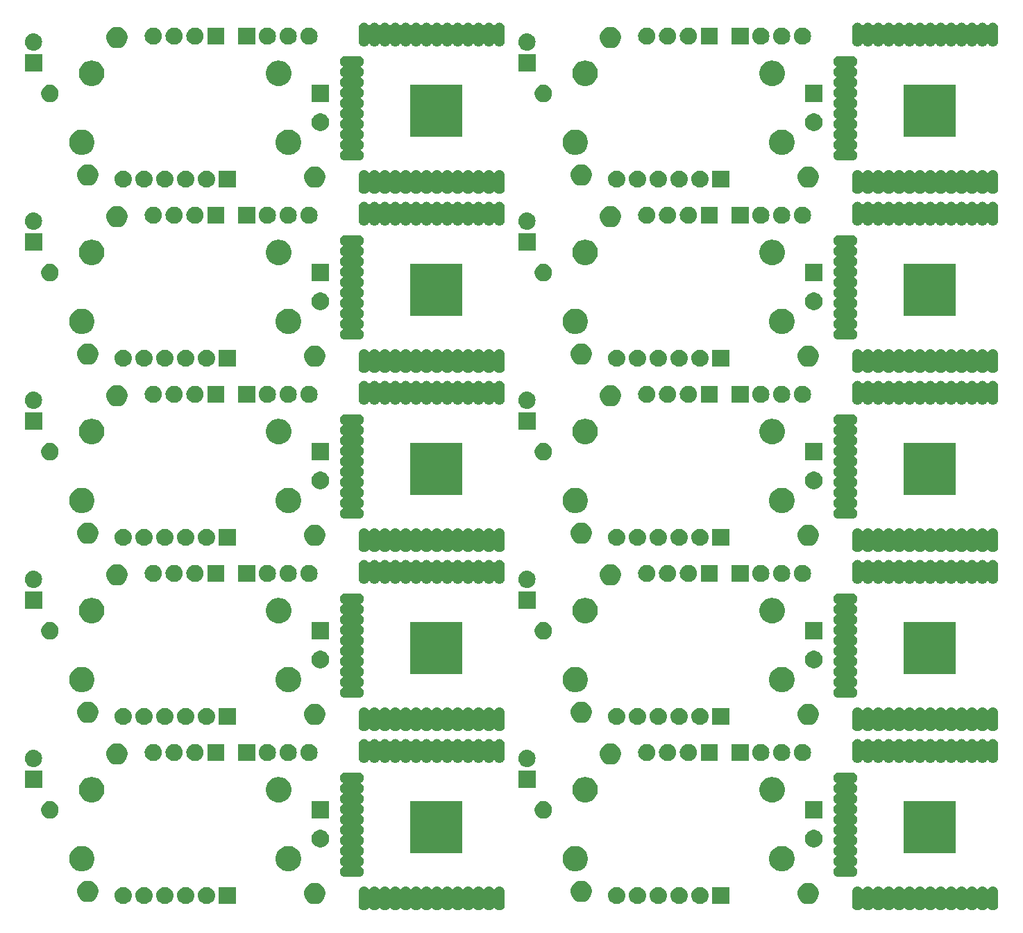
<source format=gbr>
G04 #@! TF.GenerationSoftware,KiCad,Pcbnew,5.0.2-bee76a0~70~ubuntu18.04.1*
G04 #@! TF.CreationDate,2019-05-17T22:11:45+02:00*
G04 #@! TF.ProjectId,m3_2x5_panel,6d335f32-7835-45f7-9061-6e656c2e6b69,rev?*
G04 #@! TF.SameCoordinates,Original*
G04 #@! TF.FileFunction,Soldermask,Bot*
G04 #@! TF.FilePolarity,Negative*
%FSLAX46Y46*%
G04 Gerber Fmt 4.6, Leading zero omitted, Abs format (unit mm)*
G04 Created by KiCad (PCBNEW 5.0.2-bee76a0~70~ubuntu18.04.1) date Fr 17 Mai 2019 22:11:45 CEST*
%MOMM*%
%LPD*%
G01*
G04 APERTURE LIST*
%ADD10C,0.100000*%
G04 APERTURE END LIST*
D10*
G36*
X135337798Y-141213080D02*
X135349223Y-141214205D01*
X135410485Y-141232789D01*
X135471748Y-141251373D01*
X135584668Y-141311730D01*
X135683643Y-141392957D01*
X135764870Y-141491932D01*
X135825227Y-141604852D01*
X135862395Y-141727378D01*
X135871800Y-141822868D01*
X135871800Y-143486732D01*
X135862395Y-143582222D01*
X135825227Y-143704748D01*
X135764870Y-143817668D01*
X135683643Y-143916643D01*
X135584667Y-143997870D01*
X135584665Y-143997871D01*
X135584664Y-143997872D01*
X135536577Y-144023575D01*
X135471747Y-144058227D01*
X135410484Y-144076811D01*
X135349222Y-144095395D01*
X135337797Y-144096520D01*
X135221800Y-144107945D01*
X135105802Y-144096520D01*
X135094377Y-144095395D01*
X135033115Y-144076811D01*
X134971852Y-144058227D01*
X134858932Y-143997870D01*
X134759957Y-143916643D01*
X134683421Y-143823383D01*
X134666100Y-143806062D01*
X134645725Y-143792448D01*
X134623086Y-143783071D01*
X134599053Y-143778290D01*
X134574549Y-143778290D01*
X134550515Y-143783070D01*
X134527876Y-143792448D01*
X134507501Y-143806061D01*
X134490183Y-143823379D01*
X134413643Y-143916643D01*
X134314667Y-143997870D01*
X134314665Y-143997871D01*
X134314664Y-143997872D01*
X134266577Y-144023575D01*
X134201747Y-144058227D01*
X134140484Y-144076811D01*
X134079222Y-144095395D01*
X134067797Y-144096520D01*
X133951800Y-144107945D01*
X133835802Y-144096520D01*
X133824377Y-144095395D01*
X133763115Y-144076811D01*
X133701852Y-144058227D01*
X133588932Y-143997870D01*
X133489957Y-143916643D01*
X133413421Y-143823383D01*
X133396100Y-143806062D01*
X133375725Y-143792448D01*
X133353086Y-143783071D01*
X133329053Y-143778290D01*
X133304549Y-143778290D01*
X133280515Y-143783070D01*
X133257876Y-143792448D01*
X133237501Y-143806061D01*
X133220183Y-143823379D01*
X133143643Y-143916643D01*
X133044667Y-143997870D01*
X133044665Y-143997871D01*
X133044664Y-143997872D01*
X132996577Y-144023575D01*
X132931747Y-144058227D01*
X132870484Y-144076811D01*
X132809222Y-144095395D01*
X132797797Y-144096520D01*
X132681800Y-144107945D01*
X132565802Y-144096520D01*
X132554377Y-144095395D01*
X132493115Y-144076811D01*
X132431852Y-144058227D01*
X132318932Y-143997870D01*
X132219957Y-143916643D01*
X132143421Y-143823383D01*
X132126100Y-143806062D01*
X132105725Y-143792448D01*
X132083086Y-143783071D01*
X132059053Y-143778290D01*
X132034549Y-143778290D01*
X132010515Y-143783070D01*
X131987876Y-143792448D01*
X131967501Y-143806061D01*
X131950183Y-143823379D01*
X131873643Y-143916643D01*
X131774667Y-143997870D01*
X131774665Y-143997871D01*
X131774664Y-143997872D01*
X131726577Y-144023575D01*
X131661747Y-144058227D01*
X131600484Y-144076811D01*
X131539222Y-144095395D01*
X131527797Y-144096520D01*
X131411800Y-144107945D01*
X131295802Y-144096520D01*
X131284377Y-144095395D01*
X131223115Y-144076811D01*
X131161852Y-144058227D01*
X131048932Y-143997870D01*
X130949957Y-143916643D01*
X130873421Y-143823383D01*
X130856100Y-143806062D01*
X130835725Y-143792448D01*
X130813086Y-143783071D01*
X130789053Y-143778290D01*
X130764549Y-143778290D01*
X130740515Y-143783070D01*
X130717876Y-143792448D01*
X130697501Y-143806061D01*
X130680183Y-143823379D01*
X130603643Y-143916643D01*
X130504667Y-143997870D01*
X130504665Y-143997871D01*
X130504664Y-143997872D01*
X130456577Y-144023575D01*
X130391747Y-144058227D01*
X130330484Y-144076811D01*
X130269222Y-144095395D01*
X130257797Y-144096520D01*
X130141800Y-144107945D01*
X130025802Y-144096520D01*
X130014377Y-144095395D01*
X129953115Y-144076811D01*
X129891852Y-144058227D01*
X129778932Y-143997870D01*
X129679957Y-143916643D01*
X129603421Y-143823383D01*
X129586100Y-143806062D01*
X129565725Y-143792448D01*
X129543086Y-143783071D01*
X129519053Y-143778290D01*
X129494549Y-143778290D01*
X129470515Y-143783070D01*
X129447876Y-143792448D01*
X129427501Y-143806061D01*
X129410183Y-143823379D01*
X129333643Y-143916643D01*
X129234667Y-143997870D01*
X129234665Y-143997871D01*
X129234664Y-143997872D01*
X129186577Y-144023575D01*
X129121747Y-144058227D01*
X129060484Y-144076811D01*
X128999222Y-144095395D01*
X128987797Y-144096520D01*
X128871800Y-144107945D01*
X128755802Y-144096520D01*
X128744377Y-144095395D01*
X128683115Y-144076811D01*
X128621852Y-144058227D01*
X128508932Y-143997870D01*
X128409957Y-143916643D01*
X128333421Y-143823383D01*
X128316100Y-143806062D01*
X128295725Y-143792448D01*
X128273086Y-143783071D01*
X128249053Y-143778290D01*
X128224549Y-143778290D01*
X128200515Y-143783070D01*
X128177876Y-143792448D01*
X128157501Y-143806061D01*
X128140183Y-143823379D01*
X128063643Y-143916643D01*
X127964667Y-143997870D01*
X127964665Y-143997871D01*
X127964664Y-143997872D01*
X127916577Y-144023575D01*
X127851747Y-144058227D01*
X127790484Y-144076811D01*
X127729222Y-144095395D01*
X127717797Y-144096520D01*
X127601800Y-144107945D01*
X127485802Y-144096520D01*
X127474377Y-144095395D01*
X127413115Y-144076811D01*
X127351852Y-144058227D01*
X127238932Y-143997870D01*
X127139957Y-143916643D01*
X127063421Y-143823383D01*
X127046100Y-143806062D01*
X127025725Y-143792448D01*
X127003086Y-143783071D01*
X126979053Y-143778290D01*
X126954549Y-143778290D01*
X126930515Y-143783070D01*
X126907876Y-143792448D01*
X126887501Y-143806061D01*
X126870183Y-143823379D01*
X126793643Y-143916643D01*
X126694667Y-143997870D01*
X126694665Y-143997871D01*
X126694664Y-143997872D01*
X126646577Y-144023575D01*
X126581747Y-144058227D01*
X126520484Y-144076811D01*
X126459222Y-144095395D01*
X126447797Y-144096520D01*
X126331800Y-144107945D01*
X126215802Y-144096520D01*
X126204377Y-144095395D01*
X126143115Y-144076811D01*
X126081852Y-144058227D01*
X125968932Y-143997870D01*
X125869957Y-143916643D01*
X125793421Y-143823383D01*
X125776100Y-143806062D01*
X125755725Y-143792448D01*
X125733086Y-143783071D01*
X125709053Y-143778290D01*
X125684549Y-143778290D01*
X125660515Y-143783070D01*
X125637876Y-143792448D01*
X125617501Y-143806061D01*
X125600183Y-143823379D01*
X125523643Y-143916643D01*
X125424667Y-143997870D01*
X125424665Y-143997871D01*
X125424664Y-143997872D01*
X125376577Y-144023575D01*
X125311747Y-144058227D01*
X125250484Y-144076811D01*
X125189222Y-144095395D01*
X125177797Y-144096520D01*
X125061800Y-144107945D01*
X124945802Y-144096520D01*
X124934377Y-144095395D01*
X124873115Y-144076811D01*
X124811852Y-144058227D01*
X124698932Y-143997870D01*
X124599957Y-143916643D01*
X124523421Y-143823383D01*
X124506100Y-143806062D01*
X124485725Y-143792448D01*
X124463086Y-143783071D01*
X124439053Y-143778290D01*
X124414549Y-143778290D01*
X124390515Y-143783070D01*
X124367876Y-143792448D01*
X124347501Y-143806061D01*
X124330183Y-143823379D01*
X124253643Y-143916643D01*
X124154667Y-143997870D01*
X124154665Y-143997871D01*
X124154664Y-143997872D01*
X124106577Y-144023575D01*
X124041747Y-144058227D01*
X123980484Y-144076811D01*
X123919222Y-144095395D01*
X123907797Y-144096520D01*
X123791800Y-144107945D01*
X123675802Y-144096520D01*
X123664377Y-144095395D01*
X123603115Y-144076811D01*
X123541852Y-144058227D01*
X123428932Y-143997870D01*
X123329957Y-143916643D01*
X123253421Y-143823383D01*
X123236100Y-143806062D01*
X123215725Y-143792448D01*
X123193086Y-143783071D01*
X123169053Y-143778290D01*
X123144549Y-143778290D01*
X123120515Y-143783070D01*
X123097876Y-143792448D01*
X123077501Y-143806061D01*
X123060183Y-143823379D01*
X122983643Y-143916643D01*
X122884667Y-143997870D01*
X122884665Y-143997871D01*
X122884664Y-143997872D01*
X122836577Y-144023575D01*
X122771747Y-144058227D01*
X122710484Y-144076811D01*
X122649222Y-144095395D01*
X122637797Y-144096520D01*
X122521800Y-144107945D01*
X122405802Y-144096520D01*
X122394377Y-144095395D01*
X122333115Y-144076811D01*
X122271852Y-144058227D01*
X122158932Y-143997870D01*
X122059957Y-143916643D01*
X121983421Y-143823383D01*
X121966100Y-143806062D01*
X121945725Y-143792448D01*
X121923086Y-143783071D01*
X121899053Y-143778290D01*
X121874549Y-143778290D01*
X121850515Y-143783070D01*
X121827876Y-143792448D01*
X121807501Y-143806061D01*
X121790183Y-143823379D01*
X121713643Y-143916643D01*
X121614667Y-143997870D01*
X121614665Y-143997871D01*
X121614664Y-143997872D01*
X121566577Y-144023575D01*
X121501747Y-144058227D01*
X121440484Y-144076811D01*
X121379222Y-144095395D01*
X121367797Y-144096520D01*
X121251800Y-144107945D01*
X121135802Y-144096520D01*
X121124377Y-144095395D01*
X121063115Y-144076811D01*
X121001852Y-144058227D01*
X120888932Y-143997870D01*
X120789957Y-143916643D01*
X120713421Y-143823383D01*
X120696100Y-143806062D01*
X120675725Y-143792448D01*
X120653086Y-143783071D01*
X120629053Y-143778290D01*
X120604549Y-143778290D01*
X120580515Y-143783070D01*
X120557876Y-143792448D01*
X120537501Y-143806061D01*
X120520183Y-143823379D01*
X120443643Y-143916643D01*
X120344667Y-143997870D01*
X120344665Y-143997871D01*
X120344664Y-143997872D01*
X120296577Y-144023575D01*
X120231747Y-144058227D01*
X120170484Y-144076811D01*
X120109222Y-144095395D01*
X120097797Y-144096520D01*
X119981800Y-144107945D01*
X119865802Y-144096520D01*
X119854377Y-144095395D01*
X119793115Y-144076811D01*
X119731852Y-144058227D01*
X119618932Y-143997870D01*
X119519957Y-143916643D01*
X119443421Y-143823383D01*
X119426100Y-143806062D01*
X119405725Y-143792448D01*
X119383086Y-143783071D01*
X119359053Y-143778290D01*
X119334549Y-143778290D01*
X119310515Y-143783070D01*
X119287876Y-143792448D01*
X119267501Y-143806061D01*
X119250183Y-143823379D01*
X119173643Y-143916643D01*
X119074667Y-143997870D01*
X119074665Y-143997871D01*
X119074664Y-143997872D01*
X119026577Y-144023575D01*
X118961747Y-144058227D01*
X118900484Y-144076811D01*
X118839222Y-144095395D01*
X118827797Y-144096520D01*
X118711800Y-144107945D01*
X118595802Y-144096520D01*
X118584377Y-144095395D01*
X118523115Y-144076811D01*
X118461852Y-144058227D01*
X118348932Y-143997870D01*
X118249957Y-143916643D01*
X118168730Y-143817667D01*
X118150238Y-143783070D01*
X118108374Y-143704748D01*
X118108373Y-143704747D01*
X118089789Y-143643484D01*
X118071205Y-143582222D01*
X118070029Y-143570285D01*
X118061800Y-143486731D01*
X118061801Y-141822868D01*
X118071206Y-141727378D01*
X118108374Y-141604852D01*
X118168731Y-141491932D01*
X118249958Y-141392957D01*
X118348933Y-141311730D01*
X118461853Y-141251373D01*
X118523116Y-141232789D01*
X118584378Y-141214205D01*
X118595803Y-141213080D01*
X118711800Y-141201655D01*
X118827798Y-141213080D01*
X118839223Y-141214205D01*
X118900485Y-141232789D01*
X118961748Y-141251373D01*
X119074668Y-141311730D01*
X119173643Y-141392957D01*
X119173644Y-141392959D01*
X119173646Y-141392960D01*
X119250175Y-141486211D01*
X119267502Y-141503538D01*
X119287876Y-141517152D01*
X119310515Y-141526530D01*
X119334549Y-141531310D01*
X119359053Y-141531310D01*
X119383087Y-141526530D01*
X119405726Y-141517152D01*
X119426100Y-141503538D01*
X119443418Y-141486221D01*
X119519958Y-141392957D01*
X119618933Y-141311730D01*
X119731853Y-141251373D01*
X119793116Y-141232789D01*
X119854378Y-141214205D01*
X119865803Y-141213080D01*
X119981800Y-141201655D01*
X120097798Y-141213080D01*
X120109223Y-141214205D01*
X120170485Y-141232789D01*
X120231748Y-141251373D01*
X120344668Y-141311730D01*
X120443643Y-141392957D01*
X120443644Y-141392959D01*
X120443646Y-141392960D01*
X120520175Y-141486211D01*
X120537502Y-141503538D01*
X120557876Y-141517152D01*
X120580515Y-141526530D01*
X120604549Y-141531310D01*
X120629053Y-141531310D01*
X120653087Y-141526530D01*
X120675726Y-141517152D01*
X120696100Y-141503538D01*
X120713418Y-141486221D01*
X120789958Y-141392957D01*
X120888933Y-141311730D01*
X121001853Y-141251373D01*
X121063116Y-141232789D01*
X121124378Y-141214205D01*
X121135803Y-141213080D01*
X121251800Y-141201655D01*
X121367798Y-141213080D01*
X121379223Y-141214205D01*
X121440485Y-141232789D01*
X121501748Y-141251373D01*
X121614668Y-141311730D01*
X121713643Y-141392957D01*
X121713644Y-141392959D01*
X121713646Y-141392960D01*
X121790175Y-141486211D01*
X121807502Y-141503538D01*
X121827876Y-141517152D01*
X121850515Y-141526530D01*
X121874549Y-141531310D01*
X121899053Y-141531310D01*
X121923087Y-141526530D01*
X121945726Y-141517152D01*
X121966100Y-141503538D01*
X121983418Y-141486221D01*
X122059958Y-141392957D01*
X122158933Y-141311730D01*
X122271853Y-141251373D01*
X122333116Y-141232789D01*
X122394378Y-141214205D01*
X122405803Y-141213080D01*
X122521800Y-141201655D01*
X122637798Y-141213080D01*
X122649223Y-141214205D01*
X122710485Y-141232789D01*
X122771748Y-141251373D01*
X122884668Y-141311730D01*
X122983643Y-141392957D01*
X122983644Y-141392959D01*
X122983646Y-141392960D01*
X123060175Y-141486211D01*
X123077502Y-141503538D01*
X123097876Y-141517152D01*
X123120515Y-141526530D01*
X123144549Y-141531310D01*
X123169053Y-141531310D01*
X123193087Y-141526530D01*
X123215726Y-141517152D01*
X123236100Y-141503538D01*
X123253418Y-141486221D01*
X123329958Y-141392957D01*
X123428933Y-141311730D01*
X123541853Y-141251373D01*
X123603116Y-141232789D01*
X123664378Y-141214205D01*
X123675803Y-141213080D01*
X123791800Y-141201655D01*
X123907798Y-141213080D01*
X123919223Y-141214205D01*
X123980485Y-141232789D01*
X124041748Y-141251373D01*
X124154668Y-141311730D01*
X124253643Y-141392957D01*
X124253644Y-141392959D01*
X124253646Y-141392960D01*
X124330175Y-141486211D01*
X124347502Y-141503538D01*
X124367876Y-141517152D01*
X124390515Y-141526530D01*
X124414549Y-141531310D01*
X124439053Y-141531310D01*
X124463087Y-141526530D01*
X124485726Y-141517152D01*
X124506100Y-141503538D01*
X124523418Y-141486221D01*
X124599958Y-141392957D01*
X124698933Y-141311730D01*
X124811853Y-141251373D01*
X124873116Y-141232789D01*
X124934378Y-141214205D01*
X124945803Y-141213080D01*
X125061800Y-141201655D01*
X125177798Y-141213080D01*
X125189223Y-141214205D01*
X125250485Y-141232789D01*
X125311748Y-141251373D01*
X125424668Y-141311730D01*
X125523643Y-141392957D01*
X125523644Y-141392959D01*
X125523646Y-141392960D01*
X125600175Y-141486211D01*
X125617502Y-141503538D01*
X125637876Y-141517152D01*
X125660515Y-141526530D01*
X125684549Y-141531310D01*
X125709053Y-141531310D01*
X125733087Y-141526530D01*
X125755726Y-141517152D01*
X125776100Y-141503538D01*
X125793418Y-141486221D01*
X125869958Y-141392957D01*
X125968933Y-141311730D01*
X126081853Y-141251373D01*
X126143116Y-141232789D01*
X126204378Y-141214205D01*
X126215803Y-141213080D01*
X126331800Y-141201655D01*
X126447798Y-141213080D01*
X126459223Y-141214205D01*
X126520485Y-141232789D01*
X126581748Y-141251373D01*
X126694668Y-141311730D01*
X126793643Y-141392957D01*
X126793644Y-141392959D01*
X126793646Y-141392960D01*
X126870175Y-141486211D01*
X126887502Y-141503538D01*
X126907876Y-141517152D01*
X126930515Y-141526530D01*
X126954549Y-141531310D01*
X126979053Y-141531310D01*
X127003087Y-141526530D01*
X127025726Y-141517152D01*
X127046100Y-141503538D01*
X127063418Y-141486221D01*
X127139958Y-141392957D01*
X127238933Y-141311730D01*
X127351853Y-141251373D01*
X127413116Y-141232789D01*
X127474378Y-141214205D01*
X127485803Y-141213080D01*
X127601800Y-141201655D01*
X127717798Y-141213080D01*
X127729223Y-141214205D01*
X127790485Y-141232789D01*
X127851748Y-141251373D01*
X127964668Y-141311730D01*
X128063643Y-141392957D01*
X128063644Y-141392959D01*
X128063646Y-141392960D01*
X128140175Y-141486211D01*
X128157502Y-141503538D01*
X128177876Y-141517152D01*
X128200515Y-141526530D01*
X128224549Y-141531310D01*
X128249053Y-141531310D01*
X128273087Y-141526530D01*
X128295726Y-141517152D01*
X128316100Y-141503538D01*
X128333418Y-141486221D01*
X128409958Y-141392957D01*
X128508933Y-141311730D01*
X128621853Y-141251373D01*
X128683116Y-141232789D01*
X128744378Y-141214205D01*
X128755803Y-141213080D01*
X128871800Y-141201655D01*
X128987798Y-141213080D01*
X128999223Y-141214205D01*
X129060485Y-141232789D01*
X129121748Y-141251373D01*
X129234668Y-141311730D01*
X129333643Y-141392957D01*
X129333644Y-141392959D01*
X129333646Y-141392960D01*
X129410175Y-141486211D01*
X129427502Y-141503538D01*
X129447876Y-141517152D01*
X129470515Y-141526530D01*
X129494549Y-141531310D01*
X129519053Y-141531310D01*
X129543087Y-141526530D01*
X129565726Y-141517152D01*
X129586100Y-141503538D01*
X129603418Y-141486221D01*
X129679958Y-141392957D01*
X129778933Y-141311730D01*
X129891853Y-141251373D01*
X129953116Y-141232789D01*
X130014378Y-141214205D01*
X130025803Y-141213080D01*
X130141800Y-141201655D01*
X130257798Y-141213080D01*
X130269223Y-141214205D01*
X130330485Y-141232789D01*
X130391748Y-141251373D01*
X130504668Y-141311730D01*
X130603643Y-141392957D01*
X130603644Y-141392959D01*
X130603646Y-141392960D01*
X130680175Y-141486211D01*
X130697502Y-141503538D01*
X130717876Y-141517152D01*
X130740515Y-141526530D01*
X130764549Y-141531310D01*
X130789053Y-141531310D01*
X130813087Y-141526530D01*
X130835726Y-141517152D01*
X130856100Y-141503538D01*
X130873418Y-141486221D01*
X130949958Y-141392957D01*
X131048933Y-141311730D01*
X131161853Y-141251373D01*
X131223116Y-141232789D01*
X131284378Y-141214205D01*
X131295803Y-141213080D01*
X131411800Y-141201655D01*
X131527798Y-141213080D01*
X131539223Y-141214205D01*
X131600485Y-141232789D01*
X131661748Y-141251373D01*
X131774668Y-141311730D01*
X131873643Y-141392957D01*
X131873644Y-141392959D01*
X131873646Y-141392960D01*
X131950175Y-141486211D01*
X131967502Y-141503538D01*
X131987876Y-141517152D01*
X132010515Y-141526530D01*
X132034549Y-141531310D01*
X132059053Y-141531310D01*
X132083087Y-141526530D01*
X132105726Y-141517152D01*
X132126100Y-141503538D01*
X132143418Y-141486221D01*
X132219958Y-141392957D01*
X132318933Y-141311730D01*
X132431853Y-141251373D01*
X132493116Y-141232789D01*
X132554378Y-141214205D01*
X132565803Y-141213080D01*
X132681800Y-141201655D01*
X132797798Y-141213080D01*
X132809223Y-141214205D01*
X132870485Y-141232789D01*
X132931748Y-141251373D01*
X133044668Y-141311730D01*
X133143643Y-141392957D01*
X133143644Y-141392959D01*
X133143646Y-141392960D01*
X133220175Y-141486211D01*
X133237502Y-141503538D01*
X133257876Y-141517152D01*
X133280515Y-141526530D01*
X133304549Y-141531310D01*
X133329053Y-141531310D01*
X133353087Y-141526530D01*
X133375726Y-141517152D01*
X133396100Y-141503538D01*
X133413418Y-141486221D01*
X133489958Y-141392957D01*
X133588933Y-141311730D01*
X133701853Y-141251373D01*
X133763116Y-141232789D01*
X133824378Y-141214205D01*
X133835803Y-141213080D01*
X133951800Y-141201655D01*
X134067798Y-141213080D01*
X134079223Y-141214205D01*
X134140485Y-141232789D01*
X134201748Y-141251373D01*
X134314668Y-141311730D01*
X134413643Y-141392957D01*
X134413644Y-141392959D01*
X134413646Y-141392960D01*
X134490175Y-141486211D01*
X134507502Y-141503538D01*
X134527876Y-141517152D01*
X134550515Y-141526530D01*
X134574549Y-141531310D01*
X134599053Y-141531310D01*
X134623087Y-141526530D01*
X134645726Y-141517152D01*
X134666100Y-141503538D01*
X134683418Y-141486221D01*
X134759958Y-141392957D01*
X134858933Y-141311730D01*
X134971853Y-141251373D01*
X135033116Y-141232789D01*
X135094378Y-141214205D01*
X135105803Y-141213080D01*
X135221800Y-141201655D01*
X135337798Y-141213080D01*
X135337798Y-141213080D01*
G37*
G36*
X195535798Y-141213080D02*
X195547223Y-141214205D01*
X195608485Y-141232789D01*
X195669748Y-141251373D01*
X195782668Y-141311730D01*
X195881643Y-141392957D01*
X195962870Y-141491932D01*
X196023227Y-141604852D01*
X196060395Y-141727378D01*
X196069800Y-141822868D01*
X196069800Y-143486732D01*
X196060395Y-143582222D01*
X196023227Y-143704748D01*
X195962870Y-143817668D01*
X195881643Y-143916643D01*
X195782667Y-143997870D01*
X195782665Y-143997871D01*
X195782664Y-143997872D01*
X195734577Y-144023575D01*
X195669747Y-144058227D01*
X195608484Y-144076811D01*
X195547222Y-144095395D01*
X195535797Y-144096520D01*
X195419800Y-144107945D01*
X195303802Y-144096520D01*
X195292377Y-144095395D01*
X195231115Y-144076811D01*
X195169852Y-144058227D01*
X195056932Y-143997870D01*
X194957957Y-143916643D01*
X194881421Y-143823383D01*
X194864100Y-143806062D01*
X194843725Y-143792448D01*
X194821086Y-143783071D01*
X194797053Y-143778290D01*
X194772549Y-143778290D01*
X194748515Y-143783070D01*
X194725876Y-143792448D01*
X194705501Y-143806061D01*
X194688183Y-143823379D01*
X194611643Y-143916643D01*
X194512667Y-143997870D01*
X194512665Y-143997871D01*
X194512664Y-143997872D01*
X194464577Y-144023575D01*
X194399747Y-144058227D01*
X194338484Y-144076811D01*
X194277222Y-144095395D01*
X194265797Y-144096520D01*
X194149800Y-144107945D01*
X194033802Y-144096520D01*
X194022377Y-144095395D01*
X193961115Y-144076811D01*
X193899852Y-144058227D01*
X193786932Y-143997870D01*
X193687957Y-143916643D01*
X193611421Y-143823383D01*
X193594100Y-143806062D01*
X193573725Y-143792448D01*
X193551086Y-143783071D01*
X193527053Y-143778290D01*
X193502549Y-143778290D01*
X193478515Y-143783070D01*
X193455876Y-143792448D01*
X193435501Y-143806061D01*
X193418183Y-143823379D01*
X193341643Y-143916643D01*
X193242667Y-143997870D01*
X193242665Y-143997871D01*
X193242664Y-143997872D01*
X193194577Y-144023575D01*
X193129747Y-144058227D01*
X193068484Y-144076811D01*
X193007222Y-144095395D01*
X192995797Y-144096520D01*
X192879800Y-144107945D01*
X192763802Y-144096520D01*
X192752377Y-144095395D01*
X192691115Y-144076811D01*
X192629852Y-144058227D01*
X192516932Y-143997870D01*
X192417957Y-143916643D01*
X192341421Y-143823383D01*
X192324100Y-143806062D01*
X192303725Y-143792448D01*
X192281086Y-143783071D01*
X192257053Y-143778290D01*
X192232549Y-143778290D01*
X192208515Y-143783070D01*
X192185876Y-143792448D01*
X192165501Y-143806061D01*
X192148183Y-143823379D01*
X192071643Y-143916643D01*
X191972667Y-143997870D01*
X191972665Y-143997871D01*
X191972664Y-143997872D01*
X191924577Y-144023575D01*
X191859747Y-144058227D01*
X191798484Y-144076811D01*
X191737222Y-144095395D01*
X191725797Y-144096520D01*
X191609800Y-144107945D01*
X191493802Y-144096520D01*
X191482377Y-144095395D01*
X191421115Y-144076811D01*
X191359852Y-144058227D01*
X191246932Y-143997870D01*
X191147957Y-143916643D01*
X191071421Y-143823383D01*
X191054100Y-143806062D01*
X191033725Y-143792448D01*
X191011086Y-143783071D01*
X190987053Y-143778290D01*
X190962549Y-143778290D01*
X190938515Y-143783070D01*
X190915876Y-143792448D01*
X190895501Y-143806061D01*
X190878183Y-143823379D01*
X190801643Y-143916643D01*
X190702667Y-143997870D01*
X190702665Y-143997871D01*
X190702664Y-143997872D01*
X190654577Y-144023575D01*
X190589747Y-144058227D01*
X190528484Y-144076811D01*
X190467222Y-144095395D01*
X190455797Y-144096520D01*
X190339800Y-144107945D01*
X190223802Y-144096520D01*
X190212377Y-144095395D01*
X190151115Y-144076811D01*
X190089852Y-144058227D01*
X189976932Y-143997870D01*
X189877957Y-143916643D01*
X189801421Y-143823383D01*
X189784100Y-143806062D01*
X189763725Y-143792448D01*
X189741086Y-143783071D01*
X189717053Y-143778290D01*
X189692549Y-143778290D01*
X189668515Y-143783070D01*
X189645876Y-143792448D01*
X189625501Y-143806061D01*
X189608183Y-143823379D01*
X189531643Y-143916643D01*
X189432667Y-143997870D01*
X189432665Y-143997871D01*
X189432664Y-143997872D01*
X189384577Y-144023575D01*
X189319747Y-144058227D01*
X189258484Y-144076811D01*
X189197222Y-144095395D01*
X189185797Y-144096520D01*
X189069800Y-144107945D01*
X188953802Y-144096520D01*
X188942377Y-144095395D01*
X188881115Y-144076811D01*
X188819852Y-144058227D01*
X188706932Y-143997870D01*
X188607957Y-143916643D01*
X188531421Y-143823383D01*
X188514100Y-143806062D01*
X188493725Y-143792448D01*
X188471086Y-143783071D01*
X188447053Y-143778290D01*
X188422549Y-143778290D01*
X188398515Y-143783070D01*
X188375876Y-143792448D01*
X188355501Y-143806061D01*
X188338183Y-143823379D01*
X188261643Y-143916643D01*
X188162667Y-143997870D01*
X188162665Y-143997871D01*
X188162664Y-143997872D01*
X188114577Y-144023575D01*
X188049747Y-144058227D01*
X187988484Y-144076811D01*
X187927222Y-144095395D01*
X187915797Y-144096520D01*
X187799800Y-144107945D01*
X187683802Y-144096520D01*
X187672377Y-144095395D01*
X187611115Y-144076811D01*
X187549852Y-144058227D01*
X187436932Y-143997870D01*
X187337957Y-143916643D01*
X187261421Y-143823383D01*
X187244100Y-143806062D01*
X187223725Y-143792448D01*
X187201086Y-143783071D01*
X187177053Y-143778290D01*
X187152549Y-143778290D01*
X187128515Y-143783070D01*
X187105876Y-143792448D01*
X187085501Y-143806061D01*
X187068183Y-143823379D01*
X186991643Y-143916643D01*
X186892667Y-143997870D01*
X186892665Y-143997871D01*
X186892664Y-143997872D01*
X186844577Y-144023575D01*
X186779747Y-144058227D01*
X186718484Y-144076811D01*
X186657222Y-144095395D01*
X186645797Y-144096520D01*
X186529800Y-144107945D01*
X186413802Y-144096520D01*
X186402377Y-144095395D01*
X186341115Y-144076811D01*
X186279852Y-144058227D01*
X186166932Y-143997870D01*
X186067957Y-143916643D01*
X185991421Y-143823383D01*
X185974100Y-143806062D01*
X185953725Y-143792448D01*
X185931086Y-143783071D01*
X185907053Y-143778290D01*
X185882549Y-143778290D01*
X185858515Y-143783070D01*
X185835876Y-143792448D01*
X185815501Y-143806061D01*
X185798183Y-143823379D01*
X185721643Y-143916643D01*
X185622667Y-143997870D01*
X185622665Y-143997871D01*
X185622664Y-143997872D01*
X185574577Y-144023575D01*
X185509747Y-144058227D01*
X185448484Y-144076811D01*
X185387222Y-144095395D01*
X185375797Y-144096520D01*
X185259800Y-144107945D01*
X185143802Y-144096520D01*
X185132377Y-144095395D01*
X185071115Y-144076811D01*
X185009852Y-144058227D01*
X184896932Y-143997870D01*
X184797957Y-143916643D01*
X184721421Y-143823383D01*
X184704100Y-143806062D01*
X184683725Y-143792448D01*
X184661086Y-143783071D01*
X184637053Y-143778290D01*
X184612549Y-143778290D01*
X184588515Y-143783070D01*
X184565876Y-143792448D01*
X184545501Y-143806061D01*
X184528183Y-143823379D01*
X184451643Y-143916643D01*
X184352667Y-143997870D01*
X184352665Y-143997871D01*
X184352664Y-143997872D01*
X184304577Y-144023575D01*
X184239747Y-144058227D01*
X184178484Y-144076811D01*
X184117222Y-144095395D01*
X184105797Y-144096520D01*
X183989800Y-144107945D01*
X183873802Y-144096520D01*
X183862377Y-144095395D01*
X183801115Y-144076811D01*
X183739852Y-144058227D01*
X183626932Y-143997870D01*
X183527957Y-143916643D01*
X183451421Y-143823383D01*
X183434100Y-143806062D01*
X183413725Y-143792448D01*
X183391086Y-143783071D01*
X183367053Y-143778290D01*
X183342549Y-143778290D01*
X183318515Y-143783070D01*
X183295876Y-143792448D01*
X183275501Y-143806061D01*
X183258183Y-143823379D01*
X183181643Y-143916643D01*
X183082667Y-143997870D01*
X183082665Y-143997871D01*
X183082664Y-143997872D01*
X183034577Y-144023575D01*
X182969747Y-144058227D01*
X182908484Y-144076811D01*
X182847222Y-144095395D01*
X182835797Y-144096520D01*
X182719800Y-144107945D01*
X182603802Y-144096520D01*
X182592377Y-144095395D01*
X182531115Y-144076811D01*
X182469852Y-144058227D01*
X182356932Y-143997870D01*
X182257957Y-143916643D01*
X182181421Y-143823383D01*
X182164100Y-143806062D01*
X182143725Y-143792448D01*
X182121086Y-143783071D01*
X182097053Y-143778290D01*
X182072549Y-143778290D01*
X182048515Y-143783070D01*
X182025876Y-143792448D01*
X182005501Y-143806061D01*
X181988183Y-143823379D01*
X181911643Y-143916643D01*
X181812667Y-143997870D01*
X181812665Y-143997871D01*
X181812664Y-143997872D01*
X181764577Y-144023575D01*
X181699747Y-144058227D01*
X181638484Y-144076811D01*
X181577222Y-144095395D01*
X181565797Y-144096520D01*
X181449800Y-144107945D01*
X181333802Y-144096520D01*
X181322377Y-144095395D01*
X181261115Y-144076811D01*
X181199852Y-144058227D01*
X181086932Y-143997870D01*
X180987957Y-143916643D01*
X180911421Y-143823383D01*
X180894100Y-143806062D01*
X180873725Y-143792448D01*
X180851086Y-143783071D01*
X180827053Y-143778290D01*
X180802549Y-143778290D01*
X180778515Y-143783070D01*
X180755876Y-143792448D01*
X180735501Y-143806061D01*
X180718183Y-143823379D01*
X180641643Y-143916643D01*
X180542667Y-143997870D01*
X180542665Y-143997871D01*
X180542664Y-143997872D01*
X180494577Y-144023575D01*
X180429747Y-144058227D01*
X180368484Y-144076811D01*
X180307222Y-144095395D01*
X180295797Y-144096520D01*
X180179800Y-144107945D01*
X180063802Y-144096520D01*
X180052377Y-144095395D01*
X179991115Y-144076811D01*
X179929852Y-144058227D01*
X179816932Y-143997870D01*
X179717957Y-143916643D01*
X179641421Y-143823383D01*
X179624100Y-143806062D01*
X179603725Y-143792448D01*
X179581086Y-143783071D01*
X179557053Y-143778290D01*
X179532549Y-143778290D01*
X179508515Y-143783070D01*
X179485876Y-143792448D01*
X179465501Y-143806061D01*
X179448183Y-143823379D01*
X179371643Y-143916643D01*
X179272667Y-143997870D01*
X179272665Y-143997871D01*
X179272664Y-143997872D01*
X179224577Y-144023575D01*
X179159747Y-144058227D01*
X179098484Y-144076811D01*
X179037222Y-144095395D01*
X179025797Y-144096520D01*
X178909800Y-144107945D01*
X178793802Y-144096520D01*
X178782377Y-144095395D01*
X178721115Y-144076811D01*
X178659852Y-144058227D01*
X178546932Y-143997870D01*
X178447957Y-143916643D01*
X178366730Y-143817667D01*
X178348238Y-143783070D01*
X178306374Y-143704748D01*
X178306373Y-143704747D01*
X178287789Y-143643484D01*
X178269205Y-143582222D01*
X178268029Y-143570285D01*
X178259800Y-143486731D01*
X178259801Y-141822868D01*
X178269206Y-141727378D01*
X178306374Y-141604852D01*
X178366731Y-141491932D01*
X178447958Y-141392957D01*
X178546933Y-141311730D01*
X178659853Y-141251373D01*
X178721116Y-141232789D01*
X178782378Y-141214205D01*
X178793803Y-141213080D01*
X178909800Y-141201655D01*
X179025798Y-141213080D01*
X179037223Y-141214205D01*
X179098485Y-141232789D01*
X179159748Y-141251373D01*
X179272668Y-141311730D01*
X179371643Y-141392957D01*
X179371644Y-141392959D01*
X179371646Y-141392960D01*
X179448175Y-141486211D01*
X179465502Y-141503538D01*
X179485876Y-141517152D01*
X179508515Y-141526530D01*
X179532549Y-141531310D01*
X179557053Y-141531310D01*
X179581087Y-141526530D01*
X179603726Y-141517152D01*
X179624100Y-141503538D01*
X179641418Y-141486221D01*
X179717958Y-141392957D01*
X179816933Y-141311730D01*
X179929853Y-141251373D01*
X179991116Y-141232789D01*
X180052378Y-141214205D01*
X180063803Y-141213080D01*
X180179800Y-141201655D01*
X180295798Y-141213080D01*
X180307223Y-141214205D01*
X180368485Y-141232789D01*
X180429748Y-141251373D01*
X180542668Y-141311730D01*
X180641643Y-141392957D01*
X180641644Y-141392959D01*
X180641646Y-141392960D01*
X180718175Y-141486211D01*
X180735502Y-141503538D01*
X180755876Y-141517152D01*
X180778515Y-141526530D01*
X180802549Y-141531310D01*
X180827053Y-141531310D01*
X180851087Y-141526530D01*
X180873726Y-141517152D01*
X180894100Y-141503538D01*
X180911418Y-141486221D01*
X180987958Y-141392957D01*
X181086933Y-141311730D01*
X181199853Y-141251373D01*
X181261116Y-141232789D01*
X181322378Y-141214205D01*
X181333803Y-141213080D01*
X181449800Y-141201655D01*
X181565798Y-141213080D01*
X181577223Y-141214205D01*
X181638485Y-141232789D01*
X181699748Y-141251373D01*
X181812668Y-141311730D01*
X181911643Y-141392957D01*
X181911644Y-141392959D01*
X181911646Y-141392960D01*
X181988175Y-141486211D01*
X182005502Y-141503538D01*
X182025876Y-141517152D01*
X182048515Y-141526530D01*
X182072549Y-141531310D01*
X182097053Y-141531310D01*
X182121087Y-141526530D01*
X182143726Y-141517152D01*
X182164100Y-141503538D01*
X182181418Y-141486221D01*
X182257958Y-141392957D01*
X182356933Y-141311730D01*
X182469853Y-141251373D01*
X182531116Y-141232789D01*
X182592378Y-141214205D01*
X182603803Y-141213080D01*
X182719800Y-141201655D01*
X182835798Y-141213080D01*
X182847223Y-141214205D01*
X182908485Y-141232789D01*
X182969748Y-141251373D01*
X183082668Y-141311730D01*
X183181643Y-141392957D01*
X183181644Y-141392959D01*
X183181646Y-141392960D01*
X183258175Y-141486211D01*
X183275502Y-141503538D01*
X183295876Y-141517152D01*
X183318515Y-141526530D01*
X183342549Y-141531310D01*
X183367053Y-141531310D01*
X183391087Y-141526530D01*
X183413726Y-141517152D01*
X183434100Y-141503538D01*
X183451418Y-141486221D01*
X183527958Y-141392957D01*
X183626933Y-141311730D01*
X183739853Y-141251373D01*
X183801116Y-141232789D01*
X183862378Y-141214205D01*
X183873803Y-141213080D01*
X183989800Y-141201655D01*
X184105798Y-141213080D01*
X184117223Y-141214205D01*
X184178485Y-141232789D01*
X184239748Y-141251373D01*
X184352668Y-141311730D01*
X184451643Y-141392957D01*
X184451644Y-141392959D01*
X184451646Y-141392960D01*
X184528175Y-141486211D01*
X184545502Y-141503538D01*
X184565876Y-141517152D01*
X184588515Y-141526530D01*
X184612549Y-141531310D01*
X184637053Y-141531310D01*
X184661087Y-141526530D01*
X184683726Y-141517152D01*
X184704100Y-141503538D01*
X184721418Y-141486221D01*
X184797958Y-141392957D01*
X184896933Y-141311730D01*
X185009853Y-141251373D01*
X185071116Y-141232789D01*
X185132378Y-141214205D01*
X185143803Y-141213080D01*
X185259800Y-141201655D01*
X185375798Y-141213080D01*
X185387223Y-141214205D01*
X185448485Y-141232789D01*
X185509748Y-141251373D01*
X185622668Y-141311730D01*
X185721643Y-141392957D01*
X185721644Y-141392959D01*
X185721646Y-141392960D01*
X185798175Y-141486211D01*
X185815502Y-141503538D01*
X185835876Y-141517152D01*
X185858515Y-141526530D01*
X185882549Y-141531310D01*
X185907053Y-141531310D01*
X185931087Y-141526530D01*
X185953726Y-141517152D01*
X185974100Y-141503538D01*
X185991418Y-141486221D01*
X186067958Y-141392957D01*
X186166933Y-141311730D01*
X186279853Y-141251373D01*
X186341116Y-141232789D01*
X186402378Y-141214205D01*
X186413803Y-141213080D01*
X186529800Y-141201655D01*
X186645798Y-141213080D01*
X186657223Y-141214205D01*
X186718485Y-141232789D01*
X186779748Y-141251373D01*
X186892668Y-141311730D01*
X186991643Y-141392957D01*
X186991644Y-141392959D01*
X186991646Y-141392960D01*
X187068175Y-141486211D01*
X187085502Y-141503538D01*
X187105876Y-141517152D01*
X187128515Y-141526530D01*
X187152549Y-141531310D01*
X187177053Y-141531310D01*
X187201087Y-141526530D01*
X187223726Y-141517152D01*
X187244100Y-141503538D01*
X187261418Y-141486221D01*
X187337958Y-141392957D01*
X187436933Y-141311730D01*
X187549853Y-141251373D01*
X187611116Y-141232789D01*
X187672378Y-141214205D01*
X187683803Y-141213080D01*
X187799800Y-141201655D01*
X187915798Y-141213080D01*
X187927223Y-141214205D01*
X187988485Y-141232789D01*
X188049748Y-141251373D01*
X188162668Y-141311730D01*
X188261643Y-141392957D01*
X188261644Y-141392959D01*
X188261646Y-141392960D01*
X188338175Y-141486211D01*
X188355502Y-141503538D01*
X188375876Y-141517152D01*
X188398515Y-141526530D01*
X188422549Y-141531310D01*
X188447053Y-141531310D01*
X188471087Y-141526530D01*
X188493726Y-141517152D01*
X188514100Y-141503538D01*
X188531418Y-141486221D01*
X188607958Y-141392957D01*
X188706933Y-141311730D01*
X188819853Y-141251373D01*
X188881116Y-141232789D01*
X188942378Y-141214205D01*
X188953803Y-141213080D01*
X189069800Y-141201655D01*
X189185798Y-141213080D01*
X189197223Y-141214205D01*
X189258485Y-141232789D01*
X189319748Y-141251373D01*
X189432668Y-141311730D01*
X189531643Y-141392957D01*
X189531644Y-141392959D01*
X189531646Y-141392960D01*
X189608175Y-141486211D01*
X189625502Y-141503538D01*
X189645876Y-141517152D01*
X189668515Y-141526530D01*
X189692549Y-141531310D01*
X189717053Y-141531310D01*
X189741087Y-141526530D01*
X189763726Y-141517152D01*
X189784100Y-141503538D01*
X189801418Y-141486221D01*
X189877958Y-141392957D01*
X189976933Y-141311730D01*
X190089853Y-141251373D01*
X190151116Y-141232789D01*
X190212378Y-141214205D01*
X190223803Y-141213080D01*
X190339800Y-141201655D01*
X190455798Y-141213080D01*
X190467223Y-141214205D01*
X190528485Y-141232789D01*
X190589748Y-141251373D01*
X190702668Y-141311730D01*
X190801643Y-141392957D01*
X190801644Y-141392959D01*
X190801646Y-141392960D01*
X190878175Y-141486211D01*
X190895502Y-141503538D01*
X190915876Y-141517152D01*
X190938515Y-141526530D01*
X190962549Y-141531310D01*
X190987053Y-141531310D01*
X191011087Y-141526530D01*
X191033726Y-141517152D01*
X191054100Y-141503538D01*
X191071418Y-141486221D01*
X191147958Y-141392957D01*
X191246933Y-141311730D01*
X191359853Y-141251373D01*
X191421116Y-141232789D01*
X191482378Y-141214205D01*
X191493803Y-141213080D01*
X191609800Y-141201655D01*
X191725798Y-141213080D01*
X191737223Y-141214205D01*
X191798485Y-141232789D01*
X191859748Y-141251373D01*
X191972668Y-141311730D01*
X192071643Y-141392957D01*
X192071644Y-141392959D01*
X192071646Y-141392960D01*
X192148175Y-141486211D01*
X192165502Y-141503538D01*
X192185876Y-141517152D01*
X192208515Y-141526530D01*
X192232549Y-141531310D01*
X192257053Y-141531310D01*
X192281087Y-141526530D01*
X192303726Y-141517152D01*
X192324100Y-141503538D01*
X192341418Y-141486221D01*
X192417958Y-141392957D01*
X192516933Y-141311730D01*
X192629853Y-141251373D01*
X192691116Y-141232789D01*
X192752378Y-141214205D01*
X192763803Y-141213080D01*
X192879800Y-141201655D01*
X192995798Y-141213080D01*
X193007223Y-141214205D01*
X193068485Y-141232789D01*
X193129748Y-141251373D01*
X193242668Y-141311730D01*
X193341643Y-141392957D01*
X193341644Y-141392959D01*
X193341646Y-141392960D01*
X193418175Y-141486211D01*
X193435502Y-141503538D01*
X193455876Y-141517152D01*
X193478515Y-141526530D01*
X193502549Y-141531310D01*
X193527053Y-141531310D01*
X193551087Y-141526530D01*
X193573726Y-141517152D01*
X193594100Y-141503538D01*
X193611418Y-141486221D01*
X193687958Y-141392957D01*
X193786933Y-141311730D01*
X193899853Y-141251373D01*
X193961116Y-141232789D01*
X194022378Y-141214205D01*
X194033803Y-141213080D01*
X194149800Y-141201655D01*
X194265798Y-141213080D01*
X194277223Y-141214205D01*
X194338485Y-141232789D01*
X194399748Y-141251373D01*
X194512668Y-141311730D01*
X194611643Y-141392957D01*
X194611644Y-141392959D01*
X194611646Y-141392960D01*
X194688175Y-141486211D01*
X194705502Y-141503538D01*
X194725876Y-141517152D01*
X194748515Y-141526530D01*
X194772549Y-141531310D01*
X194797053Y-141531310D01*
X194821087Y-141526530D01*
X194843726Y-141517152D01*
X194864100Y-141503538D01*
X194881418Y-141486221D01*
X194957958Y-141392957D01*
X195056933Y-141311730D01*
X195169853Y-141251373D01*
X195231116Y-141232789D01*
X195292378Y-141214205D01*
X195303803Y-141213080D01*
X195419800Y-141201655D01*
X195535798Y-141213080D01*
X195535798Y-141213080D01*
G37*
G36*
X163279800Y-143340800D02*
X161179800Y-143340800D01*
X161179800Y-141240800D01*
X163279800Y-141240800D01*
X163279800Y-143340800D01*
X163279800Y-143340800D01*
G37*
G36*
X97080507Y-141248397D02*
X97157636Y-141255993D01*
X97289587Y-141296020D01*
X97355563Y-141316033D01*
X97537972Y-141413533D01*
X97697854Y-141544746D01*
X97829067Y-141704628D01*
X97926567Y-141887037D01*
X97926567Y-141887038D01*
X97986607Y-142084964D01*
X98006880Y-142290800D01*
X97986607Y-142496636D01*
X97951763Y-142611502D01*
X97926567Y-142694563D01*
X97829067Y-142876972D01*
X97697854Y-143036854D01*
X97537972Y-143168067D01*
X97355563Y-143265567D01*
X97289587Y-143285580D01*
X97157636Y-143325607D01*
X97080507Y-143333203D01*
X97003380Y-143340800D01*
X96900220Y-143340800D01*
X96823093Y-143333203D01*
X96745964Y-143325607D01*
X96614013Y-143285580D01*
X96548037Y-143265567D01*
X96365628Y-143168067D01*
X96205746Y-143036854D01*
X96074533Y-142876972D01*
X95977033Y-142694563D01*
X95951837Y-142611502D01*
X95916993Y-142496636D01*
X95896720Y-142290800D01*
X95916993Y-142084964D01*
X95977033Y-141887038D01*
X95977033Y-141887037D01*
X96074533Y-141704628D01*
X96205746Y-141544746D01*
X96365628Y-141413533D01*
X96548037Y-141316033D01*
X96614013Y-141296020D01*
X96745964Y-141255993D01*
X96823093Y-141248397D01*
X96900220Y-141240800D01*
X97003380Y-141240800D01*
X97080507Y-141248397D01*
X97080507Y-141248397D01*
G37*
G36*
X94540507Y-141248397D02*
X94617636Y-141255993D01*
X94749587Y-141296020D01*
X94815563Y-141316033D01*
X94997972Y-141413533D01*
X95157854Y-141544746D01*
X95289067Y-141704628D01*
X95386567Y-141887037D01*
X95386567Y-141887038D01*
X95446607Y-142084964D01*
X95466880Y-142290800D01*
X95446607Y-142496636D01*
X95411763Y-142611502D01*
X95386567Y-142694563D01*
X95289067Y-142876972D01*
X95157854Y-143036854D01*
X94997972Y-143168067D01*
X94815563Y-143265567D01*
X94749587Y-143285580D01*
X94617636Y-143325607D01*
X94540507Y-143333203D01*
X94463380Y-143340800D01*
X94360220Y-143340800D01*
X94283093Y-143333203D01*
X94205964Y-143325607D01*
X94074013Y-143285580D01*
X94008037Y-143265567D01*
X93825628Y-143168067D01*
X93665746Y-143036854D01*
X93534533Y-142876972D01*
X93437033Y-142694563D01*
X93411837Y-142611502D01*
X93376993Y-142496636D01*
X93356720Y-142290800D01*
X93376993Y-142084964D01*
X93437033Y-141887038D01*
X93437033Y-141887037D01*
X93534533Y-141704628D01*
X93665746Y-141544746D01*
X93825628Y-141413533D01*
X94008037Y-141316033D01*
X94074013Y-141296020D01*
X94205964Y-141255993D01*
X94283093Y-141248397D01*
X94360220Y-141240800D01*
X94463380Y-141240800D01*
X94540507Y-141248397D01*
X94540507Y-141248397D01*
G37*
G36*
X92000507Y-141248397D02*
X92077636Y-141255993D01*
X92209587Y-141296020D01*
X92275563Y-141316033D01*
X92457972Y-141413533D01*
X92617854Y-141544746D01*
X92749067Y-141704628D01*
X92846567Y-141887037D01*
X92846567Y-141887038D01*
X92906607Y-142084964D01*
X92926880Y-142290800D01*
X92906607Y-142496636D01*
X92871763Y-142611502D01*
X92846567Y-142694563D01*
X92749067Y-142876972D01*
X92617854Y-143036854D01*
X92457972Y-143168067D01*
X92275563Y-143265567D01*
X92209587Y-143285580D01*
X92077636Y-143325607D01*
X92000507Y-143333203D01*
X91923380Y-143340800D01*
X91820220Y-143340800D01*
X91743093Y-143333203D01*
X91665964Y-143325607D01*
X91534013Y-143285580D01*
X91468037Y-143265567D01*
X91285628Y-143168067D01*
X91125746Y-143036854D01*
X90994533Y-142876972D01*
X90897033Y-142694563D01*
X90871837Y-142611502D01*
X90836993Y-142496636D01*
X90816720Y-142290800D01*
X90836993Y-142084964D01*
X90897033Y-141887038D01*
X90897033Y-141887037D01*
X90994533Y-141704628D01*
X91125746Y-141544746D01*
X91285628Y-141413533D01*
X91468037Y-141316033D01*
X91534013Y-141296020D01*
X91665964Y-141255993D01*
X91743093Y-141248397D01*
X91820220Y-141240800D01*
X91923380Y-141240800D01*
X92000507Y-141248397D01*
X92000507Y-141248397D01*
G37*
G36*
X89460507Y-141248397D02*
X89537636Y-141255993D01*
X89669587Y-141296020D01*
X89735563Y-141316033D01*
X89917972Y-141413533D01*
X90077854Y-141544746D01*
X90209067Y-141704628D01*
X90306567Y-141887037D01*
X90306567Y-141887038D01*
X90366607Y-142084964D01*
X90386880Y-142290800D01*
X90366607Y-142496636D01*
X90331763Y-142611502D01*
X90306567Y-142694563D01*
X90209067Y-142876972D01*
X90077854Y-143036854D01*
X89917972Y-143168067D01*
X89735563Y-143265567D01*
X89669587Y-143285580D01*
X89537636Y-143325607D01*
X89460507Y-143333203D01*
X89383380Y-143340800D01*
X89280220Y-143340800D01*
X89203093Y-143333203D01*
X89125964Y-143325607D01*
X88994013Y-143285580D01*
X88928037Y-143265567D01*
X88745628Y-143168067D01*
X88585746Y-143036854D01*
X88454533Y-142876972D01*
X88357033Y-142694563D01*
X88331837Y-142611502D01*
X88296993Y-142496636D01*
X88276720Y-142290800D01*
X88296993Y-142084964D01*
X88357033Y-141887038D01*
X88357033Y-141887037D01*
X88454533Y-141704628D01*
X88585746Y-141544746D01*
X88745628Y-141413533D01*
X88928037Y-141316033D01*
X88994013Y-141296020D01*
X89125964Y-141255993D01*
X89203093Y-141248397D01*
X89280220Y-141240800D01*
X89383380Y-141240800D01*
X89460507Y-141248397D01*
X89460507Y-141248397D01*
G37*
G36*
X99620507Y-141248397D02*
X99697636Y-141255993D01*
X99829587Y-141296020D01*
X99895563Y-141316033D01*
X100077972Y-141413533D01*
X100237854Y-141544746D01*
X100369067Y-141704628D01*
X100466567Y-141887037D01*
X100466567Y-141887038D01*
X100526607Y-142084964D01*
X100546880Y-142290800D01*
X100526607Y-142496636D01*
X100491763Y-142611502D01*
X100466567Y-142694563D01*
X100369067Y-142876972D01*
X100237854Y-143036854D01*
X100077972Y-143168067D01*
X99895563Y-143265567D01*
X99829587Y-143285580D01*
X99697636Y-143325607D01*
X99620507Y-143333203D01*
X99543380Y-143340800D01*
X99440220Y-143340800D01*
X99363093Y-143333203D01*
X99285964Y-143325607D01*
X99154013Y-143285580D01*
X99088037Y-143265567D01*
X98905628Y-143168067D01*
X98745746Y-143036854D01*
X98614533Y-142876972D01*
X98517033Y-142694563D01*
X98491837Y-142611502D01*
X98456993Y-142496636D01*
X98436720Y-142290800D01*
X98456993Y-142084964D01*
X98517033Y-141887038D01*
X98517033Y-141887037D01*
X98614533Y-141704628D01*
X98745746Y-141544746D01*
X98905628Y-141413533D01*
X99088037Y-141316033D01*
X99154013Y-141296020D01*
X99285964Y-141255993D01*
X99363093Y-141248397D01*
X99440220Y-141240800D01*
X99543380Y-141240800D01*
X99620507Y-141248397D01*
X99620507Y-141248397D01*
G37*
G36*
X103081800Y-143340800D02*
X100981800Y-143340800D01*
X100981800Y-141240800D01*
X103081800Y-141240800D01*
X103081800Y-143340800D01*
X103081800Y-143340800D01*
G37*
G36*
X157278507Y-141248397D02*
X157355636Y-141255993D01*
X157487587Y-141296020D01*
X157553563Y-141316033D01*
X157735972Y-141413533D01*
X157895854Y-141544746D01*
X158027067Y-141704628D01*
X158124567Y-141887037D01*
X158124567Y-141887038D01*
X158184607Y-142084964D01*
X158204880Y-142290800D01*
X158184607Y-142496636D01*
X158149763Y-142611502D01*
X158124567Y-142694563D01*
X158027067Y-142876972D01*
X157895854Y-143036854D01*
X157735972Y-143168067D01*
X157553563Y-143265567D01*
X157487587Y-143285580D01*
X157355636Y-143325607D01*
X157278507Y-143333203D01*
X157201380Y-143340800D01*
X157098220Y-143340800D01*
X157021093Y-143333203D01*
X156943964Y-143325607D01*
X156812013Y-143285580D01*
X156746037Y-143265567D01*
X156563628Y-143168067D01*
X156403746Y-143036854D01*
X156272533Y-142876972D01*
X156175033Y-142694563D01*
X156149837Y-142611502D01*
X156114993Y-142496636D01*
X156094720Y-142290800D01*
X156114993Y-142084964D01*
X156175033Y-141887038D01*
X156175033Y-141887037D01*
X156272533Y-141704628D01*
X156403746Y-141544746D01*
X156563628Y-141413533D01*
X156746037Y-141316033D01*
X156812013Y-141296020D01*
X156943964Y-141255993D01*
X157021093Y-141248397D01*
X157098220Y-141240800D01*
X157201380Y-141240800D01*
X157278507Y-141248397D01*
X157278507Y-141248397D01*
G37*
G36*
X149658507Y-141248397D02*
X149735636Y-141255993D01*
X149867587Y-141296020D01*
X149933563Y-141316033D01*
X150115972Y-141413533D01*
X150275854Y-141544746D01*
X150407067Y-141704628D01*
X150504567Y-141887037D01*
X150504567Y-141887038D01*
X150564607Y-142084964D01*
X150584880Y-142290800D01*
X150564607Y-142496636D01*
X150529763Y-142611502D01*
X150504567Y-142694563D01*
X150407067Y-142876972D01*
X150275854Y-143036854D01*
X150115972Y-143168067D01*
X149933563Y-143265567D01*
X149867587Y-143285580D01*
X149735636Y-143325607D01*
X149658507Y-143333203D01*
X149581380Y-143340800D01*
X149478220Y-143340800D01*
X149401093Y-143333203D01*
X149323964Y-143325607D01*
X149192013Y-143285580D01*
X149126037Y-143265567D01*
X148943628Y-143168067D01*
X148783746Y-143036854D01*
X148652533Y-142876972D01*
X148555033Y-142694563D01*
X148529837Y-142611502D01*
X148494993Y-142496636D01*
X148474720Y-142290800D01*
X148494993Y-142084964D01*
X148555033Y-141887038D01*
X148555033Y-141887037D01*
X148652533Y-141704628D01*
X148783746Y-141544746D01*
X148943628Y-141413533D01*
X149126037Y-141316033D01*
X149192013Y-141296020D01*
X149323964Y-141255993D01*
X149401093Y-141248397D01*
X149478220Y-141240800D01*
X149581380Y-141240800D01*
X149658507Y-141248397D01*
X149658507Y-141248397D01*
G37*
G36*
X152198507Y-141248397D02*
X152275636Y-141255993D01*
X152407587Y-141296020D01*
X152473563Y-141316033D01*
X152655972Y-141413533D01*
X152815854Y-141544746D01*
X152947067Y-141704628D01*
X153044567Y-141887037D01*
X153044567Y-141887038D01*
X153104607Y-142084964D01*
X153124880Y-142290800D01*
X153104607Y-142496636D01*
X153069763Y-142611502D01*
X153044567Y-142694563D01*
X152947067Y-142876972D01*
X152815854Y-143036854D01*
X152655972Y-143168067D01*
X152473563Y-143265567D01*
X152407587Y-143285580D01*
X152275636Y-143325607D01*
X152198507Y-143333203D01*
X152121380Y-143340800D01*
X152018220Y-143340800D01*
X151941093Y-143333203D01*
X151863964Y-143325607D01*
X151732013Y-143285580D01*
X151666037Y-143265567D01*
X151483628Y-143168067D01*
X151323746Y-143036854D01*
X151192533Y-142876972D01*
X151095033Y-142694563D01*
X151069837Y-142611502D01*
X151034993Y-142496636D01*
X151014720Y-142290800D01*
X151034993Y-142084964D01*
X151095033Y-141887038D01*
X151095033Y-141887037D01*
X151192533Y-141704628D01*
X151323746Y-141544746D01*
X151483628Y-141413533D01*
X151666037Y-141316033D01*
X151732013Y-141296020D01*
X151863964Y-141255993D01*
X151941093Y-141248397D01*
X152018220Y-141240800D01*
X152121380Y-141240800D01*
X152198507Y-141248397D01*
X152198507Y-141248397D01*
G37*
G36*
X154738507Y-141248397D02*
X154815636Y-141255993D01*
X154947587Y-141296020D01*
X155013563Y-141316033D01*
X155195972Y-141413533D01*
X155355854Y-141544746D01*
X155487067Y-141704628D01*
X155584567Y-141887037D01*
X155584567Y-141887038D01*
X155644607Y-142084964D01*
X155664880Y-142290800D01*
X155644607Y-142496636D01*
X155609763Y-142611502D01*
X155584567Y-142694563D01*
X155487067Y-142876972D01*
X155355854Y-143036854D01*
X155195972Y-143168067D01*
X155013563Y-143265567D01*
X154947587Y-143285580D01*
X154815636Y-143325607D01*
X154738507Y-143333203D01*
X154661380Y-143340800D01*
X154558220Y-143340800D01*
X154481093Y-143333203D01*
X154403964Y-143325607D01*
X154272013Y-143285580D01*
X154206037Y-143265567D01*
X154023628Y-143168067D01*
X153863746Y-143036854D01*
X153732533Y-142876972D01*
X153635033Y-142694563D01*
X153609837Y-142611502D01*
X153574993Y-142496636D01*
X153554720Y-142290800D01*
X153574993Y-142084964D01*
X153635033Y-141887038D01*
X153635033Y-141887037D01*
X153732533Y-141704628D01*
X153863746Y-141544746D01*
X154023628Y-141413533D01*
X154206037Y-141316033D01*
X154272013Y-141296020D01*
X154403964Y-141255993D01*
X154481093Y-141248397D01*
X154558220Y-141240800D01*
X154661380Y-141240800D01*
X154738507Y-141248397D01*
X154738507Y-141248397D01*
G37*
G36*
X159818507Y-141248397D02*
X159895636Y-141255993D01*
X160027587Y-141296020D01*
X160093563Y-141316033D01*
X160275972Y-141413533D01*
X160435854Y-141544746D01*
X160567067Y-141704628D01*
X160664567Y-141887037D01*
X160664567Y-141887038D01*
X160724607Y-142084964D01*
X160744880Y-142290800D01*
X160724607Y-142496636D01*
X160689763Y-142611502D01*
X160664567Y-142694563D01*
X160567067Y-142876972D01*
X160435854Y-143036854D01*
X160275972Y-143168067D01*
X160093563Y-143265567D01*
X160027587Y-143285580D01*
X159895636Y-143325607D01*
X159818507Y-143333203D01*
X159741380Y-143340800D01*
X159638220Y-143340800D01*
X159561093Y-143333203D01*
X159483964Y-143325607D01*
X159352013Y-143285580D01*
X159286037Y-143265567D01*
X159103628Y-143168067D01*
X158943746Y-143036854D01*
X158812533Y-142876972D01*
X158715033Y-142694563D01*
X158689837Y-142611502D01*
X158654993Y-142496636D01*
X158634720Y-142290800D01*
X158654993Y-142084964D01*
X158715033Y-141887038D01*
X158715033Y-141887037D01*
X158812533Y-141704628D01*
X158943746Y-141544746D01*
X159103628Y-141413533D01*
X159286037Y-141316033D01*
X159352013Y-141296020D01*
X159483964Y-141255993D01*
X159561093Y-141248397D01*
X159638220Y-141240800D01*
X159741380Y-141240800D01*
X159818507Y-141248397D01*
X159818507Y-141248397D01*
G37*
G36*
X113078996Y-140786758D02*
X113315580Y-140884754D01*
X113528505Y-141027026D01*
X113709574Y-141208095D01*
X113851846Y-141421020D01*
X113949842Y-141657604D01*
X113999800Y-141908760D01*
X113999800Y-142164840D01*
X113949842Y-142415996D01*
X113851846Y-142652580D01*
X113709574Y-142865505D01*
X113528505Y-143046574D01*
X113315580Y-143188846D01*
X113078996Y-143286842D01*
X112827840Y-143336800D01*
X112571760Y-143336800D01*
X112320604Y-143286842D01*
X112084020Y-143188846D01*
X111871095Y-143046574D01*
X111690026Y-142865505D01*
X111547754Y-142652580D01*
X111449758Y-142415996D01*
X111399800Y-142164840D01*
X111399800Y-141908760D01*
X111449758Y-141657604D01*
X111547754Y-141421020D01*
X111690026Y-141208095D01*
X111871095Y-141027026D01*
X112084020Y-140884754D01*
X112320604Y-140786758D01*
X112571760Y-140736800D01*
X112827840Y-140736800D01*
X113078996Y-140786758D01*
X113078996Y-140786758D01*
G37*
G36*
X173276996Y-140786758D02*
X173513580Y-140884754D01*
X173726505Y-141027026D01*
X173907574Y-141208095D01*
X174049846Y-141421020D01*
X174147842Y-141657604D01*
X174197800Y-141908760D01*
X174197800Y-142164840D01*
X174147842Y-142415996D01*
X174049846Y-142652580D01*
X173907574Y-142865505D01*
X173726505Y-143046574D01*
X173513580Y-143188846D01*
X173276996Y-143286842D01*
X173025840Y-143336800D01*
X172769760Y-143336800D01*
X172518604Y-143286842D01*
X172282020Y-143188846D01*
X172069095Y-143046574D01*
X171888026Y-142865505D01*
X171745754Y-142652580D01*
X171647758Y-142415996D01*
X171597800Y-142164840D01*
X171597800Y-141908760D01*
X171647758Y-141657604D01*
X171745754Y-141421020D01*
X171888026Y-141208095D01*
X172069095Y-141027026D01*
X172282020Y-140884754D01*
X172518604Y-140786758D01*
X172769760Y-140736800D01*
X173025840Y-140736800D01*
X173276996Y-140786758D01*
X173276996Y-140786758D01*
G37*
G36*
X85392996Y-140532758D02*
X85629580Y-140630754D01*
X85842505Y-140773026D01*
X86023574Y-140954095D01*
X86165846Y-141167020D01*
X86263842Y-141403604D01*
X86313800Y-141654760D01*
X86313800Y-141910840D01*
X86263842Y-142161996D01*
X86165846Y-142398580D01*
X86023574Y-142611505D01*
X85842505Y-142792574D01*
X85629580Y-142934846D01*
X85392996Y-143032842D01*
X85141840Y-143082800D01*
X84885760Y-143082800D01*
X84634604Y-143032842D01*
X84398020Y-142934846D01*
X84185095Y-142792574D01*
X84004026Y-142611505D01*
X83861754Y-142398580D01*
X83763758Y-142161996D01*
X83713800Y-141910840D01*
X83713800Y-141654760D01*
X83763758Y-141403604D01*
X83861754Y-141167020D01*
X84004026Y-140954095D01*
X84185095Y-140773026D01*
X84398020Y-140630754D01*
X84634604Y-140532758D01*
X84885760Y-140482800D01*
X85141840Y-140482800D01*
X85392996Y-140532758D01*
X85392996Y-140532758D01*
G37*
G36*
X145590996Y-140532758D02*
X145827580Y-140630754D01*
X146040505Y-140773026D01*
X146221574Y-140954095D01*
X146363846Y-141167020D01*
X146461842Y-141403604D01*
X146511800Y-141654760D01*
X146511800Y-141910840D01*
X146461842Y-142161996D01*
X146363846Y-142398580D01*
X146221574Y-142611505D01*
X146040505Y-142792574D01*
X145827580Y-142934846D01*
X145590996Y-143032842D01*
X145339840Y-143082800D01*
X145083760Y-143082800D01*
X144832604Y-143032842D01*
X144596020Y-142934846D01*
X144383095Y-142792574D01*
X144202026Y-142611505D01*
X144059754Y-142398580D01*
X143961758Y-142161996D01*
X143911800Y-141910840D01*
X143911800Y-141654760D01*
X143961758Y-141403604D01*
X144059754Y-141167020D01*
X144202026Y-140954095D01*
X144383095Y-140773026D01*
X144596020Y-140630754D01*
X144832604Y-140532758D01*
X145083760Y-140482800D01*
X145339840Y-140482800D01*
X145590996Y-140532758D01*
X145590996Y-140532758D01*
G37*
G36*
X118137286Y-127298029D02*
X118149223Y-127299205D01*
X118210485Y-127317789D01*
X118271748Y-127336373D01*
X118384668Y-127396730D01*
X118483643Y-127477957D01*
X118564870Y-127576932D01*
X118625227Y-127689852D01*
X118662395Y-127812378D01*
X118674945Y-127939800D01*
X118662395Y-128067222D01*
X118625227Y-128189748D01*
X118564870Y-128302668D01*
X118483643Y-128401643D01*
X118483641Y-128401644D01*
X118483640Y-128401646D01*
X118390390Y-128478174D01*
X118373063Y-128495501D01*
X118359449Y-128515875D01*
X118350071Y-128538514D01*
X118345291Y-128562548D01*
X118345291Y-128587052D01*
X118350071Y-128611085D01*
X118359449Y-128633724D01*
X118373063Y-128654099D01*
X118390390Y-128671426D01*
X118483640Y-128747954D01*
X118483641Y-128747956D01*
X118483643Y-128747957D01*
X118564870Y-128846932D01*
X118625227Y-128959852D01*
X118662395Y-129082378D01*
X118674945Y-129209800D01*
X118662395Y-129337222D01*
X118625227Y-129459748D01*
X118564870Y-129572668D01*
X118483643Y-129671643D01*
X118483641Y-129671644D01*
X118483640Y-129671646D01*
X118390390Y-129748174D01*
X118373063Y-129765501D01*
X118359449Y-129785875D01*
X118350071Y-129808514D01*
X118345291Y-129832548D01*
X118345291Y-129857052D01*
X118350071Y-129881085D01*
X118359449Y-129903724D01*
X118373063Y-129924099D01*
X118390390Y-129941426D01*
X118483640Y-130017954D01*
X118483641Y-130017956D01*
X118483643Y-130017957D01*
X118564870Y-130116932D01*
X118625227Y-130229852D01*
X118662395Y-130352378D01*
X118674945Y-130479800D01*
X118662395Y-130607222D01*
X118625227Y-130729748D01*
X118564870Y-130842668D01*
X118483643Y-130941643D01*
X118483641Y-130941644D01*
X118483640Y-130941646D01*
X118390390Y-131018174D01*
X118373063Y-131035501D01*
X118359449Y-131055875D01*
X118350071Y-131078514D01*
X118345291Y-131102548D01*
X118345291Y-131127052D01*
X118350071Y-131151085D01*
X118359449Y-131173724D01*
X118373063Y-131194099D01*
X118390390Y-131211426D01*
X118483640Y-131287954D01*
X118483641Y-131287956D01*
X118483643Y-131287957D01*
X118564870Y-131386932D01*
X118625227Y-131499852D01*
X118662395Y-131622378D01*
X118674945Y-131749800D01*
X118662395Y-131877222D01*
X118625227Y-131999748D01*
X118564870Y-132112668D01*
X118483643Y-132211643D01*
X118483641Y-132211644D01*
X118483640Y-132211646D01*
X118390390Y-132288174D01*
X118373063Y-132305501D01*
X118359449Y-132325875D01*
X118350071Y-132348514D01*
X118345291Y-132372548D01*
X118345291Y-132397052D01*
X118350071Y-132421085D01*
X118359449Y-132443724D01*
X118373063Y-132464099D01*
X118390390Y-132481426D01*
X118483640Y-132557954D01*
X118483641Y-132557956D01*
X118483643Y-132557957D01*
X118564870Y-132656932D01*
X118625227Y-132769852D01*
X118662395Y-132892378D01*
X118674945Y-133019800D01*
X118662395Y-133147222D01*
X118625227Y-133269748D01*
X118564870Y-133382668D01*
X118483643Y-133481643D01*
X118483641Y-133481644D01*
X118483640Y-133481646D01*
X118390390Y-133558174D01*
X118373063Y-133575501D01*
X118359449Y-133595875D01*
X118350071Y-133618514D01*
X118345291Y-133642548D01*
X118345291Y-133667052D01*
X118350071Y-133691085D01*
X118359449Y-133713724D01*
X118373063Y-133734099D01*
X118390390Y-133751426D01*
X118483640Y-133827954D01*
X118483641Y-133827956D01*
X118483643Y-133827957D01*
X118564870Y-133926932D01*
X118625227Y-134039852D01*
X118662395Y-134162378D01*
X118674945Y-134289800D01*
X118662395Y-134417222D01*
X118625227Y-134539748D01*
X118564870Y-134652668D01*
X118483643Y-134751643D01*
X118483641Y-134751644D01*
X118483640Y-134751646D01*
X118390390Y-134828174D01*
X118373063Y-134845501D01*
X118359449Y-134865875D01*
X118350071Y-134888514D01*
X118345291Y-134912548D01*
X118345291Y-134937052D01*
X118350071Y-134961085D01*
X118359449Y-134983724D01*
X118373063Y-135004099D01*
X118390390Y-135021426D01*
X118483640Y-135097954D01*
X118483641Y-135097956D01*
X118483643Y-135097957D01*
X118564870Y-135196932D01*
X118625227Y-135309852D01*
X118662395Y-135432378D01*
X118674945Y-135559800D01*
X118662395Y-135687222D01*
X118625227Y-135809748D01*
X118564870Y-135922668D01*
X118483643Y-136021643D01*
X118483641Y-136021644D01*
X118483640Y-136021646D01*
X118390390Y-136098174D01*
X118373063Y-136115501D01*
X118359449Y-136135875D01*
X118350071Y-136158514D01*
X118345291Y-136182548D01*
X118345291Y-136207052D01*
X118350071Y-136231085D01*
X118359449Y-136253724D01*
X118373063Y-136274099D01*
X118390390Y-136291426D01*
X118483640Y-136367954D01*
X118483641Y-136367956D01*
X118483643Y-136367957D01*
X118564870Y-136466932D01*
X118625227Y-136579852D01*
X118662395Y-136702378D01*
X118674945Y-136829800D01*
X118662395Y-136957222D01*
X118625227Y-137079748D01*
X118564870Y-137192668D01*
X118483643Y-137291643D01*
X118483641Y-137291644D01*
X118483640Y-137291646D01*
X118390390Y-137368174D01*
X118373063Y-137385501D01*
X118359449Y-137405875D01*
X118350071Y-137428514D01*
X118345291Y-137452548D01*
X118345291Y-137477052D01*
X118350071Y-137501085D01*
X118359449Y-137523724D01*
X118373063Y-137544099D01*
X118390390Y-137561426D01*
X118483640Y-137637954D01*
X118483641Y-137637956D01*
X118483643Y-137637957D01*
X118564870Y-137736932D01*
X118625227Y-137849852D01*
X118625227Y-137849853D01*
X118656051Y-137951463D01*
X118662395Y-137972378D01*
X118674945Y-138099800D01*
X118663520Y-138215798D01*
X118662395Y-138227223D01*
X118655207Y-138250918D01*
X118625227Y-138349748D01*
X118564870Y-138462668D01*
X118483643Y-138561643D01*
X118483641Y-138561644D01*
X118483640Y-138561646D01*
X118390390Y-138638174D01*
X118373063Y-138655501D01*
X118359449Y-138675875D01*
X118350071Y-138698514D01*
X118345291Y-138722548D01*
X118345291Y-138747052D01*
X118350071Y-138771085D01*
X118359449Y-138793724D01*
X118373063Y-138814099D01*
X118390390Y-138831426D01*
X118483640Y-138907954D01*
X118483641Y-138907956D01*
X118483643Y-138907957D01*
X118564870Y-139006932D01*
X118625227Y-139119852D01*
X118662395Y-139242378D01*
X118674945Y-139369800D01*
X118662395Y-139497222D01*
X118625227Y-139619748D01*
X118564870Y-139732668D01*
X118483643Y-139831643D01*
X118384668Y-139912870D01*
X118271748Y-139973227D01*
X118210485Y-139991811D01*
X118149223Y-140010395D01*
X118137286Y-140011571D01*
X118053732Y-140019800D01*
X116389868Y-140019800D01*
X116306314Y-140011571D01*
X116294377Y-140010395D01*
X116233115Y-139991811D01*
X116171852Y-139973227D01*
X116058932Y-139912870D01*
X115959957Y-139831643D01*
X115878730Y-139732668D01*
X115818373Y-139619748D01*
X115781205Y-139497222D01*
X115768655Y-139369800D01*
X115781205Y-139242378D01*
X115818373Y-139119852D01*
X115878730Y-139006932D01*
X115959957Y-138907957D01*
X115959959Y-138907956D01*
X115959960Y-138907954D01*
X116053210Y-138831426D01*
X116070537Y-138814099D01*
X116084151Y-138793725D01*
X116093529Y-138771086D01*
X116098309Y-138747052D01*
X116098309Y-138722548D01*
X116093529Y-138698515D01*
X116084151Y-138675876D01*
X116070537Y-138655501D01*
X116053210Y-138638174D01*
X115959960Y-138561646D01*
X115959959Y-138561644D01*
X115959957Y-138561643D01*
X115878730Y-138462668D01*
X115818373Y-138349748D01*
X115788393Y-138250918D01*
X115781205Y-138227223D01*
X115780080Y-138215798D01*
X115768655Y-138099800D01*
X115781205Y-137972378D01*
X115787550Y-137951463D01*
X115818373Y-137849853D01*
X115818373Y-137849852D01*
X115878730Y-137736932D01*
X115959957Y-137637957D01*
X115959959Y-137637956D01*
X115959960Y-137637954D01*
X116053210Y-137561426D01*
X116070537Y-137544099D01*
X116084151Y-137523725D01*
X116093529Y-137501086D01*
X116098309Y-137477052D01*
X116098309Y-137452548D01*
X116093529Y-137428515D01*
X116084151Y-137405876D01*
X116070537Y-137385501D01*
X116053210Y-137368174D01*
X115959960Y-137291646D01*
X115959959Y-137291644D01*
X115959957Y-137291643D01*
X115878730Y-137192668D01*
X115818373Y-137079748D01*
X115781205Y-136957222D01*
X115768655Y-136829800D01*
X115781205Y-136702378D01*
X115818373Y-136579852D01*
X115878730Y-136466932D01*
X115959957Y-136367957D01*
X115959959Y-136367956D01*
X115959960Y-136367954D01*
X116053210Y-136291426D01*
X116070537Y-136274099D01*
X116084151Y-136253725D01*
X116093529Y-136231086D01*
X116098309Y-136207052D01*
X116098309Y-136182548D01*
X116093529Y-136158515D01*
X116084151Y-136135876D01*
X116070537Y-136115501D01*
X116053210Y-136098174D01*
X115959960Y-136021646D01*
X115959959Y-136021644D01*
X115959957Y-136021643D01*
X115878730Y-135922668D01*
X115818373Y-135809748D01*
X115781205Y-135687222D01*
X115768655Y-135559800D01*
X115781205Y-135432378D01*
X115818373Y-135309852D01*
X115878730Y-135196932D01*
X115959957Y-135097957D01*
X115959959Y-135097956D01*
X115959960Y-135097954D01*
X116053210Y-135021426D01*
X116070537Y-135004099D01*
X116084151Y-134983725D01*
X116093529Y-134961086D01*
X116098309Y-134937052D01*
X116098309Y-134912548D01*
X116093529Y-134888515D01*
X116084151Y-134865876D01*
X116070537Y-134845501D01*
X116053210Y-134828174D01*
X115959960Y-134751646D01*
X115959959Y-134751644D01*
X115959957Y-134751643D01*
X115878730Y-134652668D01*
X115818373Y-134539748D01*
X115781205Y-134417222D01*
X115768655Y-134289800D01*
X115781205Y-134162378D01*
X115818373Y-134039852D01*
X115878730Y-133926932D01*
X115959957Y-133827957D01*
X115959959Y-133827956D01*
X115959960Y-133827954D01*
X116053210Y-133751426D01*
X116070537Y-133734099D01*
X116084151Y-133713725D01*
X116093529Y-133691086D01*
X116098309Y-133667052D01*
X116098309Y-133642548D01*
X116093529Y-133618515D01*
X116084151Y-133595876D01*
X116070537Y-133575501D01*
X116053210Y-133558174D01*
X115959960Y-133481646D01*
X115959959Y-133481644D01*
X115959957Y-133481643D01*
X115878730Y-133382668D01*
X115818373Y-133269748D01*
X115781205Y-133147222D01*
X115768655Y-133019800D01*
X115781205Y-132892378D01*
X115818373Y-132769852D01*
X115878730Y-132656932D01*
X115959957Y-132557957D01*
X115959959Y-132557956D01*
X115959960Y-132557954D01*
X116053210Y-132481426D01*
X116070537Y-132464099D01*
X116084151Y-132443725D01*
X116093529Y-132421086D01*
X116098309Y-132397052D01*
X116098309Y-132372548D01*
X116093529Y-132348515D01*
X116084151Y-132325876D01*
X116070537Y-132305501D01*
X116053210Y-132288174D01*
X115959960Y-132211646D01*
X115959959Y-132211644D01*
X115959957Y-132211643D01*
X115878730Y-132112668D01*
X115818373Y-131999748D01*
X115781205Y-131877222D01*
X115768655Y-131749800D01*
X115781205Y-131622378D01*
X115818373Y-131499852D01*
X115878730Y-131386932D01*
X115959957Y-131287957D01*
X115959959Y-131287956D01*
X115959960Y-131287954D01*
X116053210Y-131211426D01*
X116070537Y-131194099D01*
X116084151Y-131173725D01*
X116093529Y-131151086D01*
X116098309Y-131127052D01*
X116098309Y-131102548D01*
X116093529Y-131078515D01*
X116084151Y-131055876D01*
X116070537Y-131035501D01*
X116053210Y-131018174D01*
X115959960Y-130941646D01*
X115959959Y-130941644D01*
X115959957Y-130941643D01*
X115878730Y-130842668D01*
X115818373Y-130729748D01*
X115781205Y-130607222D01*
X115768655Y-130479800D01*
X115781205Y-130352378D01*
X115818373Y-130229852D01*
X115878730Y-130116932D01*
X115959957Y-130017957D01*
X115959959Y-130017956D01*
X115959960Y-130017954D01*
X116053210Y-129941426D01*
X116070537Y-129924099D01*
X116084151Y-129903725D01*
X116093529Y-129881086D01*
X116098309Y-129857052D01*
X116098309Y-129832548D01*
X116093529Y-129808515D01*
X116084151Y-129785876D01*
X116070537Y-129765501D01*
X116053210Y-129748174D01*
X115959960Y-129671646D01*
X115959959Y-129671644D01*
X115959957Y-129671643D01*
X115878730Y-129572668D01*
X115818373Y-129459748D01*
X115781205Y-129337222D01*
X115768655Y-129209800D01*
X115781205Y-129082378D01*
X115818373Y-128959852D01*
X115878730Y-128846932D01*
X115959957Y-128747957D01*
X115959959Y-128747956D01*
X115959960Y-128747954D01*
X116053210Y-128671426D01*
X116070537Y-128654099D01*
X116084151Y-128633725D01*
X116093529Y-128611086D01*
X116098309Y-128587052D01*
X116098309Y-128562548D01*
X116093529Y-128538515D01*
X116084151Y-128515876D01*
X116070537Y-128495501D01*
X116053210Y-128478174D01*
X115959960Y-128401646D01*
X115959959Y-128401644D01*
X115959957Y-128401643D01*
X115878730Y-128302668D01*
X115818373Y-128189748D01*
X115781205Y-128067222D01*
X115768655Y-127939800D01*
X115781205Y-127812378D01*
X115818373Y-127689852D01*
X115878730Y-127576932D01*
X115959957Y-127477957D01*
X116058932Y-127396730D01*
X116171852Y-127336373D01*
X116233115Y-127317789D01*
X116294377Y-127299205D01*
X116306314Y-127298029D01*
X116389868Y-127289800D01*
X118053732Y-127289800D01*
X118137286Y-127298029D01*
X118137286Y-127298029D01*
G37*
G36*
X178335286Y-127298029D02*
X178347223Y-127299205D01*
X178408485Y-127317789D01*
X178469748Y-127336373D01*
X178582668Y-127396730D01*
X178681643Y-127477957D01*
X178762870Y-127576932D01*
X178823227Y-127689852D01*
X178860395Y-127812378D01*
X178872945Y-127939800D01*
X178860395Y-128067222D01*
X178823227Y-128189748D01*
X178762870Y-128302668D01*
X178681643Y-128401643D01*
X178681641Y-128401644D01*
X178681640Y-128401646D01*
X178588390Y-128478174D01*
X178571063Y-128495501D01*
X178557449Y-128515875D01*
X178548071Y-128538514D01*
X178543291Y-128562548D01*
X178543291Y-128587052D01*
X178548071Y-128611085D01*
X178557449Y-128633724D01*
X178571063Y-128654099D01*
X178588390Y-128671426D01*
X178681640Y-128747954D01*
X178681641Y-128747956D01*
X178681643Y-128747957D01*
X178762870Y-128846932D01*
X178823227Y-128959852D01*
X178860395Y-129082378D01*
X178872945Y-129209800D01*
X178860395Y-129337222D01*
X178823227Y-129459748D01*
X178762870Y-129572668D01*
X178681643Y-129671643D01*
X178681641Y-129671644D01*
X178681640Y-129671646D01*
X178588390Y-129748174D01*
X178571063Y-129765501D01*
X178557449Y-129785875D01*
X178548071Y-129808514D01*
X178543291Y-129832548D01*
X178543291Y-129857052D01*
X178548071Y-129881085D01*
X178557449Y-129903724D01*
X178571063Y-129924099D01*
X178588390Y-129941426D01*
X178681640Y-130017954D01*
X178681641Y-130017956D01*
X178681643Y-130017957D01*
X178762870Y-130116932D01*
X178823227Y-130229852D01*
X178860395Y-130352378D01*
X178872945Y-130479800D01*
X178860395Y-130607222D01*
X178823227Y-130729748D01*
X178762870Y-130842668D01*
X178681643Y-130941643D01*
X178681641Y-130941644D01*
X178681640Y-130941646D01*
X178588390Y-131018174D01*
X178571063Y-131035501D01*
X178557449Y-131055875D01*
X178548071Y-131078514D01*
X178543291Y-131102548D01*
X178543291Y-131127052D01*
X178548071Y-131151085D01*
X178557449Y-131173724D01*
X178571063Y-131194099D01*
X178588390Y-131211426D01*
X178681640Y-131287954D01*
X178681641Y-131287956D01*
X178681643Y-131287957D01*
X178762870Y-131386932D01*
X178823227Y-131499852D01*
X178860395Y-131622378D01*
X178872945Y-131749800D01*
X178860395Y-131877222D01*
X178823227Y-131999748D01*
X178762870Y-132112668D01*
X178681643Y-132211643D01*
X178681641Y-132211644D01*
X178681640Y-132211646D01*
X178588390Y-132288174D01*
X178571063Y-132305501D01*
X178557449Y-132325875D01*
X178548071Y-132348514D01*
X178543291Y-132372548D01*
X178543291Y-132397052D01*
X178548071Y-132421085D01*
X178557449Y-132443724D01*
X178571063Y-132464099D01*
X178588390Y-132481426D01*
X178681640Y-132557954D01*
X178681641Y-132557956D01*
X178681643Y-132557957D01*
X178762870Y-132656932D01*
X178823227Y-132769852D01*
X178860395Y-132892378D01*
X178872945Y-133019800D01*
X178860395Y-133147222D01*
X178823227Y-133269748D01*
X178762870Y-133382668D01*
X178681643Y-133481643D01*
X178681641Y-133481644D01*
X178681640Y-133481646D01*
X178588390Y-133558174D01*
X178571063Y-133575501D01*
X178557449Y-133595875D01*
X178548071Y-133618514D01*
X178543291Y-133642548D01*
X178543291Y-133667052D01*
X178548071Y-133691085D01*
X178557449Y-133713724D01*
X178571063Y-133734099D01*
X178588390Y-133751426D01*
X178681640Y-133827954D01*
X178681641Y-133827956D01*
X178681643Y-133827957D01*
X178762870Y-133926932D01*
X178823227Y-134039852D01*
X178860395Y-134162378D01*
X178872945Y-134289800D01*
X178860395Y-134417222D01*
X178823227Y-134539748D01*
X178762870Y-134652668D01*
X178681643Y-134751643D01*
X178681641Y-134751644D01*
X178681640Y-134751646D01*
X178588390Y-134828174D01*
X178571063Y-134845501D01*
X178557449Y-134865875D01*
X178548071Y-134888514D01*
X178543291Y-134912548D01*
X178543291Y-134937052D01*
X178548071Y-134961085D01*
X178557449Y-134983724D01*
X178571063Y-135004099D01*
X178588390Y-135021426D01*
X178681640Y-135097954D01*
X178681641Y-135097956D01*
X178681643Y-135097957D01*
X178762870Y-135196932D01*
X178823227Y-135309852D01*
X178860395Y-135432378D01*
X178872945Y-135559800D01*
X178860395Y-135687222D01*
X178823227Y-135809748D01*
X178762870Y-135922668D01*
X178681643Y-136021643D01*
X178681641Y-136021644D01*
X178681640Y-136021646D01*
X178588390Y-136098174D01*
X178571063Y-136115501D01*
X178557449Y-136135875D01*
X178548071Y-136158514D01*
X178543291Y-136182548D01*
X178543291Y-136207052D01*
X178548071Y-136231085D01*
X178557449Y-136253724D01*
X178571063Y-136274099D01*
X178588390Y-136291426D01*
X178681640Y-136367954D01*
X178681641Y-136367956D01*
X178681643Y-136367957D01*
X178762870Y-136466932D01*
X178823227Y-136579852D01*
X178860395Y-136702378D01*
X178872945Y-136829800D01*
X178860395Y-136957222D01*
X178823227Y-137079748D01*
X178762870Y-137192668D01*
X178681643Y-137291643D01*
X178681641Y-137291644D01*
X178681640Y-137291646D01*
X178588390Y-137368174D01*
X178571063Y-137385501D01*
X178557449Y-137405875D01*
X178548071Y-137428514D01*
X178543291Y-137452548D01*
X178543291Y-137477052D01*
X178548071Y-137501085D01*
X178557449Y-137523724D01*
X178571063Y-137544099D01*
X178588390Y-137561426D01*
X178681640Y-137637954D01*
X178681641Y-137637956D01*
X178681643Y-137637957D01*
X178762870Y-137736932D01*
X178823227Y-137849852D01*
X178823227Y-137849853D01*
X178854051Y-137951463D01*
X178860395Y-137972378D01*
X178872945Y-138099800D01*
X178861520Y-138215798D01*
X178860395Y-138227223D01*
X178853207Y-138250918D01*
X178823227Y-138349748D01*
X178762870Y-138462668D01*
X178681643Y-138561643D01*
X178681641Y-138561644D01*
X178681640Y-138561646D01*
X178588390Y-138638174D01*
X178571063Y-138655501D01*
X178557449Y-138675875D01*
X178548071Y-138698514D01*
X178543291Y-138722548D01*
X178543291Y-138747052D01*
X178548071Y-138771085D01*
X178557449Y-138793724D01*
X178571063Y-138814099D01*
X178588390Y-138831426D01*
X178681640Y-138907954D01*
X178681641Y-138907956D01*
X178681643Y-138907957D01*
X178762870Y-139006932D01*
X178823227Y-139119852D01*
X178860395Y-139242378D01*
X178872945Y-139369800D01*
X178860395Y-139497222D01*
X178823227Y-139619748D01*
X178762870Y-139732668D01*
X178681643Y-139831643D01*
X178582668Y-139912870D01*
X178469748Y-139973227D01*
X178408485Y-139991811D01*
X178347223Y-140010395D01*
X178335286Y-140011571D01*
X178251732Y-140019800D01*
X176587868Y-140019800D01*
X176504314Y-140011571D01*
X176492377Y-140010395D01*
X176431115Y-139991811D01*
X176369852Y-139973227D01*
X176256932Y-139912870D01*
X176157957Y-139831643D01*
X176076730Y-139732668D01*
X176016373Y-139619748D01*
X175979205Y-139497222D01*
X175966655Y-139369800D01*
X175979205Y-139242378D01*
X176016373Y-139119852D01*
X176076730Y-139006932D01*
X176157957Y-138907957D01*
X176157959Y-138907956D01*
X176157960Y-138907954D01*
X176251210Y-138831426D01*
X176268537Y-138814099D01*
X176282151Y-138793725D01*
X176291529Y-138771086D01*
X176296309Y-138747052D01*
X176296309Y-138722548D01*
X176291529Y-138698515D01*
X176282151Y-138675876D01*
X176268537Y-138655501D01*
X176251210Y-138638174D01*
X176157960Y-138561646D01*
X176157959Y-138561644D01*
X176157957Y-138561643D01*
X176076730Y-138462668D01*
X176016373Y-138349748D01*
X175986393Y-138250918D01*
X175979205Y-138227223D01*
X175978080Y-138215798D01*
X175966655Y-138099800D01*
X175979205Y-137972378D01*
X175985550Y-137951463D01*
X176016373Y-137849853D01*
X176016373Y-137849852D01*
X176076730Y-137736932D01*
X176157957Y-137637957D01*
X176157959Y-137637956D01*
X176157960Y-137637954D01*
X176251210Y-137561426D01*
X176268537Y-137544099D01*
X176282151Y-137523725D01*
X176291529Y-137501086D01*
X176296309Y-137477052D01*
X176296309Y-137452548D01*
X176291529Y-137428515D01*
X176282151Y-137405876D01*
X176268537Y-137385501D01*
X176251210Y-137368174D01*
X176157960Y-137291646D01*
X176157959Y-137291644D01*
X176157957Y-137291643D01*
X176076730Y-137192668D01*
X176016373Y-137079748D01*
X175979205Y-136957222D01*
X175966655Y-136829800D01*
X175979205Y-136702378D01*
X176016373Y-136579852D01*
X176076730Y-136466932D01*
X176157957Y-136367957D01*
X176157959Y-136367956D01*
X176157960Y-136367954D01*
X176251210Y-136291426D01*
X176268537Y-136274099D01*
X176282151Y-136253725D01*
X176291529Y-136231086D01*
X176296309Y-136207052D01*
X176296309Y-136182548D01*
X176291529Y-136158515D01*
X176282151Y-136135876D01*
X176268537Y-136115501D01*
X176251210Y-136098174D01*
X176157960Y-136021646D01*
X176157959Y-136021644D01*
X176157957Y-136021643D01*
X176076730Y-135922668D01*
X176016373Y-135809748D01*
X175979205Y-135687222D01*
X175966655Y-135559800D01*
X175979205Y-135432378D01*
X176016373Y-135309852D01*
X176076730Y-135196932D01*
X176157957Y-135097957D01*
X176157959Y-135097956D01*
X176157960Y-135097954D01*
X176251210Y-135021426D01*
X176268537Y-135004099D01*
X176282151Y-134983725D01*
X176291529Y-134961086D01*
X176296309Y-134937052D01*
X176296309Y-134912548D01*
X176291529Y-134888515D01*
X176282151Y-134865876D01*
X176268537Y-134845501D01*
X176251210Y-134828174D01*
X176157960Y-134751646D01*
X176157959Y-134751644D01*
X176157957Y-134751643D01*
X176076730Y-134652668D01*
X176016373Y-134539748D01*
X175979205Y-134417222D01*
X175966655Y-134289800D01*
X175979205Y-134162378D01*
X176016373Y-134039852D01*
X176076730Y-133926932D01*
X176157957Y-133827957D01*
X176157959Y-133827956D01*
X176157960Y-133827954D01*
X176251210Y-133751426D01*
X176268537Y-133734099D01*
X176282151Y-133713725D01*
X176291529Y-133691086D01*
X176296309Y-133667052D01*
X176296309Y-133642548D01*
X176291529Y-133618515D01*
X176282151Y-133595876D01*
X176268537Y-133575501D01*
X176251210Y-133558174D01*
X176157960Y-133481646D01*
X176157959Y-133481644D01*
X176157957Y-133481643D01*
X176076730Y-133382668D01*
X176016373Y-133269748D01*
X175979205Y-133147222D01*
X175966655Y-133019800D01*
X175979205Y-132892378D01*
X176016373Y-132769852D01*
X176076730Y-132656932D01*
X176157957Y-132557957D01*
X176157959Y-132557956D01*
X176157960Y-132557954D01*
X176251210Y-132481426D01*
X176268537Y-132464099D01*
X176282151Y-132443725D01*
X176291529Y-132421086D01*
X176296309Y-132397052D01*
X176296309Y-132372548D01*
X176291529Y-132348515D01*
X176282151Y-132325876D01*
X176268537Y-132305501D01*
X176251210Y-132288174D01*
X176157960Y-132211646D01*
X176157959Y-132211644D01*
X176157957Y-132211643D01*
X176076730Y-132112668D01*
X176016373Y-131999748D01*
X175979205Y-131877222D01*
X175966655Y-131749800D01*
X175979205Y-131622378D01*
X176016373Y-131499852D01*
X176076730Y-131386932D01*
X176157957Y-131287957D01*
X176157959Y-131287956D01*
X176157960Y-131287954D01*
X176251210Y-131211426D01*
X176268537Y-131194099D01*
X176282151Y-131173725D01*
X176291529Y-131151086D01*
X176296309Y-131127052D01*
X176296309Y-131102548D01*
X176291529Y-131078515D01*
X176282151Y-131055876D01*
X176268537Y-131035501D01*
X176251210Y-131018174D01*
X176157960Y-130941646D01*
X176157959Y-130941644D01*
X176157957Y-130941643D01*
X176076730Y-130842668D01*
X176016373Y-130729748D01*
X175979205Y-130607222D01*
X175966655Y-130479800D01*
X175979205Y-130352378D01*
X176016373Y-130229852D01*
X176076730Y-130116932D01*
X176157957Y-130017957D01*
X176157959Y-130017956D01*
X176157960Y-130017954D01*
X176251210Y-129941426D01*
X176268537Y-129924099D01*
X176282151Y-129903725D01*
X176291529Y-129881086D01*
X176296309Y-129857052D01*
X176296309Y-129832548D01*
X176291529Y-129808515D01*
X176282151Y-129785876D01*
X176268537Y-129765501D01*
X176251210Y-129748174D01*
X176157960Y-129671646D01*
X176157959Y-129671644D01*
X176157957Y-129671643D01*
X176076730Y-129572668D01*
X176016373Y-129459748D01*
X175979205Y-129337222D01*
X175966655Y-129209800D01*
X175979205Y-129082378D01*
X176016373Y-128959852D01*
X176076730Y-128846932D01*
X176157957Y-128747957D01*
X176157959Y-128747956D01*
X176157960Y-128747954D01*
X176251210Y-128671426D01*
X176268537Y-128654099D01*
X176282151Y-128633725D01*
X176291529Y-128611086D01*
X176296309Y-128587052D01*
X176296309Y-128562548D01*
X176291529Y-128538515D01*
X176282151Y-128515876D01*
X176268537Y-128495501D01*
X176251210Y-128478174D01*
X176157960Y-128401646D01*
X176157959Y-128401644D01*
X176157957Y-128401643D01*
X176076730Y-128302668D01*
X176016373Y-128189748D01*
X175979205Y-128067222D01*
X175966655Y-127939800D01*
X175979205Y-127812378D01*
X176016373Y-127689852D01*
X176076730Y-127576932D01*
X176157957Y-127477957D01*
X176256932Y-127396730D01*
X176369852Y-127336373D01*
X176431115Y-127317789D01*
X176492377Y-127299205D01*
X176504314Y-127298029D01*
X176587868Y-127289800D01*
X178251732Y-127289800D01*
X178335286Y-127298029D01*
X178335286Y-127298029D01*
G37*
G36*
X84528281Y-136268655D02*
X84727918Y-136308365D01*
X84915973Y-136386260D01*
X85010001Y-136425208D01*
X85263871Y-136594838D01*
X85479762Y-136810729D01*
X85649392Y-137064599D01*
X85649392Y-137064600D01*
X85766235Y-137346682D01*
X85825800Y-137646138D01*
X85825800Y-137951462D01*
X85766235Y-138250918D01*
X85725298Y-138349747D01*
X85649392Y-138533001D01*
X85479762Y-138786871D01*
X85263871Y-139002762D01*
X85010001Y-139172392D01*
X84915973Y-139211340D01*
X84727918Y-139289235D01*
X84528281Y-139328945D01*
X84428463Y-139348800D01*
X84123137Y-139348800D01*
X84023319Y-139328945D01*
X83823682Y-139289235D01*
X83635627Y-139211340D01*
X83541599Y-139172392D01*
X83287729Y-139002762D01*
X83071838Y-138786871D01*
X82902208Y-138533001D01*
X82826302Y-138349747D01*
X82785365Y-138250918D01*
X82725800Y-137951462D01*
X82725800Y-137646138D01*
X82785365Y-137346682D01*
X82902208Y-137064600D01*
X82902208Y-137064599D01*
X83071838Y-136810729D01*
X83287729Y-136594838D01*
X83541599Y-136425208D01*
X83635627Y-136386260D01*
X83823682Y-136308365D01*
X84023319Y-136268655D01*
X84123137Y-136248800D01*
X84428463Y-136248800D01*
X84528281Y-136268655D01*
X84528281Y-136268655D01*
G37*
G36*
X169926281Y-136268655D02*
X170125918Y-136308365D01*
X170313973Y-136386260D01*
X170408001Y-136425208D01*
X170661871Y-136594838D01*
X170877762Y-136810729D01*
X171047392Y-137064599D01*
X171047392Y-137064600D01*
X171164235Y-137346682D01*
X171223800Y-137646138D01*
X171223800Y-137951462D01*
X171164235Y-138250918D01*
X171123298Y-138349747D01*
X171047392Y-138533001D01*
X170877762Y-138786871D01*
X170661871Y-139002762D01*
X170408001Y-139172392D01*
X170313973Y-139211340D01*
X170125918Y-139289235D01*
X169926281Y-139328945D01*
X169826463Y-139348800D01*
X169521137Y-139348800D01*
X169421319Y-139328945D01*
X169221682Y-139289235D01*
X169033627Y-139211340D01*
X168939599Y-139172392D01*
X168685729Y-139002762D01*
X168469838Y-138786871D01*
X168300208Y-138533001D01*
X168224302Y-138349747D01*
X168183365Y-138250918D01*
X168123800Y-137951462D01*
X168123800Y-137646138D01*
X168183365Y-137346682D01*
X168300208Y-137064600D01*
X168300208Y-137064599D01*
X168469838Y-136810729D01*
X168685729Y-136594838D01*
X168939599Y-136425208D01*
X169033627Y-136386260D01*
X169221682Y-136308365D01*
X169421319Y-136268655D01*
X169521137Y-136248800D01*
X169826463Y-136248800D01*
X169926281Y-136268655D01*
X169926281Y-136268655D01*
G37*
G36*
X144726281Y-136268655D02*
X144925918Y-136308365D01*
X145113973Y-136386260D01*
X145208001Y-136425208D01*
X145461871Y-136594838D01*
X145677762Y-136810729D01*
X145847392Y-137064599D01*
X145847392Y-137064600D01*
X145964235Y-137346682D01*
X146023800Y-137646138D01*
X146023800Y-137951462D01*
X145964235Y-138250918D01*
X145923298Y-138349747D01*
X145847392Y-138533001D01*
X145677762Y-138786871D01*
X145461871Y-139002762D01*
X145208001Y-139172392D01*
X145113973Y-139211340D01*
X144925918Y-139289235D01*
X144726281Y-139328945D01*
X144626463Y-139348800D01*
X144321137Y-139348800D01*
X144221319Y-139328945D01*
X144021682Y-139289235D01*
X143833627Y-139211340D01*
X143739599Y-139172392D01*
X143485729Y-139002762D01*
X143269838Y-138786871D01*
X143100208Y-138533001D01*
X143024302Y-138349747D01*
X142983365Y-138250918D01*
X142923800Y-137951462D01*
X142923800Y-137646138D01*
X142983365Y-137346682D01*
X143100208Y-137064600D01*
X143100208Y-137064599D01*
X143269838Y-136810729D01*
X143485729Y-136594838D01*
X143739599Y-136425208D01*
X143833627Y-136386260D01*
X144021682Y-136308365D01*
X144221319Y-136268655D01*
X144321137Y-136248800D01*
X144626463Y-136248800D01*
X144726281Y-136268655D01*
X144726281Y-136268655D01*
G37*
G36*
X109728281Y-136268655D02*
X109927918Y-136308365D01*
X110115973Y-136386260D01*
X110210001Y-136425208D01*
X110463871Y-136594838D01*
X110679762Y-136810729D01*
X110849392Y-137064599D01*
X110849392Y-137064600D01*
X110966235Y-137346682D01*
X111025800Y-137646138D01*
X111025800Y-137951462D01*
X110966235Y-138250918D01*
X110925298Y-138349747D01*
X110849392Y-138533001D01*
X110679762Y-138786871D01*
X110463871Y-139002762D01*
X110210001Y-139172392D01*
X110115973Y-139211340D01*
X109927918Y-139289235D01*
X109728281Y-139328945D01*
X109628463Y-139348800D01*
X109323137Y-139348800D01*
X109223319Y-139328945D01*
X109023682Y-139289235D01*
X108835627Y-139211340D01*
X108741599Y-139172392D01*
X108487729Y-139002762D01*
X108271838Y-138786871D01*
X108102208Y-138533001D01*
X108026302Y-138349747D01*
X107985365Y-138250918D01*
X107925800Y-137951462D01*
X107925800Y-137646138D01*
X107985365Y-137346682D01*
X108102208Y-137064600D01*
X108102208Y-137064599D01*
X108271838Y-136810729D01*
X108487729Y-136594838D01*
X108741599Y-136425208D01*
X108835627Y-136386260D01*
X109023682Y-136308365D01*
X109223319Y-136268655D01*
X109323137Y-136248800D01*
X109628463Y-136248800D01*
X109728281Y-136268655D01*
X109728281Y-136268655D01*
G37*
G36*
X190919800Y-137154800D02*
X184519800Y-137154800D01*
X184519800Y-130754800D01*
X190919800Y-130754800D01*
X190919800Y-137154800D01*
X190919800Y-137154800D01*
G37*
G36*
X130721800Y-137154800D02*
X124321800Y-137154800D01*
X124321800Y-130754800D01*
X130721800Y-130754800D01*
X130721800Y-137154800D01*
X130721800Y-137154800D01*
G37*
G36*
X113689366Y-134315112D02*
X113885003Y-134396147D01*
X114061075Y-134513795D01*
X114210805Y-134663525D01*
X114328453Y-134839597D01*
X114409488Y-135035234D01*
X114450800Y-135242922D01*
X114450800Y-135454678D01*
X114409488Y-135662366D01*
X114328453Y-135858003D01*
X114210805Y-136034075D01*
X114061075Y-136183805D01*
X113885003Y-136301453D01*
X113689366Y-136382488D01*
X113481678Y-136423800D01*
X113269922Y-136423800D01*
X113062234Y-136382488D01*
X112866597Y-136301453D01*
X112690525Y-136183805D01*
X112540795Y-136034075D01*
X112423147Y-135858003D01*
X112342112Y-135662366D01*
X112300800Y-135454678D01*
X112300800Y-135242922D01*
X112342112Y-135035234D01*
X112423147Y-134839597D01*
X112540795Y-134663525D01*
X112690525Y-134513795D01*
X112866597Y-134396147D01*
X113062234Y-134315112D01*
X113269922Y-134273800D01*
X113481678Y-134273800D01*
X113689366Y-134315112D01*
X113689366Y-134315112D01*
G37*
G36*
X173887366Y-134315112D02*
X174083003Y-134396147D01*
X174259075Y-134513795D01*
X174408805Y-134663525D01*
X174526453Y-134839597D01*
X174607488Y-135035234D01*
X174648800Y-135242922D01*
X174648800Y-135454678D01*
X174607488Y-135662366D01*
X174526453Y-135858003D01*
X174408805Y-136034075D01*
X174259075Y-136183805D01*
X174083003Y-136301453D01*
X173922454Y-136367954D01*
X173887366Y-136382488D01*
X173679678Y-136423800D01*
X173467922Y-136423800D01*
X173260234Y-136382488D01*
X173225146Y-136367954D01*
X173064597Y-136301453D01*
X172888525Y-136183805D01*
X172738795Y-136034075D01*
X172621147Y-135858003D01*
X172540112Y-135662366D01*
X172498800Y-135454678D01*
X172498800Y-135242922D01*
X172540112Y-135035234D01*
X172621147Y-134839597D01*
X172738795Y-134663525D01*
X172888525Y-134513795D01*
X173064597Y-134396147D01*
X173260234Y-134315112D01*
X173467922Y-134273800D01*
X173679678Y-134273800D01*
X173887366Y-134315112D01*
X173887366Y-134315112D01*
G37*
G36*
X80689366Y-130815112D02*
X80885003Y-130896147D01*
X81061075Y-131013795D01*
X81210805Y-131163525D01*
X81328453Y-131339597D01*
X81409488Y-131535234D01*
X81450800Y-131742922D01*
X81450800Y-131954678D01*
X81409488Y-132162366D01*
X81328453Y-132358003D01*
X81210805Y-132534075D01*
X81061075Y-132683805D01*
X80885003Y-132801453D01*
X80689366Y-132882488D01*
X80481678Y-132923800D01*
X80269922Y-132923800D01*
X80062234Y-132882488D01*
X79866597Y-132801453D01*
X79690525Y-132683805D01*
X79540795Y-132534075D01*
X79423147Y-132358003D01*
X79342112Y-132162366D01*
X79300800Y-131954678D01*
X79300800Y-131742922D01*
X79342112Y-131535234D01*
X79423147Y-131339597D01*
X79540795Y-131163525D01*
X79690525Y-131013795D01*
X79866597Y-130896147D01*
X80062234Y-130815112D01*
X80269922Y-130773800D01*
X80481678Y-130773800D01*
X80689366Y-130815112D01*
X80689366Y-130815112D01*
G37*
G36*
X114450800Y-132923800D02*
X112300800Y-132923800D01*
X112300800Y-130773800D01*
X114450800Y-130773800D01*
X114450800Y-132923800D01*
X114450800Y-132923800D01*
G37*
G36*
X140887366Y-130815112D02*
X141083003Y-130896147D01*
X141259075Y-131013795D01*
X141408805Y-131163525D01*
X141526453Y-131339597D01*
X141607488Y-131535234D01*
X141648800Y-131742922D01*
X141648800Y-131954678D01*
X141607488Y-132162366D01*
X141526453Y-132358003D01*
X141408805Y-132534075D01*
X141259075Y-132683805D01*
X141083003Y-132801453D01*
X140887366Y-132882488D01*
X140679678Y-132923800D01*
X140467922Y-132923800D01*
X140260234Y-132882488D01*
X140064597Y-132801453D01*
X139888525Y-132683805D01*
X139738795Y-132534075D01*
X139621147Y-132358003D01*
X139540112Y-132162366D01*
X139498800Y-131954678D01*
X139498800Y-131742922D01*
X139540112Y-131535234D01*
X139621147Y-131339597D01*
X139738795Y-131163525D01*
X139888525Y-131013795D01*
X140064597Y-130896147D01*
X140260234Y-130815112D01*
X140467922Y-130773800D01*
X140679678Y-130773800D01*
X140887366Y-130815112D01*
X140887366Y-130815112D01*
G37*
G36*
X174648800Y-132923800D02*
X172498800Y-132923800D01*
X172498800Y-130773800D01*
X174648800Y-130773800D01*
X174648800Y-132923800D01*
X174648800Y-132923800D01*
G37*
G36*
X85728281Y-127868655D02*
X85927918Y-127908365D01*
X86115973Y-127986260D01*
X86210001Y-128025208D01*
X86463871Y-128194838D01*
X86679762Y-128410729D01*
X86849392Y-128664599D01*
X86883919Y-128747954D01*
X86966235Y-128946682D01*
X87025800Y-129246138D01*
X87025800Y-129551462D01*
X86966235Y-129850918D01*
X86944361Y-129903725D01*
X86849392Y-130133001D01*
X86679762Y-130386871D01*
X86463871Y-130602762D01*
X86210001Y-130772392D01*
X86115973Y-130811340D01*
X85927918Y-130889235D01*
X85728281Y-130928945D01*
X85628463Y-130948800D01*
X85323137Y-130948800D01*
X85223319Y-130928945D01*
X85023682Y-130889235D01*
X84835627Y-130811340D01*
X84741599Y-130772392D01*
X84487729Y-130602762D01*
X84271838Y-130386871D01*
X84102208Y-130133001D01*
X84007239Y-129903725D01*
X83985365Y-129850918D01*
X83925800Y-129551462D01*
X83925800Y-129246138D01*
X83985365Y-128946682D01*
X84067681Y-128747954D01*
X84102208Y-128664599D01*
X84271838Y-128410729D01*
X84487729Y-128194838D01*
X84741599Y-128025208D01*
X84835627Y-127986260D01*
X85023682Y-127908365D01*
X85223319Y-127868655D01*
X85323137Y-127848800D01*
X85628463Y-127848800D01*
X85728281Y-127868655D01*
X85728281Y-127868655D01*
G37*
G36*
X108528281Y-127868655D02*
X108727918Y-127908365D01*
X108915973Y-127986260D01*
X109010001Y-128025208D01*
X109263871Y-128194838D01*
X109479762Y-128410729D01*
X109649392Y-128664599D01*
X109683919Y-128747954D01*
X109766235Y-128946682D01*
X109825800Y-129246138D01*
X109825800Y-129551462D01*
X109766235Y-129850918D01*
X109744361Y-129903725D01*
X109649392Y-130133001D01*
X109479762Y-130386871D01*
X109263871Y-130602762D01*
X109010001Y-130772392D01*
X108915973Y-130811340D01*
X108727918Y-130889235D01*
X108528281Y-130928945D01*
X108428463Y-130948800D01*
X108123137Y-130948800D01*
X108023319Y-130928945D01*
X107823682Y-130889235D01*
X107635627Y-130811340D01*
X107541599Y-130772392D01*
X107287729Y-130602762D01*
X107071838Y-130386871D01*
X106902208Y-130133001D01*
X106807239Y-129903725D01*
X106785365Y-129850918D01*
X106725800Y-129551462D01*
X106725800Y-129246138D01*
X106785365Y-128946682D01*
X106867681Y-128747954D01*
X106902208Y-128664599D01*
X107071838Y-128410729D01*
X107287729Y-128194838D01*
X107541599Y-128025208D01*
X107635627Y-127986260D01*
X107823682Y-127908365D01*
X108023319Y-127868655D01*
X108123137Y-127848800D01*
X108428463Y-127848800D01*
X108528281Y-127868655D01*
X108528281Y-127868655D01*
G37*
G36*
X168726281Y-127868655D02*
X168925918Y-127908365D01*
X169113973Y-127986260D01*
X169208001Y-128025208D01*
X169461871Y-128194838D01*
X169677762Y-128410729D01*
X169847392Y-128664599D01*
X169881919Y-128747954D01*
X169964235Y-128946682D01*
X170023800Y-129246138D01*
X170023800Y-129551462D01*
X169964235Y-129850918D01*
X169942361Y-129903725D01*
X169847392Y-130133001D01*
X169677762Y-130386871D01*
X169461871Y-130602762D01*
X169208001Y-130772392D01*
X169113973Y-130811340D01*
X168925918Y-130889235D01*
X168726281Y-130928945D01*
X168626463Y-130948800D01*
X168321137Y-130948800D01*
X168221319Y-130928945D01*
X168021682Y-130889235D01*
X167833627Y-130811340D01*
X167739599Y-130772392D01*
X167485729Y-130602762D01*
X167269838Y-130386871D01*
X167100208Y-130133001D01*
X167005239Y-129903725D01*
X166983365Y-129850918D01*
X166923800Y-129551462D01*
X166923800Y-129246138D01*
X166983365Y-128946682D01*
X167065681Y-128747954D01*
X167100208Y-128664599D01*
X167269838Y-128410729D01*
X167485729Y-128194838D01*
X167739599Y-128025208D01*
X167833627Y-127986260D01*
X168021682Y-127908365D01*
X168221319Y-127868655D01*
X168321137Y-127848800D01*
X168626463Y-127848800D01*
X168726281Y-127868655D01*
X168726281Y-127868655D01*
G37*
G36*
X145926281Y-127868655D02*
X146125918Y-127908365D01*
X146313973Y-127986260D01*
X146408001Y-128025208D01*
X146661871Y-128194838D01*
X146877762Y-128410729D01*
X147047392Y-128664599D01*
X147081919Y-128747954D01*
X147164235Y-128946682D01*
X147223800Y-129246138D01*
X147223800Y-129551462D01*
X147164235Y-129850918D01*
X147142361Y-129903725D01*
X147047392Y-130133001D01*
X146877762Y-130386871D01*
X146661871Y-130602762D01*
X146408001Y-130772392D01*
X146313973Y-130811340D01*
X146125918Y-130889235D01*
X145926281Y-130928945D01*
X145826463Y-130948800D01*
X145521137Y-130948800D01*
X145421319Y-130928945D01*
X145221682Y-130889235D01*
X145033627Y-130811340D01*
X144939599Y-130772392D01*
X144685729Y-130602762D01*
X144469838Y-130386871D01*
X144300208Y-130133001D01*
X144205239Y-129903725D01*
X144183365Y-129850918D01*
X144123800Y-129551462D01*
X144123800Y-129246138D01*
X144183365Y-128946682D01*
X144265681Y-128747954D01*
X144300208Y-128664599D01*
X144469838Y-128410729D01*
X144685729Y-128194838D01*
X144939599Y-128025208D01*
X145033627Y-127986260D01*
X145221682Y-127908365D01*
X145421319Y-127868655D01*
X145521137Y-127848800D01*
X145826463Y-127848800D01*
X145926281Y-127868655D01*
X145926281Y-127868655D01*
G37*
G36*
X79425800Y-129148800D02*
X77325800Y-129148800D01*
X77325800Y-127048800D01*
X79425800Y-127048800D01*
X79425800Y-129148800D01*
X79425800Y-129148800D01*
G37*
G36*
X139623800Y-129148800D02*
X137523800Y-129148800D01*
X137523800Y-127048800D01*
X139623800Y-127048800D01*
X139623800Y-129148800D01*
X139623800Y-129148800D01*
G37*
G36*
X78504507Y-124516396D02*
X78581636Y-124523993D01*
X78713587Y-124564020D01*
X78779563Y-124584033D01*
X78961972Y-124681533D01*
X79121854Y-124812746D01*
X79253067Y-124972628D01*
X79350567Y-125155037D01*
X79350567Y-125155038D01*
X79410607Y-125352964D01*
X79430880Y-125558800D01*
X79410607Y-125764636D01*
X79385470Y-125847502D01*
X79350567Y-125962563D01*
X79253067Y-126144972D01*
X79121854Y-126304854D01*
X78961972Y-126436067D01*
X78779563Y-126533567D01*
X78713587Y-126553580D01*
X78581636Y-126593607D01*
X78504507Y-126601203D01*
X78427380Y-126608800D01*
X78324220Y-126608800D01*
X78247093Y-126601203D01*
X78169964Y-126593607D01*
X78038013Y-126553580D01*
X77972037Y-126533567D01*
X77789628Y-126436067D01*
X77629746Y-126304854D01*
X77498533Y-126144972D01*
X77401033Y-125962563D01*
X77366130Y-125847502D01*
X77340993Y-125764636D01*
X77320720Y-125558800D01*
X77340993Y-125352964D01*
X77401033Y-125155038D01*
X77401033Y-125155037D01*
X77498533Y-124972628D01*
X77629746Y-124812746D01*
X77789628Y-124681533D01*
X77972037Y-124584033D01*
X78038013Y-124564020D01*
X78169964Y-124523993D01*
X78247093Y-124516396D01*
X78324220Y-124508800D01*
X78427380Y-124508800D01*
X78504507Y-124516396D01*
X78504507Y-124516396D01*
G37*
G36*
X138702507Y-124516396D02*
X138779636Y-124523993D01*
X138911587Y-124564020D01*
X138977563Y-124584033D01*
X139159972Y-124681533D01*
X139319854Y-124812746D01*
X139451067Y-124972628D01*
X139548567Y-125155037D01*
X139548567Y-125155038D01*
X139608607Y-125352964D01*
X139628880Y-125558800D01*
X139608607Y-125764636D01*
X139583470Y-125847502D01*
X139548567Y-125962563D01*
X139451067Y-126144972D01*
X139319854Y-126304854D01*
X139159972Y-126436067D01*
X138977563Y-126533567D01*
X138911587Y-126553580D01*
X138779636Y-126593607D01*
X138702507Y-126601203D01*
X138625380Y-126608800D01*
X138522220Y-126608800D01*
X138445093Y-126601203D01*
X138367964Y-126593607D01*
X138236013Y-126553580D01*
X138170037Y-126533567D01*
X137987628Y-126436067D01*
X137827746Y-126304854D01*
X137696533Y-126144972D01*
X137599033Y-125962563D01*
X137564130Y-125847502D01*
X137538993Y-125764636D01*
X137518720Y-125558800D01*
X137538993Y-125352964D01*
X137599033Y-125155038D01*
X137599033Y-125155037D01*
X137696533Y-124972628D01*
X137827746Y-124812746D01*
X137987628Y-124681533D01*
X138170037Y-124584033D01*
X138236013Y-124564020D01*
X138367964Y-124523993D01*
X138445093Y-124516396D01*
X138522220Y-124508800D01*
X138625380Y-124508800D01*
X138702507Y-124516396D01*
X138702507Y-124516396D01*
G37*
G36*
X88948996Y-123768758D02*
X89185580Y-123866754D01*
X89398505Y-124009026D01*
X89579574Y-124190095D01*
X89721846Y-124403020D01*
X89819842Y-124639604D01*
X89869800Y-124890760D01*
X89869800Y-125146840D01*
X89819842Y-125397996D01*
X89721846Y-125634580D01*
X89579574Y-125847505D01*
X89398505Y-126028574D01*
X89185580Y-126170846D01*
X88948996Y-126268842D01*
X88697840Y-126318800D01*
X88441760Y-126318800D01*
X88190604Y-126268842D01*
X87954020Y-126170846D01*
X87741095Y-126028574D01*
X87560026Y-125847505D01*
X87417754Y-125634580D01*
X87319758Y-125397996D01*
X87269800Y-125146840D01*
X87269800Y-124890760D01*
X87319758Y-124639604D01*
X87417754Y-124403020D01*
X87560026Y-124190095D01*
X87741095Y-124009026D01*
X87954020Y-123866754D01*
X88190604Y-123768758D01*
X88441760Y-123718800D01*
X88697840Y-123718800D01*
X88948996Y-123768758D01*
X88948996Y-123768758D01*
G37*
G36*
X149146996Y-123768758D02*
X149383580Y-123866754D01*
X149596505Y-124009026D01*
X149777574Y-124190095D01*
X149919846Y-124403020D01*
X150017842Y-124639604D01*
X150067800Y-124890760D01*
X150067800Y-125146840D01*
X150017842Y-125397996D01*
X149919846Y-125634580D01*
X149777574Y-125847505D01*
X149596505Y-126028574D01*
X149383580Y-126170846D01*
X149146996Y-126268842D01*
X148895840Y-126318800D01*
X148639760Y-126318800D01*
X148388604Y-126268842D01*
X148152020Y-126170846D01*
X147939095Y-126028574D01*
X147758026Y-125847505D01*
X147615754Y-125634580D01*
X147517758Y-125397996D01*
X147467800Y-125146840D01*
X147467800Y-124890760D01*
X147517758Y-124639604D01*
X147615754Y-124403020D01*
X147758026Y-124190095D01*
X147939095Y-124009026D01*
X148152020Y-123866754D01*
X148388604Y-123768758D01*
X148639760Y-123718800D01*
X148895840Y-123718800D01*
X149146996Y-123768758D01*
X149146996Y-123768758D01*
G37*
G36*
X195535798Y-123213080D02*
X195547223Y-123214205D01*
X195608485Y-123232789D01*
X195669748Y-123251373D01*
X195782668Y-123311730D01*
X195881643Y-123392957D01*
X195962870Y-123491932D01*
X196023227Y-123604852D01*
X196060395Y-123727378D01*
X196069800Y-123822868D01*
X196069800Y-125486732D01*
X196060395Y-125582222D01*
X196023227Y-125704748D01*
X195962870Y-125817668D01*
X195881643Y-125916643D01*
X195782667Y-125997870D01*
X195782665Y-125997871D01*
X195782664Y-125997872D01*
X195734577Y-126023575D01*
X195669747Y-126058227D01*
X195608484Y-126076811D01*
X195547222Y-126095395D01*
X195535797Y-126096520D01*
X195419800Y-126107945D01*
X195303802Y-126096520D01*
X195292377Y-126095395D01*
X195231115Y-126076811D01*
X195169852Y-126058227D01*
X195056932Y-125997870D01*
X194957957Y-125916643D01*
X194881421Y-125823383D01*
X194864100Y-125806062D01*
X194843725Y-125792448D01*
X194821086Y-125783071D01*
X194797053Y-125778290D01*
X194772549Y-125778290D01*
X194748515Y-125783070D01*
X194725876Y-125792448D01*
X194705501Y-125806061D01*
X194688183Y-125823379D01*
X194611643Y-125916643D01*
X194512667Y-125997870D01*
X194512665Y-125997871D01*
X194512664Y-125997872D01*
X194464577Y-126023575D01*
X194399747Y-126058227D01*
X194338484Y-126076811D01*
X194277222Y-126095395D01*
X194265797Y-126096520D01*
X194149800Y-126107945D01*
X194033802Y-126096520D01*
X194022377Y-126095395D01*
X193961115Y-126076811D01*
X193899852Y-126058227D01*
X193786932Y-125997870D01*
X193687957Y-125916643D01*
X193611421Y-125823383D01*
X193594100Y-125806062D01*
X193573725Y-125792448D01*
X193551086Y-125783071D01*
X193527053Y-125778290D01*
X193502549Y-125778290D01*
X193478515Y-125783070D01*
X193455876Y-125792448D01*
X193435501Y-125806061D01*
X193418183Y-125823379D01*
X193341643Y-125916643D01*
X193242667Y-125997870D01*
X193242665Y-125997871D01*
X193242664Y-125997872D01*
X193194577Y-126023575D01*
X193129747Y-126058227D01*
X193068484Y-126076811D01*
X193007222Y-126095395D01*
X192995797Y-126096520D01*
X192879800Y-126107945D01*
X192763802Y-126096520D01*
X192752377Y-126095395D01*
X192691115Y-126076811D01*
X192629852Y-126058227D01*
X192516932Y-125997870D01*
X192417957Y-125916643D01*
X192341421Y-125823383D01*
X192324100Y-125806062D01*
X192303725Y-125792448D01*
X192281086Y-125783071D01*
X192257053Y-125778290D01*
X192232549Y-125778290D01*
X192208515Y-125783070D01*
X192185876Y-125792448D01*
X192165501Y-125806061D01*
X192148183Y-125823379D01*
X192071643Y-125916643D01*
X191972667Y-125997870D01*
X191972665Y-125997871D01*
X191972664Y-125997872D01*
X191924577Y-126023575D01*
X191859747Y-126058227D01*
X191798484Y-126076811D01*
X191737222Y-126095395D01*
X191725797Y-126096520D01*
X191609800Y-126107945D01*
X191493802Y-126096520D01*
X191482377Y-126095395D01*
X191421115Y-126076811D01*
X191359852Y-126058227D01*
X191246932Y-125997870D01*
X191147957Y-125916643D01*
X191071421Y-125823383D01*
X191054100Y-125806062D01*
X191033725Y-125792448D01*
X191011086Y-125783071D01*
X190987053Y-125778290D01*
X190962549Y-125778290D01*
X190938515Y-125783070D01*
X190915876Y-125792448D01*
X190895501Y-125806061D01*
X190878183Y-125823379D01*
X190801643Y-125916643D01*
X190702667Y-125997870D01*
X190702665Y-125997871D01*
X190702664Y-125997872D01*
X190654577Y-126023575D01*
X190589747Y-126058227D01*
X190528484Y-126076811D01*
X190467222Y-126095395D01*
X190455797Y-126096520D01*
X190339800Y-126107945D01*
X190223802Y-126096520D01*
X190212377Y-126095395D01*
X190151115Y-126076811D01*
X190089852Y-126058227D01*
X189976932Y-125997870D01*
X189877957Y-125916643D01*
X189801421Y-125823383D01*
X189784100Y-125806062D01*
X189763725Y-125792448D01*
X189741086Y-125783071D01*
X189717053Y-125778290D01*
X189692549Y-125778290D01*
X189668515Y-125783070D01*
X189645876Y-125792448D01*
X189625501Y-125806061D01*
X189608183Y-125823379D01*
X189531643Y-125916643D01*
X189432667Y-125997870D01*
X189432665Y-125997871D01*
X189432664Y-125997872D01*
X189384577Y-126023575D01*
X189319747Y-126058227D01*
X189258484Y-126076811D01*
X189197222Y-126095395D01*
X189185797Y-126096520D01*
X189069800Y-126107945D01*
X188953802Y-126096520D01*
X188942377Y-126095395D01*
X188881115Y-126076811D01*
X188819852Y-126058227D01*
X188706932Y-125997870D01*
X188607957Y-125916643D01*
X188531421Y-125823383D01*
X188514100Y-125806062D01*
X188493725Y-125792448D01*
X188471086Y-125783071D01*
X188447053Y-125778290D01*
X188422549Y-125778290D01*
X188398515Y-125783070D01*
X188375876Y-125792448D01*
X188355501Y-125806061D01*
X188338183Y-125823379D01*
X188261643Y-125916643D01*
X188162667Y-125997870D01*
X188162665Y-125997871D01*
X188162664Y-125997872D01*
X188114577Y-126023575D01*
X188049747Y-126058227D01*
X187988484Y-126076811D01*
X187927222Y-126095395D01*
X187915797Y-126096520D01*
X187799800Y-126107945D01*
X187683802Y-126096520D01*
X187672377Y-126095395D01*
X187611115Y-126076811D01*
X187549852Y-126058227D01*
X187436932Y-125997870D01*
X187337957Y-125916643D01*
X187261421Y-125823383D01*
X187244100Y-125806062D01*
X187223725Y-125792448D01*
X187201086Y-125783071D01*
X187177053Y-125778290D01*
X187152549Y-125778290D01*
X187128515Y-125783070D01*
X187105876Y-125792448D01*
X187085501Y-125806061D01*
X187068183Y-125823379D01*
X186991643Y-125916643D01*
X186892667Y-125997870D01*
X186892665Y-125997871D01*
X186892664Y-125997872D01*
X186844577Y-126023575D01*
X186779747Y-126058227D01*
X186718484Y-126076811D01*
X186657222Y-126095395D01*
X186645797Y-126096520D01*
X186529800Y-126107945D01*
X186413802Y-126096520D01*
X186402377Y-126095395D01*
X186341115Y-126076811D01*
X186279852Y-126058227D01*
X186166932Y-125997870D01*
X186067957Y-125916643D01*
X185991421Y-125823383D01*
X185974100Y-125806062D01*
X185953725Y-125792448D01*
X185931086Y-125783071D01*
X185907053Y-125778290D01*
X185882549Y-125778290D01*
X185858515Y-125783070D01*
X185835876Y-125792448D01*
X185815501Y-125806061D01*
X185798183Y-125823379D01*
X185721643Y-125916643D01*
X185622667Y-125997870D01*
X185622665Y-125997871D01*
X185622664Y-125997872D01*
X185574577Y-126023575D01*
X185509747Y-126058227D01*
X185448484Y-126076811D01*
X185387222Y-126095395D01*
X185375797Y-126096520D01*
X185259800Y-126107945D01*
X185143802Y-126096520D01*
X185132377Y-126095395D01*
X185071115Y-126076811D01*
X185009852Y-126058227D01*
X184896932Y-125997870D01*
X184797957Y-125916643D01*
X184721421Y-125823383D01*
X184704100Y-125806062D01*
X184683725Y-125792448D01*
X184661086Y-125783071D01*
X184637053Y-125778290D01*
X184612549Y-125778290D01*
X184588515Y-125783070D01*
X184565876Y-125792448D01*
X184545501Y-125806061D01*
X184528183Y-125823379D01*
X184451643Y-125916643D01*
X184352667Y-125997870D01*
X184352665Y-125997871D01*
X184352664Y-125997872D01*
X184304577Y-126023575D01*
X184239747Y-126058227D01*
X184178484Y-126076811D01*
X184117222Y-126095395D01*
X184105797Y-126096520D01*
X183989800Y-126107945D01*
X183873802Y-126096520D01*
X183862377Y-126095395D01*
X183801115Y-126076811D01*
X183739852Y-126058227D01*
X183626932Y-125997870D01*
X183527957Y-125916643D01*
X183451421Y-125823383D01*
X183434100Y-125806062D01*
X183413725Y-125792448D01*
X183391086Y-125783071D01*
X183367053Y-125778290D01*
X183342549Y-125778290D01*
X183318515Y-125783070D01*
X183295876Y-125792448D01*
X183275501Y-125806061D01*
X183258183Y-125823379D01*
X183181643Y-125916643D01*
X183082667Y-125997870D01*
X183082665Y-125997871D01*
X183082664Y-125997872D01*
X183034577Y-126023575D01*
X182969747Y-126058227D01*
X182908484Y-126076811D01*
X182847222Y-126095395D01*
X182835797Y-126096520D01*
X182719800Y-126107945D01*
X182603802Y-126096520D01*
X182592377Y-126095395D01*
X182531115Y-126076811D01*
X182469852Y-126058227D01*
X182356932Y-125997870D01*
X182257957Y-125916643D01*
X182181421Y-125823383D01*
X182164100Y-125806062D01*
X182143725Y-125792448D01*
X182121086Y-125783071D01*
X182097053Y-125778290D01*
X182072549Y-125778290D01*
X182048515Y-125783070D01*
X182025876Y-125792448D01*
X182005501Y-125806061D01*
X181988183Y-125823379D01*
X181911643Y-125916643D01*
X181812667Y-125997870D01*
X181812665Y-125997871D01*
X181812664Y-125997872D01*
X181764577Y-126023575D01*
X181699747Y-126058227D01*
X181638484Y-126076811D01*
X181577222Y-126095395D01*
X181565797Y-126096520D01*
X181449800Y-126107945D01*
X181333802Y-126096520D01*
X181322377Y-126095395D01*
X181261115Y-126076811D01*
X181199852Y-126058227D01*
X181086932Y-125997870D01*
X180987957Y-125916643D01*
X180911421Y-125823383D01*
X180894100Y-125806062D01*
X180873725Y-125792448D01*
X180851086Y-125783071D01*
X180827053Y-125778290D01*
X180802549Y-125778290D01*
X180778515Y-125783070D01*
X180755876Y-125792448D01*
X180735501Y-125806061D01*
X180718183Y-125823379D01*
X180641643Y-125916643D01*
X180542667Y-125997870D01*
X180542665Y-125997871D01*
X180542664Y-125997872D01*
X180494577Y-126023575D01*
X180429747Y-126058227D01*
X180368484Y-126076811D01*
X180307222Y-126095395D01*
X180295797Y-126096520D01*
X180179800Y-126107945D01*
X180063802Y-126096520D01*
X180052377Y-126095395D01*
X179991115Y-126076811D01*
X179929852Y-126058227D01*
X179816932Y-125997870D01*
X179717957Y-125916643D01*
X179641421Y-125823383D01*
X179624100Y-125806062D01*
X179603725Y-125792448D01*
X179581086Y-125783071D01*
X179557053Y-125778290D01*
X179532549Y-125778290D01*
X179508515Y-125783070D01*
X179485876Y-125792448D01*
X179465501Y-125806061D01*
X179448183Y-125823379D01*
X179371643Y-125916643D01*
X179272667Y-125997870D01*
X179272665Y-125997871D01*
X179272664Y-125997872D01*
X179224577Y-126023575D01*
X179159747Y-126058227D01*
X179098484Y-126076811D01*
X179037222Y-126095395D01*
X179025797Y-126096520D01*
X178909800Y-126107945D01*
X178793802Y-126096520D01*
X178782377Y-126095395D01*
X178721115Y-126076811D01*
X178659852Y-126058227D01*
X178546932Y-125997870D01*
X178447957Y-125916643D01*
X178366730Y-125817667D01*
X178348238Y-125783070D01*
X178306374Y-125704748D01*
X178306373Y-125704747D01*
X178273037Y-125594854D01*
X178269205Y-125582222D01*
X178266898Y-125558800D01*
X178259800Y-125486731D01*
X178259801Y-123822868D01*
X178269206Y-123727378D01*
X178306374Y-123604852D01*
X178366731Y-123491932D01*
X178447958Y-123392957D01*
X178546933Y-123311730D01*
X178659853Y-123251373D01*
X178721116Y-123232789D01*
X178782378Y-123214205D01*
X178793803Y-123213080D01*
X178909800Y-123201655D01*
X179025798Y-123213080D01*
X179037223Y-123214205D01*
X179098485Y-123232789D01*
X179159748Y-123251373D01*
X179272668Y-123311730D01*
X179371643Y-123392957D01*
X179371644Y-123392959D01*
X179371646Y-123392960D01*
X179448175Y-123486211D01*
X179465502Y-123503538D01*
X179485876Y-123517152D01*
X179508515Y-123526530D01*
X179532549Y-123531310D01*
X179557053Y-123531310D01*
X179581087Y-123526530D01*
X179603726Y-123517152D01*
X179624100Y-123503538D01*
X179641418Y-123486221D01*
X179717958Y-123392957D01*
X179816933Y-123311730D01*
X179929853Y-123251373D01*
X179991116Y-123232789D01*
X180052378Y-123214205D01*
X180063803Y-123213080D01*
X180179800Y-123201655D01*
X180295798Y-123213080D01*
X180307223Y-123214205D01*
X180368485Y-123232789D01*
X180429748Y-123251373D01*
X180542668Y-123311730D01*
X180641643Y-123392957D01*
X180641644Y-123392959D01*
X180641646Y-123392960D01*
X180718175Y-123486211D01*
X180735502Y-123503538D01*
X180755876Y-123517152D01*
X180778515Y-123526530D01*
X180802549Y-123531310D01*
X180827053Y-123531310D01*
X180851087Y-123526530D01*
X180873726Y-123517152D01*
X180894100Y-123503538D01*
X180911418Y-123486221D01*
X180987958Y-123392957D01*
X181086933Y-123311730D01*
X181199853Y-123251373D01*
X181261116Y-123232789D01*
X181322378Y-123214205D01*
X181333803Y-123213080D01*
X181449800Y-123201655D01*
X181565798Y-123213080D01*
X181577223Y-123214205D01*
X181638485Y-123232789D01*
X181699748Y-123251373D01*
X181812668Y-123311730D01*
X181911643Y-123392957D01*
X181911644Y-123392959D01*
X181911646Y-123392960D01*
X181988175Y-123486211D01*
X182005502Y-123503538D01*
X182025876Y-123517152D01*
X182048515Y-123526530D01*
X182072549Y-123531310D01*
X182097053Y-123531310D01*
X182121087Y-123526530D01*
X182143726Y-123517152D01*
X182164100Y-123503538D01*
X182181418Y-123486221D01*
X182257958Y-123392957D01*
X182356933Y-123311730D01*
X182469853Y-123251373D01*
X182531116Y-123232789D01*
X182592378Y-123214205D01*
X182603803Y-123213080D01*
X182719800Y-123201655D01*
X182835798Y-123213080D01*
X182847223Y-123214205D01*
X182908485Y-123232789D01*
X182969748Y-123251373D01*
X183082668Y-123311730D01*
X183181643Y-123392957D01*
X183181644Y-123392959D01*
X183181646Y-123392960D01*
X183258175Y-123486211D01*
X183275502Y-123503538D01*
X183295876Y-123517152D01*
X183318515Y-123526530D01*
X183342549Y-123531310D01*
X183367053Y-123531310D01*
X183391087Y-123526530D01*
X183413726Y-123517152D01*
X183434100Y-123503538D01*
X183451418Y-123486221D01*
X183527958Y-123392957D01*
X183626933Y-123311730D01*
X183739853Y-123251373D01*
X183801116Y-123232789D01*
X183862378Y-123214205D01*
X183873803Y-123213080D01*
X183989800Y-123201655D01*
X184105798Y-123213080D01*
X184117223Y-123214205D01*
X184178485Y-123232789D01*
X184239748Y-123251373D01*
X184352668Y-123311730D01*
X184451643Y-123392957D01*
X184451644Y-123392959D01*
X184451646Y-123392960D01*
X184528175Y-123486211D01*
X184545502Y-123503538D01*
X184565876Y-123517152D01*
X184588515Y-123526530D01*
X184612549Y-123531310D01*
X184637053Y-123531310D01*
X184661087Y-123526530D01*
X184683726Y-123517152D01*
X184704100Y-123503538D01*
X184721418Y-123486221D01*
X184797958Y-123392957D01*
X184896933Y-123311730D01*
X185009853Y-123251373D01*
X185071116Y-123232789D01*
X185132378Y-123214205D01*
X185143803Y-123213080D01*
X185259800Y-123201655D01*
X185375798Y-123213080D01*
X185387223Y-123214205D01*
X185448485Y-123232789D01*
X185509748Y-123251373D01*
X185622668Y-123311730D01*
X185721643Y-123392957D01*
X185721644Y-123392959D01*
X185721646Y-123392960D01*
X185798175Y-123486211D01*
X185815502Y-123503538D01*
X185835876Y-123517152D01*
X185858515Y-123526530D01*
X185882549Y-123531310D01*
X185907053Y-123531310D01*
X185931087Y-123526530D01*
X185953726Y-123517152D01*
X185974100Y-123503538D01*
X185991418Y-123486221D01*
X186067958Y-123392957D01*
X186166933Y-123311730D01*
X186279853Y-123251373D01*
X186341116Y-123232789D01*
X186402378Y-123214205D01*
X186413803Y-123213080D01*
X186529800Y-123201655D01*
X186645798Y-123213080D01*
X186657223Y-123214205D01*
X186718485Y-123232789D01*
X186779748Y-123251373D01*
X186892668Y-123311730D01*
X186991643Y-123392957D01*
X186991644Y-123392959D01*
X186991646Y-123392960D01*
X187068175Y-123486211D01*
X187085502Y-123503538D01*
X187105876Y-123517152D01*
X187128515Y-123526530D01*
X187152549Y-123531310D01*
X187177053Y-123531310D01*
X187201087Y-123526530D01*
X187223726Y-123517152D01*
X187244100Y-123503538D01*
X187261418Y-123486221D01*
X187337958Y-123392957D01*
X187436933Y-123311730D01*
X187549853Y-123251373D01*
X187611116Y-123232789D01*
X187672378Y-123214205D01*
X187683803Y-123213080D01*
X187799800Y-123201655D01*
X187915798Y-123213080D01*
X187927223Y-123214205D01*
X187988485Y-123232789D01*
X188049748Y-123251373D01*
X188162668Y-123311730D01*
X188261643Y-123392957D01*
X188261644Y-123392959D01*
X188261646Y-123392960D01*
X188338175Y-123486211D01*
X188355502Y-123503538D01*
X188375876Y-123517152D01*
X188398515Y-123526530D01*
X188422549Y-123531310D01*
X188447053Y-123531310D01*
X188471087Y-123526530D01*
X188493726Y-123517152D01*
X188514100Y-123503538D01*
X188531418Y-123486221D01*
X188607958Y-123392957D01*
X188706933Y-123311730D01*
X188819853Y-123251373D01*
X188881116Y-123232789D01*
X188942378Y-123214205D01*
X188953803Y-123213080D01*
X189069800Y-123201655D01*
X189185798Y-123213080D01*
X189197223Y-123214205D01*
X189258485Y-123232789D01*
X189319748Y-123251373D01*
X189432668Y-123311730D01*
X189531643Y-123392957D01*
X189531644Y-123392959D01*
X189531646Y-123392960D01*
X189608175Y-123486211D01*
X189625502Y-123503538D01*
X189645876Y-123517152D01*
X189668515Y-123526530D01*
X189692549Y-123531310D01*
X189717053Y-123531310D01*
X189741087Y-123526530D01*
X189763726Y-123517152D01*
X189784100Y-123503538D01*
X189801418Y-123486221D01*
X189877958Y-123392957D01*
X189976933Y-123311730D01*
X190089853Y-123251373D01*
X190151116Y-123232789D01*
X190212378Y-123214205D01*
X190223803Y-123213080D01*
X190339800Y-123201655D01*
X190455798Y-123213080D01*
X190467223Y-123214205D01*
X190528485Y-123232789D01*
X190589748Y-123251373D01*
X190702668Y-123311730D01*
X190801643Y-123392957D01*
X190801644Y-123392959D01*
X190801646Y-123392960D01*
X190878175Y-123486211D01*
X190895502Y-123503538D01*
X190915876Y-123517152D01*
X190938515Y-123526530D01*
X190962549Y-123531310D01*
X190987053Y-123531310D01*
X191011087Y-123526530D01*
X191033726Y-123517152D01*
X191054100Y-123503538D01*
X191071418Y-123486221D01*
X191147958Y-123392957D01*
X191246933Y-123311730D01*
X191359853Y-123251373D01*
X191421116Y-123232789D01*
X191482378Y-123214205D01*
X191493803Y-123213080D01*
X191609800Y-123201655D01*
X191725798Y-123213080D01*
X191737223Y-123214205D01*
X191798485Y-123232789D01*
X191859748Y-123251373D01*
X191972668Y-123311730D01*
X192071643Y-123392957D01*
X192071644Y-123392959D01*
X192071646Y-123392960D01*
X192148175Y-123486211D01*
X192165502Y-123503538D01*
X192185876Y-123517152D01*
X192208515Y-123526530D01*
X192232549Y-123531310D01*
X192257053Y-123531310D01*
X192281087Y-123526530D01*
X192303726Y-123517152D01*
X192324100Y-123503538D01*
X192341418Y-123486221D01*
X192417958Y-123392957D01*
X192516933Y-123311730D01*
X192629853Y-123251373D01*
X192691116Y-123232789D01*
X192752378Y-123214205D01*
X192763803Y-123213080D01*
X192879800Y-123201655D01*
X192995798Y-123213080D01*
X193007223Y-123214205D01*
X193068485Y-123232789D01*
X193129748Y-123251373D01*
X193242668Y-123311730D01*
X193341643Y-123392957D01*
X193341644Y-123392959D01*
X193341646Y-123392960D01*
X193418175Y-123486211D01*
X193435502Y-123503538D01*
X193455876Y-123517152D01*
X193478515Y-123526530D01*
X193502549Y-123531310D01*
X193527053Y-123531310D01*
X193551087Y-123526530D01*
X193573726Y-123517152D01*
X193594100Y-123503538D01*
X193611418Y-123486221D01*
X193687958Y-123392957D01*
X193786933Y-123311730D01*
X193899853Y-123251373D01*
X193961116Y-123232789D01*
X194022378Y-123214205D01*
X194033803Y-123213080D01*
X194149800Y-123201655D01*
X194265798Y-123213080D01*
X194277223Y-123214205D01*
X194338485Y-123232789D01*
X194399748Y-123251373D01*
X194512668Y-123311730D01*
X194611643Y-123392957D01*
X194611644Y-123392959D01*
X194611646Y-123392960D01*
X194688175Y-123486211D01*
X194705502Y-123503538D01*
X194725876Y-123517152D01*
X194748515Y-123526530D01*
X194772549Y-123531310D01*
X194797053Y-123531310D01*
X194821087Y-123526530D01*
X194843726Y-123517152D01*
X194864100Y-123503538D01*
X194881418Y-123486221D01*
X194957958Y-123392957D01*
X195056933Y-123311730D01*
X195169853Y-123251373D01*
X195231116Y-123232789D01*
X195292378Y-123214205D01*
X195303803Y-123213080D01*
X195419800Y-123201655D01*
X195535798Y-123213080D01*
X195535798Y-123213080D01*
G37*
G36*
X135337798Y-123213080D02*
X135349223Y-123214205D01*
X135410485Y-123232789D01*
X135471748Y-123251373D01*
X135584668Y-123311730D01*
X135683643Y-123392957D01*
X135764870Y-123491932D01*
X135825227Y-123604852D01*
X135862395Y-123727378D01*
X135871800Y-123822868D01*
X135871800Y-125486732D01*
X135862395Y-125582222D01*
X135825227Y-125704748D01*
X135764870Y-125817668D01*
X135683643Y-125916643D01*
X135584667Y-125997870D01*
X135584665Y-125997871D01*
X135584664Y-125997872D01*
X135536577Y-126023575D01*
X135471747Y-126058227D01*
X135410484Y-126076811D01*
X135349222Y-126095395D01*
X135337797Y-126096520D01*
X135221800Y-126107945D01*
X135105802Y-126096520D01*
X135094377Y-126095395D01*
X135033115Y-126076811D01*
X134971852Y-126058227D01*
X134858932Y-125997870D01*
X134759957Y-125916643D01*
X134683421Y-125823383D01*
X134666100Y-125806062D01*
X134645725Y-125792448D01*
X134623086Y-125783071D01*
X134599053Y-125778290D01*
X134574549Y-125778290D01*
X134550515Y-125783070D01*
X134527876Y-125792448D01*
X134507501Y-125806061D01*
X134490183Y-125823379D01*
X134413643Y-125916643D01*
X134314667Y-125997870D01*
X134314665Y-125997871D01*
X134314664Y-125997872D01*
X134266577Y-126023575D01*
X134201747Y-126058227D01*
X134140484Y-126076811D01*
X134079222Y-126095395D01*
X134067797Y-126096520D01*
X133951800Y-126107945D01*
X133835802Y-126096520D01*
X133824377Y-126095395D01*
X133763115Y-126076811D01*
X133701852Y-126058227D01*
X133588932Y-125997870D01*
X133489957Y-125916643D01*
X133413421Y-125823383D01*
X133396100Y-125806062D01*
X133375725Y-125792448D01*
X133353086Y-125783071D01*
X133329053Y-125778290D01*
X133304549Y-125778290D01*
X133280515Y-125783070D01*
X133257876Y-125792448D01*
X133237501Y-125806061D01*
X133220183Y-125823379D01*
X133143643Y-125916643D01*
X133044667Y-125997870D01*
X133044665Y-125997871D01*
X133044664Y-125997872D01*
X132996577Y-126023575D01*
X132931747Y-126058227D01*
X132870484Y-126076811D01*
X132809222Y-126095395D01*
X132797797Y-126096520D01*
X132681800Y-126107945D01*
X132565802Y-126096520D01*
X132554377Y-126095395D01*
X132493115Y-126076811D01*
X132431852Y-126058227D01*
X132318932Y-125997870D01*
X132219957Y-125916643D01*
X132143421Y-125823383D01*
X132126100Y-125806062D01*
X132105725Y-125792448D01*
X132083086Y-125783071D01*
X132059053Y-125778290D01*
X132034549Y-125778290D01*
X132010515Y-125783070D01*
X131987876Y-125792448D01*
X131967501Y-125806061D01*
X131950183Y-125823379D01*
X131873643Y-125916643D01*
X131774667Y-125997870D01*
X131774665Y-125997871D01*
X131774664Y-125997872D01*
X131726577Y-126023575D01*
X131661747Y-126058227D01*
X131600484Y-126076811D01*
X131539222Y-126095395D01*
X131527797Y-126096520D01*
X131411800Y-126107945D01*
X131295802Y-126096520D01*
X131284377Y-126095395D01*
X131223115Y-126076811D01*
X131161852Y-126058227D01*
X131048932Y-125997870D01*
X130949957Y-125916643D01*
X130873421Y-125823383D01*
X130856100Y-125806062D01*
X130835725Y-125792448D01*
X130813086Y-125783071D01*
X130789053Y-125778290D01*
X130764549Y-125778290D01*
X130740515Y-125783070D01*
X130717876Y-125792448D01*
X130697501Y-125806061D01*
X130680183Y-125823379D01*
X130603643Y-125916643D01*
X130504667Y-125997870D01*
X130504665Y-125997871D01*
X130504664Y-125997872D01*
X130456577Y-126023575D01*
X130391747Y-126058227D01*
X130330484Y-126076811D01*
X130269222Y-126095395D01*
X130257797Y-126096520D01*
X130141800Y-126107945D01*
X130025802Y-126096520D01*
X130014377Y-126095395D01*
X129953115Y-126076811D01*
X129891852Y-126058227D01*
X129778932Y-125997870D01*
X129679957Y-125916643D01*
X129603421Y-125823383D01*
X129586100Y-125806062D01*
X129565725Y-125792448D01*
X129543086Y-125783071D01*
X129519053Y-125778290D01*
X129494549Y-125778290D01*
X129470515Y-125783070D01*
X129447876Y-125792448D01*
X129427501Y-125806061D01*
X129410183Y-125823379D01*
X129333643Y-125916643D01*
X129234667Y-125997870D01*
X129234665Y-125997871D01*
X129234664Y-125997872D01*
X129186577Y-126023575D01*
X129121747Y-126058227D01*
X129060484Y-126076811D01*
X128999222Y-126095395D01*
X128987797Y-126096520D01*
X128871800Y-126107945D01*
X128755802Y-126096520D01*
X128744377Y-126095395D01*
X128683115Y-126076811D01*
X128621852Y-126058227D01*
X128508932Y-125997870D01*
X128409957Y-125916643D01*
X128333421Y-125823383D01*
X128316100Y-125806062D01*
X128295725Y-125792448D01*
X128273086Y-125783071D01*
X128249053Y-125778290D01*
X128224549Y-125778290D01*
X128200515Y-125783070D01*
X128177876Y-125792448D01*
X128157501Y-125806061D01*
X128140183Y-125823379D01*
X128063643Y-125916643D01*
X127964667Y-125997870D01*
X127964665Y-125997871D01*
X127964664Y-125997872D01*
X127916577Y-126023575D01*
X127851747Y-126058227D01*
X127790484Y-126076811D01*
X127729222Y-126095395D01*
X127717797Y-126096520D01*
X127601800Y-126107945D01*
X127485802Y-126096520D01*
X127474377Y-126095395D01*
X127413115Y-126076811D01*
X127351852Y-126058227D01*
X127238932Y-125997870D01*
X127139957Y-125916643D01*
X127063421Y-125823383D01*
X127046100Y-125806062D01*
X127025725Y-125792448D01*
X127003086Y-125783071D01*
X126979053Y-125778290D01*
X126954549Y-125778290D01*
X126930515Y-125783070D01*
X126907876Y-125792448D01*
X126887501Y-125806061D01*
X126870183Y-125823379D01*
X126793643Y-125916643D01*
X126694667Y-125997870D01*
X126694665Y-125997871D01*
X126694664Y-125997872D01*
X126646577Y-126023575D01*
X126581747Y-126058227D01*
X126520484Y-126076811D01*
X126459222Y-126095395D01*
X126447797Y-126096520D01*
X126331800Y-126107945D01*
X126215802Y-126096520D01*
X126204377Y-126095395D01*
X126143115Y-126076811D01*
X126081852Y-126058227D01*
X125968932Y-125997870D01*
X125869957Y-125916643D01*
X125793421Y-125823383D01*
X125776100Y-125806062D01*
X125755725Y-125792448D01*
X125733086Y-125783071D01*
X125709053Y-125778290D01*
X125684549Y-125778290D01*
X125660515Y-125783070D01*
X125637876Y-125792448D01*
X125617501Y-125806061D01*
X125600183Y-125823379D01*
X125523643Y-125916643D01*
X125424667Y-125997870D01*
X125424665Y-125997871D01*
X125424664Y-125997872D01*
X125376577Y-126023575D01*
X125311747Y-126058227D01*
X125250484Y-126076811D01*
X125189222Y-126095395D01*
X125177797Y-126096520D01*
X125061800Y-126107945D01*
X124945802Y-126096520D01*
X124934377Y-126095395D01*
X124873115Y-126076811D01*
X124811852Y-126058227D01*
X124698932Y-125997870D01*
X124599957Y-125916643D01*
X124523421Y-125823383D01*
X124506100Y-125806062D01*
X124485725Y-125792448D01*
X124463086Y-125783071D01*
X124439053Y-125778290D01*
X124414549Y-125778290D01*
X124390515Y-125783070D01*
X124367876Y-125792448D01*
X124347501Y-125806061D01*
X124330183Y-125823379D01*
X124253643Y-125916643D01*
X124154667Y-125997870D01*
X124154665Y-125997871D01*
X124154664Y-125997872D01*
X124106577Y-126023575D01*
X124041747Y-126058227D01*
X123980484Y-126076811D01*
X123919222Y-126095395D01*
X123907797Y-126096520D01*
X123791800Y-126107945D01*
X123675802Y-126096520D01*
X123664377Y-126095395D01*
X123603115Y-126076811D01*
X123541852Y-126058227D01*
X123428932Y-125997870D01*
X123329957Y-125916643D01*
X123253421Y-125823383D01*
X123236100Y-125806062D01*
X123215725Y-125792448D01*
X123193086Y-125783071D01*
X123169053Y-125778290D01*
X123144549Y-125778290D01*
X123120515Y-125783070D01*
X123097876Y-125792448D01*
X123077501Y-125806061D01*
X123060183Y-125823379D01*
X122983643Y-125916643D01*
X122884667Y-125997870D01*
X122884665Y-125997871D01*
X122884664Y-125997872D01*
X122836577Y-126023575D01*
X122771747Y-126058227D01*
X122710484Y-126076811D01*
X122649222Y-126095395D01*
X122637797Y-126096520D01*
X122521800Y-126107945D01*
X122405802Y-126096520D01*
X122394377Y-126095395D01*
X122333115Y-126076811D01*
X122271852Y-126058227D01*
X122158932Y-125997870D01*
X122059957Y-125916643D01*
X121983421Y-125823383D01*
X121966100Y-125806062D01*
X121945725Y-125792448D01*
X121923086Y-125783071D01*
X121899053Y-125778290D01*
X121874549Y-125778290D01*
X121850515Y-125783070D01*
X121827876Y-125792448D01*
X121807501Y-125806061D01*
X121790183Y-125823379D01*
X121713643Y-125916643D01*
X121614667Y-125997870D01*
X121614665Y-125997871D01*
X121614664Y-125997872D01*
X121566577Y-126023575D01*
X121501747Y-126058227D01*
X121440484Y-126076811D01*
X121379222Y-126095395D01*
X121367797Y-126096520D01*
X121251800Y-126107945D01*
X121135802Y-126096520D01*
X121124377Y-126095395D01*
X121063115Y-126076811D01*
X121001852Y-126058227D01*
X120888932Y-125997870D01*
X120789957Y-125916643D01*
X120713421Y-125823383D01*
X120696100Y-125806062D01*
X120675725Y-125792448D01*
X120653086Y-125783071D01*
X120629053Y-125778290D01*
X120604549Y-125778290D01*
X120580515Y-125783070D01*
X120557876Y-125792448D01*
X120537501Y-125806061D01*
X120520183Y-125823379D01*
X120443643Y-125916643D01*
X120344667Y-125997870D01*
X120344665Y-125997871D01*
X120344664Y-125997872D01*
X120296577Y-126023575D01*
X120231747Y-126058227D01*
X120170484Y-126076811D01*
X120109222Y-126095395D01*
X120097797Y-126096520D01*
X119981800Y-126107945D01*
X119865802Y-126096520D01*
X119854377Y-126095395D01*
X119793115Y-126076811D01*
X119731852Y-126058227D01*
X119618932Y-125997870D01*
X119519957Y-125916643D01*
X119443421Y-125823383D01*
X119426100Y-125806062D01*
X119405725Y-125792448D01*
X119383086Y-125783071D01*
X119359053Y-125778290D01*
X119334549Y-125778290D01*
X119310515Y-125783070D01*
X119287876Y-125792448D01*
X119267501Y-125806061D01*
X119250183Y-125823379D01*
X119173643Y-125916643D01*
X119074667Y-125997870D01*
X119074665Y-125997871D01*
X119074664Y-125997872D01*
X119026577Y-126023575D01*
X118961747Y-126058227D01*
X118900484Y-126076811D01*
X118839222Y-126095395D01*
X118827797Y-126096520D01*
X118711800Y-126107945D01*
X118595802Y-126096520D01*
X118584377Y-126095395D01*
X118523115Y-126076811D01*
X118461852Y-126058227D01*
X118348932Y-125997870D01*
X118249957Y-125916643D01*
X118168730Y-125817667D01*
X118150238Y-125783070D01*
X118108374Y-125704748D01*
X118108373Y-125704747D01*
X118075037Y-125594854D01*
X118071205Y-125582222D01*
X118068898Y-125558800D01*
X118061800Y-125486731D01*
X118061801Y-123822868D01*
X118071206Y-123727378D01*
X118108374Y-123604852D01*
X118168731Y-123491932D01*
X118249958Y-123392957D01*
X118348933Y-123311730D01*
X118461853Y-123251373D01*
X118523116Y-123232789D01*
X118584378Y-123214205D01*
X118595803Y-123213080D01*
X118711800Y-123201655D01*
X118827798Y-123213080D01*
X118839223Y-123214205D01*
X118900485Y-123232789D01*
X118961748Y-123251373D01*
X119074668Y-123311730D01*
X119173643Y-123392957D01*
X119173644Y-123392959D01*
X119173646Y-123392960D01*
X119250175Y-123486211D01*
X119267502Y-123503538D01*
X119287876Y-123517152D01*
X119310515Y-123526530D01*
X119334549Y-123531310D01*
X119359053Y-123531310D01*
X119383087Y-123526530D01*
X119405726Y-123517152D01*
X119426100Y-123503538D01*
X119443418Y-123486221D01*
X119519958Y-123392957D01*
X119618933Y-123311730D01*
X119731853Y-123251373D01*
X119793116Y-123232789D01*
X119854378Y-123214205D01*
X119865803Y-123213080D01*
X119981800Y-123201655D01*
X120097798Y-123213080D01*
X120109223Y-123214205D01*
X120170485Y-123232789D01*
X120231748Y-123251373D01*
X120344668Y-123311730D01*
X120443643Y-123392957D01*
X120443644Y-123392959D01*
X120443646Y-123392960D01*
X120520175Y-123486211D01*
X120537502Y-123503538D01*
X120557876Y-123517152D01*
X120580515Y-123526530D01*
X120604549Y-123531310D01*
X120629053Y-123531310D01*
X120653087Y-123526530D01*
X120675726Y-123517152D01*
X120696100Y-123503538D01*
X120713418Y-123486221D01*
X120789958Y-123392957D01*
X120888933Y-123311730D01*
X121001853Y-123251373D01*
X121063116Y-123232789D01*
X121124378Y-123214205D01*
X121135803Y-123213080D01*
X121251800Y-123201655D01*
X121367798Y-123213080D01*
X121379223Y-123214205D01*
X121440485Y-123232789D01*
X121501748Y-123251373D01*
X121614668Y-123311730D01*
X121713643Y-123392957D01*
X121713644Y-123392959D01*
X121713646Y-123392960D01*
X121790175Y-123486211D01*
X121807502Y-123503538D01*
X121827876Y-123517152D01*
X121850515Y-123526530D01*
X121874549Y-123531310D01*
X121899053Y-123531310D01*
X121923087Y-123526530D01*
X121945726Y-123517152D01*
X121966100Y-123503538D01*
X121983418Y-123486221D01*
X122059958Y-123392957D01*
X122158933Y-123311730D01*
X122271853Y-123251373D01*
X122333116Y-123232789D01*
X122394378Y-123214205D01*
X122405803Y-123213080D01*
X122521800Y-123201655D01*
X122637798Y-123213080D01*
X122649223Y-123214205D01*
X122710485Y-123232789D01*
X122771748Y-123251373D01*
X122884668Y-123311730D01*
X122983643Y-123392957D01*
X122983644Y-123392959D01*
X122983646Y-123392960D01*
X123060175Y-123486211D01*
X123077502Y-123503538D01*
X123097876Y-123517152D01*
X123120515Y-123526530D01*
X123144549Y-123531310D01*
X123169053Y-123531310D01*
X123193087Y-123526530D01*
X123215726Y-123517152D01*
X123236100Y-123503538D01*
X123253418Y-123486221D01*
X123329958Y-123392957D01*
X123428933Y-123311730D01*
X123541853Y-123251373D01*
X123603116Y-123232789D01*
X123664378Y-123214205D01*
X123675803Y-123213080D01*
X123791800Y-123201655D01*
X123907798Y-123213080D01*
X123919223Y-123214205D01*
X123980485Y-123232789D01*
X124041748Y-123251373D01*
X124154668Y-123311730D01*
X124253643Y-123392957D01*
X124253644Y-123392959D01*
X124253646Y-123392960D01*
X124330175Y-123486211D01*
X124347502Y-123503538D01*
X124367876Y-123517152D01*
X124390515Y-123526530D01*
X124414549Y-123531310D01*
X124439053Y-123531310D01*
X124463087Y-123526530D01*
X124485726Y-123517152D01*
X124506100Y-123503538D01*
X124523418Y-123486221D01*
X124599958Y-123392957D01*
X124698933Y-123311730D01*
X124811853Y-123251373D01*
X124873116Y-123232789D01*
X124934378Y-123214205D01*
X124945803Y-123213080D01*
X125061800Y-123201655D01*
X125177798Y-123213080D01*
X125189223Y-123214205D01*
X125250485Y-123232789D01*
X125311748Y-123251373D01*
X125424668Y-123311730D01*
X125523643Y-123392957D01*
X125523644Y-123392959D01*
X125523646Y-123392960D01*
X125600175Y-123486211D01*
X125617502Y-123503538D01*
X125637876Y-123517152D01*
X125660515Y-123526530D01*
X125684549Y-123531310D01*
X125709053Y-123531310D01*
X125733087Y-123526530D01*
X125755726Y-123517152D01*
X125776100Y-123503538D01*
X125793418Y-123486221D01*
X125869958Y-123392957D01*
X125968933Y-123311730D01*
X126081853Y-123251373D01*
X126143116Y-123232789D01*
X126204378Y-123214205D01*
X126215803Y-123213080D01*
X126331800Y-123201655D01*
X126447798Y-123213080D01*
X126459223Y-123214205D01*
X126520485Y-123232789D01*
X126581748Y-123251373D01*
X126694668Y-123311730D01*
X126793643Y-123392957D01*
X126793644Y-123392959D01*
X126793646Y-123392960D01*
X126870175Y-123486211D01*
X126887502Y-123503538D01*
X126907876Y-123517152D01*
X126930515Y-123526530D01*
X126954549Y-123531310D01*
X126979053Y-123531310D01*
X127003087Y-123526530D01*
X127025726Y-123517152D01*
X127046100Y-123503538D01*
X127063418Y-123486221D01*
X127139958Y-123392957D01*
X127238933Y-123311730D01*
X127351853Y-123251373D01*
X127413116Y-123232789D01*
X127474378Y-123214205D01*
X127485803Y-123213080D01*
X127601800Y-123201655D01*
X127717798Y-123213080D01*
X127729223Y-123214205D01*
X127790485Y-123232789D01*
X127851748Y-123251373D01*
X127964668Y-123311730D01*
X128063643Y-123392957D01*
X128063644Y-123392959D01*
X128063646Y-123392960D01*
X128140175Y-123486211D01*
X128157502Y-123503538D01*
X128177876Y-123517152D01*
X128200515Y-123526530D01*
X128224549Y-123531310D01*
X128249053Y-123531310D01*
X128273087Y-123526530D01*
X128295726Y-123517152D01*
X128316100Y-123503538D01*
X128333418Y-123486221D01*
X128409958Y-123392957D01*
X128508933Y-123311730D01*
X128621853Y-123251373D01*
X128683116Y-123232789D01*
X128744378Y-123214205D01*
X128755803Y-123213080D01*
X128871800Y-123201655D01*
X128987798Y-123213080D01*
X128999223Y-123214205D01*
X129060485Y-123232789D01*
X129121748Y-123251373D01*
X129234668Y-123311730D01*
X129333643Y-123392957D01*
X129333644Y-123392959D01*
X129333646Y-123392960D01*
X129410175Y-123486211D01*
X129427502Y-123503538D01*
X129447876Y-123517152D01*
X129470515Y-123526530D01*
X129494549Y-123531310D01*
X129519053Y-123531310D01*
X129543087Y-123526530D01*
X129565726Y-123517152D01*
X129586100Y-123503538D01*
X129603418Y-123486221D01*
X129679958Y-123392957D01*
X129778933Y-123311730D01*
X129891853Y-123251373D01*
X129953116Y-123232789D01*
X130014378Y-123214205D01*
X130025803Y-123213080D01*
X130141800Y-123201655D01*
X130257798Y-123213080D01*
X130269223Y-123214205D01*
X130330485Y-123232789D01*
X130391748Y-123251373D01*
X130504668Y-123311730D01*
X130603643Y-123392957D01*
X130603644Y-123392959D01*
X130603646Y-123392960D01*
X130680175Y-123486211D01*
X130697502Y-123503538D01*
X130717876Y-123517152D01*
X130740515Y-123526530D01*
X130764549Y-123531310D01*
X130789053Y-123531310D01*
X130813087Y-123526530D01*
X130835726Y-123517152D01*
X130856100Y-123503538D01*
X130873418Y-123486221D01*
X130949958Y-123392957D01*
X131048933Y-123311730D01*
X131161853Y-123251373D01*
X131223116Y-123232789D01*
X131284378Y-123214205D01*
X131295803Y-123213080D01*
X131411800Y-123201655D01*
X131527798Y-123213080D01*
X131539223Y-123214205D01*
X131600485Y-123232789D01*
X131661748Y-123251373D01*
X131774668Y-123311730D01*
X131873643Y-123392957D01*
X131873644Y-123392959D01*
X131873646Y-123392960D01*
X131950175Y-123486211D01*
X131967502Y-123503538D01*
X131987876Y-123517152D01*
X132010515Y-123526530D01*
X132034549Y-123531310D01*
X132059053Y-123531310D01*
X132083087Y-123526530D01*
X132105726Y-123517152D01*
X132126100Y-123503538D01*
X132143418Y-123486221D01*
X132219958Y-123392957D01*
X132318933Y-123311730D01*
X132431853Y-123251373D01*
X132493116Y-123232789D01*
X132554378Y-123214205D01*
X132565803Y-123213080D01*
X132681800Y-123201655D01*
X132797798Y-123213080D01*
X132809223Y-123214205D01*
X132870485Y-123232789D01*
X132931748Y-123251373D01*
X133044668Y-123311730D01*
X133143643Y-123392957D01*
X133143644Y-123392959D01*
X133143646Y-123392960D01*
X133220175Y-123486211D01*
X133237502Y-123503538D01*
X133257876Y-123517152D01*
X133280515Y-123526530D01*
X133304549Y-123531310D01*
X133329053Y-123531310D01*
X133353087Y-123526530D01*
X133375726Y-123517152D01*
X133396100Y-123503538D01*
X133413418Y-123486221D01*
X133489958Y-123392957D01*
X133588933Y-123311730D01*
X133701853Y-123251373D01*
X133763116Y-123232789D01*
X133824378Y-123214205D01*
X133835803Y-123213080D01*
X133951800Y-123201655D01*
X134067798Y-123213080D01*
X134079223Y-123214205D01*
X134140485Y-123232789D01*
X134201748Y-123251373D01*
X134314668Y-123311730D01*
X134413643Y-123392957D01*
X134413644Y-123392959D01*
X134413646Y-123392960D01*
X134490175Y-123486211D01*
X134507502Y-123503538D01*
X134527876Y-123517152D01*
X134550515Y-123526530D01*
X134574549Y-123531310D01*
X134599053Y-123531310D01*
X134623087Y-123526530D01*
X134645726Y-123517152D01*
X134666100Y-123503538D01*
X134683418Y-123486221D01*
X134759958Y-123392957D01*
X134858933Y-123311730D01*
X134971853Y-123251373D01*
X135033116Y-123232789D01*
X135094378Y-123214205D01*
X135105803Y-123213080D01*
X135221800Y-123201655D01*
X135337798Y-123213080D01*
X135337798Y-123213080D01*
G37*
G36*
X93134507Y-123806396D02*
X93211636Y-123813993D01*
X93343587Y-123854020D01*
X93409563Y-123874033D01*
X93591972Y-123971533D01*
X93751854Y-124102746D01*
X93883067Y-124262628D01*
X93980567Y-124445037D01*
X93980567Y-124445038D01*
X94040607Y-124642964D01*
X94060880Y-124848800D01*
X94040607Y-125054636D01*
X94012637Y-125146840D01*
X93980567Y-125252563D01*
X93883067Y-125434972D01*
X93751854Y-125594854D01*
X93591972Y-125726067D01*
X93409563Y-125823567D01*
X93343587Y-125843580D01*
X93211636Y-125883607D01*
X93134507Y-125891204D01*
X93057380Y-125898800D01*
X92954220Y-125898800D01*
X92877093Y-125891204D01*
X92799964Y-125883607D01*
X92668013Y-125843580D01*
X92602037Y-125823567D01*
X92419628Y-125726067D01*
X92259746Y-125594854D01*
X92128533Y-125434972D01*
X92031033Y-125252563D01*
X91998963Y-125146840D01*
X91970993Y-125054636D01*
X91950720Y-124848800D01*
X91970993Y-124642964D01*
X92031033Y-124445038D01*
X92031033Y-124445037D01*
X92128533Y-124262628D01*
X92259746Y-124102746D01*
X92419628Y-123971533D01*
X92602037Y-123874033D01*
X92668013Y-123854020D01*
X92799964Y-123813993D01*
X92877093Y-123806396D01*
X92954220Y-123798800D01*
X93057380Y-123798800D01*
X93134507Y-123806396D01*
X93134507Y-123806396D01*
G37*
G36*
X167242507Y-123806396D02*
X167319636Y-123813993D01*
X167451587Y-123854020D01*
X167517563Y-123874033D01*
X167699972Y-123971533D01*
X167859854Y-124102746D01*
X167991067Y-124262628D01*
X168088567Y-124445037D01*
X168088567Y-124445038D01*
X168148607Y-124642964D01*
X168168880Y-124848800D01*
X168148607Y-125054636D01*
X168120637Y-125146840D01*
X168088567Y-125252563D01*
X167991067Y-125434972D01*
X167859854Y-125594854D01*
X167699972Y-125726067D01*
X167517563Y-125823567D01*
X167451587Y-125843580D01*
X167319636Y-125883607D01*
X167242507Y-125891204D01*
X167165380Y-125898800D01*
X167062220Y-125898800D01*
X166985093Y-125891204D01*
X166907964Y-125883607D01*
X166776013Y-125843580D01*
X166710037Y-125823567D01*
X166527628Y-125726067D01*
X166367746Y-125594854D01*
X166236533Y-125434972D01*
X166139033Y-125252563D01*
X166106963Y-125146840D01*
X166078993Y-125054636D01*
X166058720Y-124848800D01*
X166078993Y-124642964D01*
X166139033Y-124445038D01*
X166139033Y-124445037D01*
X166236533Y-124262628D01*
X166367746Y-124102746D01*
X166527628Y-123971533D01*
X166710037Y-123874033D01*
X166776013Y-123854020D01*
X166907964Y-123813993D01*
X166985093Y-123806396D01*
X167062220Y-123798800D01*
X167165380Y-123798800D01*
X167242507Y-123806396D01*
X167242507Y-123806396D01*
G37*
G36*
X172322507Y-123806396D02*
X172399636Y-123813993D01*
X172531587Y-123854020D01*
X172597563Y-123874033D01*
X172779972Y-123971533D01*
X172939854Y-124102746D01*
X173071067Y-124262628D01*
X173168567Y-124445037D01*
X173168567Y-124445038D01*
X173228607Y-124642964D01*
X173248880Y-124848800D01*
X173228607Y-125054636D01*
X173200637Y-125146840D01*
X173168567Y-125252563D01*
X173071067Y-125434972D01*
X172939854Y-125594854D01*
X172779972Y-125726067D01*
X172597563Y-125823567D01*
X172531587Y-125843580D01*
X172399636Y-125883607D01*
X172322507Y-125891204D01*
X172245380Y-125898800D01*
X172142220Y-125898800D01*
X172065093Y-125891204D01*
X171987964Y-125883607D01*
X171856013Y-125843580D01*
X171790037Y-125823567D01*
X171607628Y-125726067D01*
X171447746Y-125594854D01*
X171316533Y-125434972D01*
X171219033Y-125252563D01*
X171186963Y-125146840D01*
X171158993Y-125054636D01*
X171138720Y-124848800D01*
X171158993Y-124642964D01*
X171219033Y-124445038D01*
X171219033Y-124445037D01*
X171316533Y-124262628D01*
X171447746Y-124102746D01*
X171607628Y-123971533D01*
X171790037Y-123874033D01*
X171856013Y-123854020D01*
X171987964Y-123813993D01*
X172065093Y-123806396D01*
X172142220Y-123798800D01*
X172245380Y-123798800D01*
X172322507Y-123806396D01*
X172322507Y-123806396D01*
G37*
G36*
X169782507Y-123806396D02*
X169859636Y-123813993D01*
X169991587Y-123854020D01*
X170057563Y-123874033D01*
X170239972Y-123971533D01*
X170399854Y-124102746D01*
X170531067Y-124262628D01*
X170628567Y-124445037D01*
X170628567Y-124445038D01*
X170688607Y-124642964D01*
X170708880Y-124848800D01*
X170688607Y-125054636D01*
X170660637Y-125146840D01*
X170628567Y-125252563D01*
X170531067Y-125434972D01*
X170399854Y-125594854D01*
X170239972Y-125726067D01*
X170057563Y-125823567D01*
X169991587Y-125843580D01*
X169859636Y-125883607D01*
X169782507Y-125891204D01*
X169705380Y-125898800D01*
X169602220Y-125898800D01*
X169525093Y-125891204D01*
X169447964Y-125883607D01*
X169316013Y-125843580D01*
X169250037Y-125823567D01*
X169067628Y-125726067D01*
X168907746Y-125594854D01*
X168776533Y-125434972D01*
X168679033Y-125252563D01*
X168646963Y-125146840D01*
X168618993Y-125054636D01*
X168598720Y-124848800D01*
X168618993Y-124642964D01*
X168679033Y-124445038D01*
X168679033Y-124445037D01*
X168776533Y-124262628D01*
X168907746Y-124102746D01*
X169067628Y-123971533D01*
X169250037Y-123874033D01*
X169316013Y-123854020D01*
X169447964Y-123813993D01*
X169525093Y-123806396D01*
X169602220Y-123798800D01*
X169705380Y-123798800D01*
X169782507Y-123806396D01*
X169782507Y-123806396D01*
G37*
G36*
X109584507Y-123806396D02*
X109661636Y-123813993D01*
X109793587Y-123854020D01*
X109859563Y-123874033D01*
X110041972Y-123971533D01*
X110201854Y-124102746D01*
X110333067Y-124262628D01*
X110430567Y-124445037D01*
X110430567Y-124445038D01*
X110490607Y-124642964D01*
X110510880Y-124848800D01*
X110490607Y-125054636D01*
X110462637Y-125146840D01*
X110430567Y-125252563D01*
X110333067Y-125434972D01*
X110201854Y-125594854D01*
X110041972Y-125726067D01*
X109859563Y-125823567D01*
X109793587Y-125843580D01*
X109661636Y-125883607D01*
X109584507Y-125891204D01*
X109507380Y-125898800D01*
X109404220Y-125898800D01*
X109327093Y-125891204D01*
X109249964Y-125883607D01*
X109118013Y-125843580D01*
X109052037Y-125823567D01*
X108869628Y-125726067D01*
X108709746Y-125594854D01*
X108578533Y-125434972D01*
X108481033Y-125252563D01*
X108448963Y-125146840D01*
X108420993Y-125054636D01*
X108400720Y-124848800D01*
X108420993Y-124642964D01*
X108481033Y-124445038D01*
X108481033Y-124445037D01*
X108578533Y-124262628D01*
X108709746Y-124102746D01*
X108869628Y-123971533D01*
X109052037Y-123874033D01*
X109118013Y-123854020D01*
X109249964Y-123813993D01*
X109327093Y-123806396D01*
X109404220Y-123798800D01*
X109507380Y-123798800D01*
X109584507Y-123806396D01*
X109584507Y-123806396D01*
G37*
G36*
X165623800Y-125898800D02*
X163523800Y-125898800D01*
X163523800Y-123798800D01*
X165623800Y-123798800D01*
X165623800Y-125898800D01*
X165623800Y-125898800D01*
G37*
G36*
X112124507Y-123806396D02*
X112201636Y-123813993D01*
X112333587Y-123854020D01*
X112399563Y-123874033D01*
X112581972Y-123971533D01*
X112741854Y-124102746D01*
X112873067Y-124262628D01*
X112970567Y-124445037D01*
X112970567Y-124445038D01*
X113030607Y-124642964D01*
X113050880Y-124848800D01*
X113030607Y-125054636D01*
X113002637Y-125146840D01*
X112970567Y-125252563D01*
X112873067Y-125434972D01*
X112741854Y-125594854D01*
X112581972Y-125726067D01*
X112399563Y-125823567D01*
X112333587Y-125843580D01*
X112201636Y-125883607D01*
X112124507Y-125891204D01*
X112047380Y-125898800D01*
X111944220Y-125898800D01*
X111867093Y-125891204D01*
X111789964Y-125883607D01*
X111658013Y-125843580D01*
X111592037Y-125823567D01*
X111409628Y-125726067D01*
X111249746Y-125594854D01*
X111118533Y-125434972D01*
X111021033Y-125252563D01*
X110988963Y-125146840D01*
X110960993Y-125054636D01*
X110940720Y-124848800D01*
X110960993Y-124642964D01*
X111021033Y-124445038D01*
X111021033Y-124445037D01*
X111118533Y-124262628D01*
X111249746Y-124102746D01*
X111409628Y-123971533D01*
X111592037Y-123874033D01*
X111658013Y-123854020D01*
X111789964Y-123813993D01*
X111867093Y-123806396D01*
X111944220Y-123798800D01*
X112047380Y-123798800D01*
X112124507Y-123806396D01*
X112124507Y-123806396D01*
G37*
G36*
X161873800Y-125898800D02*
X159773800Y-125898800D01*
X159773800Y-123798800D01*
X161873800Y-123798800D01*
X161873800Y-125898800D01*
X161873800Y-125898800D01*
G37*
G36*
X107044507Y-123806396D02*
X107121636Y-123813993D01*
X107253587Y-123854020D01*
X107319563Y-123874033D01*
X107501972Y-123971533D01*
X107661854Y-124102746D01*
X107793067Y-124262628D01*
X107890567Y-124445037D01*
X107890567Y-124445038D01*
X107950607Y-124642964D01*
X107970880Y-124848800D01*
X107950607Y-125054636D01*
X107922637Y-125146840D01*
X107890567Y-125252563D01*
X107793067Y-125434972D01*
X107661854Y-125594854D01*
X107501972Y-125726067D01*
X107319563Y-125823567D01*
X107253587Y-125843580D01*
X107121636Y-125883607D01*
X107044507Y-125891204D01*
X106967380Y-125898800D01*
X106864220Y-125898800D01*
X106787093Y-125891204D01*
X106709964Y-125883607D01*
X106578013Y-125843580D01*
X106512037Y-125823567D01*
X106329628Y-125726067D01*
X106169746Y-125594854D01*
X106038533Y-125434972D01*
X105941033Y-125252563D01*
X105908963Y-125146840D01*
X105880993Y-125054636D01*
X105860720Y-124848800D01*
X105880993Y-124642964D01*
X105941033Y-124445038D01*
X105941033Y-124445037D01*
X106038533Y-124262628D01*
X106169746Y-124102746D01*
X106329628Y-123971533D01*
X106512037Y-123874033D01*
X106578013Y-123854020D01*
X106709964Y-123813993D01*
X106787093Y-123806396D01*
X106864220Y-123798800D01*
X106967380Y-123798800D01*
X107044507Y-123806396D01*
X107044507Y-123806396D01*
G37*
G36*
X105425800Y-125898800D02*
X103325800Y-125898800D01*
X103325800Y-123798800D01*
X105425800Y-123798800D01*
X105425800Y-125898800D01*
X105425800Y-125898800D01*
G37*
G36*
X153332507Y-123806396D02*
X153409636Y-123813993D01*
X153541587Y-123854020D01*
X153607563Y-123874033D01*
X153789972Y-123971533D01*
X153949854Y-124102746D01*
X154081067Y-124262628D01*
X154178567Y-124445037D01*
X154178567Y-124445038D01*
X154238607Y-124642964D01*
X154258880Y-124848800D01*
X154238607Y-125054636D01*
X154210637Y-125146840D01*
X154178567Y-125252563D01*
X154081067Y-125434972D01*
X153949854Y-125594854D01*
X153789972Y-125726067D01*
X153607563Y-125823567D01*
X153541587Y-125843580D01*
X153409636Y-125883607D01*
X153332507Y-125891204D01*
X153255380Y-125898800D01*
X153152220Y-125898800D01*
X153075093Y-125891204D01*
X152997964Y-125883607D01*
X152866013Y-125843580D01*
X152800037Y-125823567D01*
X152617628Y-125726067D01*
X152457746Y-125594854D01*
X152326533Y-125434972D01*
X152229033Y-125252563D01*
X152196963Y-125146840D01*
X152168993Y-125054636D01*
X152148720Y-124848800D01*
X152168993Y-124642964D01*
X152229033Y-124445038D01*
X152229033Y-124445037D01*
X152326533Y-124262628D01*
X152457746Y-124102746D01*
X152617628Y-123971533D01*
X152800037Y-123874033D01*
X152866013Y-123854020D01*
X152997964Y-123813993D01*
X153075093Y-123806396D01*
X153152220Y-123798800D01*
X153255380Y-123798800D01*
X153332507Y-123806396D01*
X153332507Y-123806396D01*
G37*
G36*
X155872507Y-123806396D02*
X155949636Y-123813993D01*
X156081587Y-123854020D01*
X156147563Y-123874033D01*
X156329972Y-123971533D01*
X156489854Y-124102746D01*
X156621067Y-124262628D01*
X156718567Y-124445037D01*
X156718567Y-124445038D01*
X156778607Y-124642964D01*
X156798880Y-124848800D01*
X156778607Y-125054636D01*
X156750637Y-125146840D01*
X156718567Y-125252563D01*
X156621067Y-125434972D01*
X156489854Y-125594854D01*
X156329972Y-125726067D01*
X156147563Y-125823567D01*
X156081587Y-125843580D01*
X155949636Y-125883607D01*
X155872507Y-125891204D01*
X155795380Y-125898800D01*
X155692220Y-125898800D01*
X155615093Y-125891204D01*
X155537964Y-125883607D01*
X155406013Y-125843580D01*
X155340037Y-125823567D01*
X155157628Y-125726067D01*
X154997746Y-125594854D01*
X154866533Y-125434972D01*
X154769033Y-125252563D01*
X154736963Y-125146840D01*
X154708993Y-125054636D01*
X154688720Y-124848800D01*
X154708993Y-124642964D01*
X154769033Y-124445038D01*
X154769033Y-124445037D01*
X154866533Y-124262628D01*
X154997746Y-124102746D01*
X155157628Y-123971533D01*
X155340037Y-123874033D01*
X155406013Y-123854020D01*
X155537964Y-123813993D01*
X155615093Y-123806396D01*
X155692220Y-123798800D01*
X155795380Y-123798800D01*
X155872507Y-123806396D01*
X155872507Y-123806396D01*
G37*
G36*
X158412507Y-123806396D02*
X158489636Y-123813993D01*
X158621587Y-123854020D01*
X158687563Y-123874033D01*
X158869972Y-123971533D01*
X159029854Y-124102746D01*
X159161067Y-124262628D01*
X159258567Y-124445037D01*
X159258567Y-124445038D01*
X159318607Y-124642964D01*
X159338880Y-124848800D01*
X159318607Y-125054636D01*
X159290637Y-125146840D01*
X159258567Y-125252563D01*
X159161067Y-125434972D01*
X159029854Y-125594854D01*
X158869972Y-125726067D01*
X158687563Y-125823567D01*
X158621587Y-125843580D01*
X158489636Y-125883607D01*
X158412507Y-125891204D01*
X158335380Y-125898800D01*
X158232220Y-125898800D01*
X158155093Y-125891204D01*
X158077964Y-125883607D01*
X157946013Y-125843580D01*
X157880037Y-125823567D01*
X157697628Y-125726067D01*
X157537746Y-125594854D01*
X157406533Y-125434972D01*
X157309033Y-125252563D01*
X157276963Y-125146840D01*
X157248993Y-125054636D01*
X157228720Y-124848800D01*
X157248993Y-124642964D01*
X157309033Y-124445038D01*
X157309033Y-124445037D01*
X157406533Y-124262628D01*
X157537746Y-124102746D01*
X157697628Y-123971533D01*
X157880037Y-123874033D01*
X157946013Y-123854020D01*
X158077964Y-123813993D01*
X158155093Y-123806396D01*
X158232220Y-123798800D01*
X158335380Y-123798800D01*
X158412507Y-123806396D01*
X158412507Y-123806396D01*
G37*
G36*
X101675800Y-125898800D02*
X99575800Y-125898800D01*
X99575800Y-123798800D01*
X101675800Y-123798800D01*
X101675800Y-125898800D01*
X101675800Y-125898800D01*
G37*
G36*
X98214507Y-123806396D02*
X98291636Y-123813993D01*
X98423587Y-123854020D01*
X98489563Y-123874033D01*
X98671972Y-123971533D01*
X98831854Y-124102746D01*
X98963067Y-124262628D01*
X99060567Y-124445037D01*
X99060567Y-124445038D01*
X99120607Y-124642964D01*
X99140880Y-124848800D01*
X99120607Y-125054636D01*
X99092637Y-125146840D01*
X99060567Y-125252563D01*
X98963067Y-125434972D01*
X98831854Y-125594854D01*
X98671972Y-125726067D01*
X98489563Y-125823567D01*
X98423587Y-125843580D01*
X98291636Y-125883607D01*
X98214507Y-125891204D01*
X98137380Y-125898800D01*
X98034220Y-125898800D01*
X97957093Y-125891204D01*
X97879964Y-125883607D01*
X97748013Y-125843580D01*
X97682037Y-125823567D01*
X97499628Y-125726067D01*
X97339746Y-125594854D01*
X97208533Y-125434972D01*
X97111033Y-125252563D01*
X97078963Y-125146840D01*
X97050993Y-125054636D01*
X97030720Y-124848800D01*
X97050993Y-124642964D01*
X97111033Y-124445038D01*
X97111033Y-124445037D01*
X97208533Y-124262628D01*
X97339746Y-124102746D01*
X97499628Y-123971533D01*
X97682037Y-123874033D01*
X97748013Y-123854020D01*
X97879964Y-123813993D01*
X97957093Y-123806396D01*
X98034220Y-123798800D01*
X98137380Y-123798800D01*
X98214507Y-123806396D01*
X98214507Y-123806396D01*
G37*
G36*
X95674507Y-123806396D02*
X95751636Y-123813993D01*
X95883587Y-123854020D01*
X95949563Y-123874033D01*
X96131972Y-123971533D01*
X96291854Y-124102746D01*
X96423067Y-124262628D01*
X96520567Y-124445037D01*
X96520567Y-124445038D01*
X96580607Y-124642964D01*
X96600880Y-124848800D01*
X96580607Y-125054636D01*
X96552637Y-125146840D01*
X96520567Y-125252563D01*
X96423067Y-125434972D01*
X96291854Y-125594854D01*
X96131972Y-125726067D01*
X95949563Y-125823567D01*
X95883587Y-125843580D01*
X95751636Y-125883607D01*
X95674507Y-125891204D01*
X95597380Y-125898800D01*
X95494220Y-125898800D01*
X95417093Y-125891204D01*
X95339964Y-125883607D01*
X95208013Y-125843580D01*
X95142037Y-125823567D01*
X94959628Y-125726067D01*
X94799746Y-125594854D01*
X94668533Y-125434972D01*
X94571033Y-125252563D01*
X94538963Y-125146840D01*
X94510993Y-125054636D01*
X94490720Y-124848800D01*
X94510993Y-124642964D01*
X94571033Y-124445038D01*
X94571033Y-124445037D01*
X94668533Y-124262628D01*
X94799746Y-124102746D01*
X94959628Y-123971533D01*
X95142037Y-123874033D01*
X95208013Y-123854020D01*
X95339964Y-123813993D01*
X95417093Y-123806396D01*
X95494220Y-123798800D01*
X95597380Y-123798800D01*
X95674507Y-123806396D01*
X95674507Y-123806396D01*
G37*
G36*
X135337798Y-119369080D02*
X135349223Y-119370205D01*
X135410485Y-119388789D01*
X135471748Y-119407373D01*
X135584668Y-119467730D01*
X135683643Y-119548957D01*
X135764870Y-119647932D01*
X135825227Y-119760852D01*
X135862395Y-119883378D01*
X135871800Y-119978868D01*
X135871800Y-121642732D01*
X135862395Y-121738222D01*
X135825227Y-121860748D01*
X135764870Y-121973668D01*
X135683643Y-122072643D01*
X135584667Y-122153870D01*
X135584665Y-122153871D01*
X135584664Y-122153872D01*
X135536577Y-122179575D01*
X135471747Y-122214227D01*
X135410484Y-122232811D01*
X135349222Y-122251395D01*
X135337797Y-122252520D01*
X135221800Y-122263945D01*
X135105802Y-122252520D01*
X135094377Y-122251395D01*
X135033115Y-122232811D01*
X134971852Y-122214227D01*
X134858932Y-122153870D01*
X134759957Y-122072643D01*
X134683421Y-121979383D01*
X134666100Y-121962062D01*
X134645725Y-121948448D01*
X134623086Y-121939071D01*
X134599053Y-121934290D01*
X134574549Y-121934290D01*
X134550515Y-121939070D01*
X134527876Y-121948448D01*
X134507501Y-121962061D01*
X134490183Y-121979379D01*
X134413643Y-122072643D01*
X134314667Y-122153870D01*
X134314665Y-122153871D01*
X134314664Y-122153872D01*
X134266577Y-122179575D01*
X134201747Y-122214227D01*
X134140484Y-122232811D01*
X134079222Y-122251395D01*
X134067797Y-122252520D01*
X133951800Y-122263945D01*
X133835802Y-122252520D01*
X133824377Y-122251395D01*
X133763115Y-122232811D01*
X133701852Y-122214227D01*
X133588932Y-122153870D01*
X133489957Y-122072643D01*
X133413421Y-121979383D01*
X133396100Y-121962062D01*
X133375725Y-121948448D01*
X133353086Y-121939071D01*
X133329053Y-121934290D01*
X133304549Y-121934290D01*
X133280515Y-121939070D01*
X133257876Y-121948448D01*
X133237501Y-121962061D01*
X133220183Y-121979379D01*
X133143643Y-122072643D01*
X133044667Y-122153870D01*
X133044665Y-122153871D01*
X133044664Y-122153872D01*
X132996577Y-122179575D01*
X132931747Y-122214227D01*
X132870484Y-122232811D01*
X132809222Y-122251395D01*
X132797797Y-122252520D01*
X132681800Y-122263945D01*
X132565802Y-122252520D01*
X132554377Y-122251395D01*
X132493115Y-122232811D01*
X132431852Y-122214227D01*
X132318932Y-122153870D01*
X132219957Y-122072643D01*
X132143421Y-121979383D01*
X132126100Y-121962062D01*
X132105725Y-121948448D01*
X132083086Y-121939071D01*
X132059053Y-121934290D01*
X132034549Y-121934290D01*
X132010515Y-121939070D01*
X131987876Y-121948448D01*
X131967501Y-121962061D01*
X131950183Y-121979379D01*
X131873643Y-122072643D01*
X131774667Y-122153870D01*
X131774665Y-122153871D01*
X131774664Y-122153872D01*
X131726577Y-122179575D01*
X131661747Y-122214227D01*
X131600484Y-122232811D01*
X131539222Y-122251395D01*
X131527797Y-122252520D01*
X131411800Y-122263945D01*
X131295802Y-122252520D01*
X131284377Y-122251395D01*
X131223115Y-122232811D01*
X131161852Y-122214227D01*
X131048932Y-122153870D01*
X130949957Y-122072643D01*
X130873421Y-121979383D01*
X130856100Y-121962062D01*
X130835725Y-121948448D01*
X130813086Y-121939071D01*
X130789053Y-121934290D01*
X130764549Y-121934290D01*
X130740515Y-121939070D01*
X130717876Y-121948448D01*
X130697501Y-121962061D01*
X130680183Y-121979379D01*
X130603643Y-122072643D01*
X130504667Y-122153870D01*
X130504665Y-122153871D01*
X130504664Y-122153872D01*
X130456577Y-122179575D01*
X130391747Y-122214227D01*
X130330484Y-122232811D01*
X130269222Y-122251395D01*
X130257797Y-122252520D01*
X130141800Y-122263945D01*
X130025802Y-122252520D01*
X130014377Y-122251395D01*
X129953115Y-122232811D01*
X129891852Y-122214227D01*
X129778932Y-122153870D01*
X129679957Y-122072643D01*
X129603421Y-121979383D01*
X129586100Y-121962062D01*
X129565725Y-121948448D01*
X129543086Y-121939071D01*
X129519053Y-121934290D01*
X129494549Y-121934290D01*
X129470515Y-121939070D01*
X129447876Y-121948448D01*
X129427501Y-121962061D01*
X129410183Y-121979379D01*
X129333643Y-122072643D01*
X129234667Y-122153870D01*
X129234665Y-122153871D01*
X129234664Y-122153872D01*
X129186577Y-122179575D01*
X129121747Y-122214227D01*
X129060484Y-122232811D01*
X128999222Y-122251395D01*
X128987797Y-122252520D01*
X128871800Y-122263945D01*
X128755802Y-122252520D01*
X128744377Y-122251395D01*
X128683115Y-122232811D01*
X128621852Y-122214227D01*
X128508932Y-122153870D01*
X128409957Y-122072643D01*
X128333421Y-121979383D01*
X128316100Y-121962062D01*
X128295725Y-121948448D01*
X128273086Y-121939071D01*
X128249053Y-121934290D01*
X128224549Y-121934290D01*
X128200515Y-121939070D01*
X128177876Y-121948448D01*
X128157501Y-121962061D01*
X128140183Y-121979379D01*
X128063643Y-122072643D01*
X127964667Y-122153870D01*
X127964665Y-122153871D01*
X127964664Y-122153872D01*
X127916577Y-122179575D01*
X127851747Y-122214227D01*
X127790484Y-122232811D01*
X127729222Y-122251395D01*
X127717797Y-122252520D01*
X127601800Y-122263945D01*
X127485802Y-122252520D01*
X127474377Y-122251395D01*
X127413115Y-122232811D01*
X127351852Y-122214227D01*
X127238932Y-122153870D01*
X127139957Y-122072643D01*
X127063421Y-121979383D01*
X127046100Y-121962062D01*
X127025725Y-121948448D01*
X127003086Y-121939071D01*
X126979053Y-121934290D01*
X126954549Y-121934290D01*
X126930515Y-121939070D01*
X126907876Y-121948448D01*
X126887501Y-121962061D01*
X126870183Y-121979379D01*
X126793643Y-122072643D01*
X126694667Y-122153870D01*
X126694665Y-122153871D01*
X126694664Y-122153872D01*
X126646577Y-122179575D01*
X126581747Y-122214227D01*
X126520484Y-122232811D01*
X126459222Y-122251395D01*
X126447797Y-122252520D01*
X126331800Y-122263945D01*
X126215802Y-122252520D01*
X126204377Y-122251395D01*
X126143115Y-122232811D01*
X126081852Y-122214227D01*
X125968932Y-122153870D01*
X125869957Y-122072643D01*
X125793421Y-121979383D01*
X125776100Y-121962062D01*
X125755725Y-121948448D01*
X125733086Y-121939071D01*
X125709053Y-121934290D01*
X125684549Y-121934290D01*
X125660515Y-121939070D01*
X125637876Y-121948448D01*
X125617501Y-121962061D01*
X125600183Y-121979379D01*
X125523643Y-122072643D01*
X125424667Y-122153870D01*
X125424665Y-122153871D01*
X125424664Y-122153872D01*
X125376577Y-122179575D01*
X125311747Y-122214227D01*
X125250484Y-122232811D01*
X125189222Y-122251395D01*
X125177797Y-122252520D01*
X125061800Y-122263945D01*
X124945802Y-122252520D01*
X124934377Y-122251395D01*
X124873115Y-122232811D01*
X124811852Y-122214227D01*
X124698932Y-122153870D01*
X124599957Y-122072643D01*
X124523421Y-121979383D01*
X124506100Y-121962062D01*
X124485725Y-121948448D01*
X124463086Y-121939071D01*
X124439053Y-121934290D01*
X124414549Y-121934290D01*
X124390515Y-121939070D01*
X124367876Y-121948448D01*
X124347501Y-121962061D01*
X124330183Y-121979379D01*
X124253643Y-122072643D01*
X124154667Y-122153870D01*
X124154665Y-122153871D01*
X124154664Y-122153872D01*
X124106577Y-122179575D01*
X124041747Y-122214227D01*
X123980484Y-122232811D01*
X123919222Y-122251395D01*
X123907797Y-122252520D01*
X123791800Y-122263945D01*
X123675802Y-122252520D01*
X123664377Y-122251395D01*
X123603115Y-122232811D01*
X123541852Y-122214227D01*
X123428932Y-122153870D01*
X123329957Y-122072643D01*
X123253421Y-121979383D01*
X123236100Y-121962062D01*
X123215725Y-121948448D01*
X123193086Y-121939071D01*
X123169053Y-121934290D01*
X123144549Y-121934290D01*
X123120515Y-121939070D01*
X123097876Y-121948448D01*
X123077501Y-121962061D01*
X123060183Y-121979379D01*
X122983643Y-122072643D01*
X122884667Y-122153870D01*
X122884665Y-122153871D01*
X122884664Y-122153872D01*
X122836577Y-122179575D01*
X122771747Y-122214227D01*
X122710484Y-122232811D01*
X122649222Y-122251395D01*
X122637797Y-122252520D01*
X122521800Y-122263945D01*
X122405802Y-122252520D01*
X122394377Y-122251395D01*
X122333115Y-122232811D01*
X122271852Y-122214227D01*
X122158932Y-122153870D01*
X122059957Y-122072643D01*
X121983421Y-121979383D01*
X121966100Y-121962062D01*
X121945725Y-121948448D01*
X121923086Y-121939071D01*
X121899053Y-121934290D01*
X121874549Y-121934290D01*
X121850515Y-121939070D01*
X121827876Y-121948448D01*
X121807501Y-121962061D01*
X121790183Y-121979379D01*
X121713643Y-122072643D01*
X121614667Y-122153870D01*
X121614665Y-122153871D01*
X121614664Y-122153872D01*
X121566577Y-122179575D01*
X121501747Y-122214227D01*
X121440484Y-122232811D01*
X121379222Y-122251395D01*
X121367797Y-122252520D01*
X121251800Y-122263945D01*
X121135802Y-122252520D01*
X121124377Y-122251395D01*
X121063115Y-122232811D01*
X121001852Y-122214227D01*
X120888932Y-122153870D01*
X120789957Y-122072643D01*
X120713421Y-121979383D01*
X120696100Y-121962062D01*
X120675725Y-121948448D01*
X120653086Y-121939071D01*
X120629053Y-121934290D01*
X120604549Y-121934290D01*
X120580515Y-121939070D01*
X120557876Y-121948448D01*
X120537501Y-121962061D01*
X120520183Y-121979379D01*
X120443643Y-122072643D01*
X120344667Y-122153870D01*
X120344665Y-122153871D01*
X120344664Y-122153872D01*
X120296577Y-122179575D01*
X120231747Y-122214227D01*
X120170484Y-122232811D01*
X120109222Y-122251395D01*
X120097797Y-122252520D01*
X119981800Y-122263945D01*
X119865802Y-122252520D01*
X119854377Y-122251395D01*
X119793115Y-122232811D01*
X119731852Y-122214227D01*
X119618932Y-122153870D01*
X119519957Y-122072643D01*
X119443421Y-121979383D01*
X119426100Y-121962062D01*
X119405725Y-121948448D01*
X119383086Y-121939071D01*
X119359053Y-121934290D01*
X119334549Y-121934290D01*
X119310515Y-121939070D01*
X119287876Y-121948448D01*
X119267501Y-121962061D01*
X119250183Y-121979379D01*
X119173643Y-122072643D01*
X119074667Y-122153870D01*
X119074665Y-122153871D01*
X119074664Y-122153872D01*
X119026577Y-122179575D01*
X118961747Y-122214227D01*
X118900484Y-122232811D01*
X118839222Y-122251395D01*
X118827797Y-122252520D01*
X118711800Y-122263945D01*
X118595802Y-122252520D01*
X118584377Y-122251395D01*
X118523115Y-122232811D01*
X118461852Y-122214227D01*
X118348932Y-122153870D01*
X118249957Y-122072643D01*
X118168730Y-121973667D01*
X118150238Y-121939070D01*
X118108374Y-121860748D01*
X118108373Y-121860747D01*
X118089789Y-121799484D01*
X118071205Y-121738222D01*
X118070029Y-121726285D01*
X118061800Y-121642731D01*
X118061801Y-119978868D01*
X118071206Y-119883378D01*
X118108374Y-119760852D01*
X118168731Y-119647932D01*
X118249958Y-119548957D01*
X118348933Y-119467730D01*
X118461853Y-119407373D01*
X118523116Y-119388789D01*
X118584378Y-119370205D01*
X118595803Y-119369080D01*
X118711800Y-119357655D01*
X118827798Y-119369080D01*
X118839223Y-119370205D01*
X118900485Y-119388789D01*
X118961748Y-119407373D01*
X119074668Y-119467730D01*
X119173643Y-119548957D01*
X119250183Y-119642221D01*
X119267500Y-119659538D01*
X119287875Y-119673152D01*
X119310514Y-119682529D01*
X119334547Y-119687310D01*
X119359051Y-119687310D01*
X119383085Y-119682530D01*
X119405724Y-119673152D01*
X119426099Y-119659539D01*
X119443426Y-119642211D01*
X119519955Y-119548960D01*
X119519957Y-119548959D01*
X119519958Y-119548957D01*
X119618933Y-119467730D01*
X119731853Y-119407373D01*
X119793116Y-119388789D01*
X119854378Y-119370205D01*
X119865803Y-119369080D01*
X119981800Y-119357655D01*
X120097798Y-119369080D01*
X120109223Y-119370205D01*
X120170485Y-119388789D01*
X120231748Y-119407373D01*
X120344668Y-119467730D01*
X120443643Y-119548957D01*
X120520183Y-119642221D01*
X120537500Y-119659538D01*
X120557875Y-119673152D01*
X120580514Y-119682529D01*
X120604547Y-119687310D01*
X120629051Y-119687310D01*
X120653085Y-119682530D01*
X120675724Y-119673152D01*
X120696099Y-119659539D01*
X120713426Y-119642211D01*
X120789955Y-119548960D01*
X120789957Y-119548959D01*
X120789958Y-119548957D01*
X120888933Y-119467730D01*
X121001853Y-119407373D01*
X121063116Y-119388789D01*
X121124378Y-119370205D01*
X121135803Y-119369080D01*
X121251800Y-119357655D01*
X121367798Y-119369080D01*
X121379223Y-119370205D01*
X121440485Y-119388789D01*
X121501748Y-119407373D01*
X121614668Y-119467730D01*
X121713643Y-119548957D01*
X121790183Y-119642221D01*
X121807500Y-119659538D01*
X121827875Y-119673152D01*
X121850514Y-119682529D01*
X121874547Y-119687310D01*
X121899051Y-119687310D01*
X121923085Y-119682530D01*
X121945724Y-119673152D01*
X121966099Y-119659539D01*
X121983426Y-119642211D01*
X122059955Y-119548960D01*
X122059957Y-119548959D01*
X122059958Y-119548957D01*
X122158933Y-119467730D01*
X122271853Y-119407373D01*
X122333116Y-119388789D01*
X122394378Y-119370205D01*
X122405803Y-119369080D01*
X122521800Y-119357655D01*
X122637798Y-119369080D01*
X122649223Y-119370205D01*
X122710485Y-119388789D01*
X122771748Y-119407373D01*
X122884668Y-119467730D01*
X122983643Y-119548957D01*
X123060183Y-119642221D01*
X123077500Y-119659538D01*
X123097875Y-119673152D01*
X123120514Y-119682529D01*
X123144547Y-119687310D01*
X123169051Y-119687310D01*
X123193085Y-119682530D01*
X123215724Y-119673152D01*
X123236099Y-119659539D01*
X123253426Y-119642211D01*
X123329955Y-119548960D01*
X123329957Y-119548959D01*
X123329958Y-119548957D01*
X123428933Y-119467730D01*
X123541853Y-119407373D01*
X123603116Y-119388789D01*
X123664378Y-119370205D01*
X123675803Y-119369080D01*
X123791800Y-119357655D01*
X123907798Y-119369080D01*
X123919223Y-119370205D01*
X123980485Y-119388789D01*
X124041748Y-119407373D01*
X124154668Y-119467730D01*
X124253643Y-119548957D01*
X124330183Y-119642221D01*
X124347500Y-119659538D01*
X124367875Y-119673152D01*
X124390514Y-119682529D01*
X124414547Y-119687310D01*
X124439051Y-119687310D01*
X124463085Y-119682530D01*
X124485724Y-119673152D01*
X124506099Y-119659539D01*
X124523426Y-119642211D01*
X124599955Y-119548960D01*
X124599957Y-119548959D01*
X124599958Y-119548957D01*
X124698933Y-119467730D01*
X124811853Y-119407373D01*
X124873116Y-119388789D01*
X124934378Y-119370205D01*
X124945803Y-119369080D01*
X125061800Y-119357655D01*
X125177798Y-119369080D01*
X125189223Y-119370205D01*
X125250485Y-119388789D01*
X125311748Y-119407373D01*
X125424668Y-119467730D01*
X125523643Y-119548957D01*
X125600183Y-119642221D01*
X125617500Y-119659538D01*
X125637875Y-119673152D01*
X125660514Y-119682529D01*
X125684547Y-119687310D01*
X125709051Y-119687310D01*
X125733085Y-119682530D01*
X125755724Y-119673152D01*
X125776099Y-119659539D01*
X125793426Y-119642211D01*
X125869955Y-119548960D01*
X125869957Y-119548959D01*
X125869958Y-119548957D01*
X125968933Y-119467730D01*
X126081853Y-119407373D01*
X126143116Y-119388789D01*
X126204378Y-119370205D01*
X126215803Y-119369080D01*
X126331800Y-119357655D01*
X126447798Y-119369080D01*
X126459223Y-119370205D01*
X126520485Y-119388789D01*
X126581748Y-119407373D01*
X126694668Y-119467730D01*
X126793643Y-119548957D01*
X126870183Y-119642221D01*
X126887500Y-119659538D01*
X126907875Y-119673152D01*
X126930514Y-119682529D01*
X126954547Y-119687310D01*
X126979051Y-119687310D01*
X127003085Y-119682530D01*
X127025724Y-119673152D01*
X127046099Y-119659539D01*
X127063426Y-119642211D01*
X127139955Y-119548960D01*
X127139957Y-119548959D01*
X127139958Y-119548957D01*
X127238933Y-119467730D01*
X127351853Y-119407373D01*
X127413116Y-119388789D01*
X127474378Y-119370205D01*
X127485803Y-119369080D01*
X127601800Y-119357655D01*
X127717798Y-119369080D01*
X127729223Y-119370205D01*
X127790485Y-119388789D01*
X127851748Y-119407373D01*
X127964668Y-119467730D01*
X128063643Y-119548957D01*
X128140183Y-119642221D01*
X128157500Y-119659538D01*
X128177875Y-119673152D01*
X128200514Y-119682529D01*
X128224547Y-119687310D01*
X128249051Y-119687310D01*
X128273085Y-119682530D01*
X128295724Y-119673152D01*
X128316099Y-119659539D01*
X128333426Y-119642211D01*
X128409955Y-119548960D01*
X128409957Y-119548959D01*
X128409958Y-119548957D01*
X128508933Y-119467730D01*
X128621853Y-119407373D01*
X128683116Y-119388789D01*
X128744378Y-119370205D01*
X128755803Y-119369080D01*
X128871800Y-119357655D01*
X128987798Y-119369080D01*
X128999223Y-119370205D01*
X129060485Y-119388789D01*
X129121748Y-119407373D01*
X129234668Y-119467730D01*
X129333643Y-119548957D01*
X129410183Y-119642221D01*
X129427500Y-119659538D01*
X129447875Y-119673152D01*
X129470514Y-119682529D01*
X129494547Y-119687310D01*
X129519051Y-119687310D01*
X129543085Y-119682530D01*
X129565724Y-119673152D01*
X129586099Y-119659539D01*
X129603426Y-119642211D01*
X129679955Y-119548960D01*
X129679957Y-119548959D01*
X129679958Y-119548957D01*
X129778933Y-119467730D01*
X129891853Y-119407373D01*
X129953116Y-119388789D01*
X130014378Y-119370205D01*
X130025803Y-119369080D01*
X130141800Y-119357655D01*
X130257798Y-119369080D01*
X130269223Y-119370205D01*
X130330485Y-119388789D01*
X130391748Y-119407373D01*
X130504668Y-119467730D01*
X130603643Y-119548957D01*
X130680183Y-119642221D01*
X130697500Y-119659538D01*
X130717875Y-119673152D01*
X130740514Y-119682529D01*
X130764547Y-119687310D01*
X130789051Y-119687310D01*
X130813085Y-119682530D01*
X130835724Y-119673152D01*
X130856099Y-119659539D01*
X130873426Y-119642211D01*
X130949955Y-119548960D01*
X130949957Y-119548959D01*
X130949958Y-119548957D01*
X131048933Y-119467730D01*
X131161853Y-119407373D01*
X131223116Y-119388789D01*
X131284378Y-119370205D01*
X131295803Y-119369080D01*
X131411800Y-119357655D01*
X131527798Y-119369080D01*
X131539223Y-119370205D01*
X131600485Y-119388789D01*
X131661748Y-119407373D01*
X131774668Y-119467730D01*
X131873643Y-119548957D01*
X131950183Y-119642221D01*
X131967500Y-119659538D01*
X131987875Y-119673152D01*
X132010514Y-119682529D01*
X132034547Y-119687310D01*
X132059051Y-119687310D01*
X132083085Y-119682530D01*
X132105724Y-119673152D01*
X132126099Y-119659539D01*
X132143426Y-119642211D01*
X132219955Y-119548960D01*
X132219957Y-119548959D01*
X132219958Y-119548957D01*
X132318933Y-119467730D01*
X132431853Y-119407373D01*
X132493116Y-119388789D01*
X132554378Y-119370205D01*
X132565803Y-119369080D01*
X132681800Y-119357655D01*
X132797798Y-119369080D01*
X132809223Y-119370205D01*
X132870485Y-119388789D01*
X132931748Y-119407373D01*
X133044668Y-119467730D01*
X133143643Y-119548957D01*
X133220183Y-119642221D01*
X133237500Y-119659538D01*
X133257875Y-119673152D01*
X133280514Y-119682529D01*
X133304547Y-119687310D01*
X133329051Y-119687310D01*
X133353085Y-119682530D01*
X133375724Y-119673152D01*
X133396099Y-119659539D01*
X133413426Y-119642211D01*
X133489955Y-119548960D01*
X133489957Y-119548959D01*
X133489958Y-119548957D01*
X133588933Y-119467730D01*
X133701853Y-119407373D01*
X133763116Y-119388789D01*
X133824378Y-119370205D01*
X133835803Y-119369080D01*
X133951800Y-119357655D01*
X134067798Y-119369080D01*
X134079223Y-119370205D01*
X134140485Y-119388789D01*
X134201748Y-119407373D01*
X134314668Y-119467730D01*
X134413643Y-119548957D01*
X134413644Y-119548959D01*
X134413646Y-119548960D01*
X134490175Y-119642211D01*
X134507502Y-119659538D01*
X134527876Y-119673152D01*
X134550515Y-119682530D01*
X134574549Y-119687310D01*
X134599053Y-119687310D01*
X134623087Y-119682530D01*
X134645726Y-119673152D01*
X134666100Y-119659538D01*
X134683418Y-119642221D01*
X134759958Y-119548957D01*
X134858933Y-119467730D01*
X134971853Y-119407373D01*
X135033116Y-119388789D01*
X135094378Y-119370205D01*
X135105803Y-119369080D01*
X135221800Y-119357655D01*
X135337798Y-119369080D01*
X135337798Y-119369080D01*
G37*
G36*
X195535798Y-119369080D02*
X195547223Y-119370205D01*
X195608485Y-119388789D01*
X195669748Y-119407373D01*
X195782668Y-119467730D01*
X195881643Y-119548957D01*
X195962870Y-119647932D01*
X196023227Y-119760852D01*
X196060395Y-119883378D01*
X196069800Y-119978868D01*
X196069800Y-121642732D01*
X196060395Y-121738222D01*
X196023227Y-121860748D01*
X195962870Y-121973668D01*
X195881643Y-122072643D01*
X195782667Y-122153870D01*
X195782665Y-122153871D01*
X195782664Y-122153872D01*
X195734577Y-122179575D01*
X195669747Y-122214227D01*
X195608484Y-122232811D01*
X195547222Y-122251395D01*
X195535797Y-122252520D01*
X195419800Y-122263945D01*
X195303802Y-122252520D01*
X195292377Y-122251395D01*
X195231115Y-122232811D01*
X195169852Y-122214227D01*
X195056932Y-122153870D01*
X194957957Y-122072643D01*
X194881421Y-121979383D01*
X194864100Y-121962062D01*
X194843725Y-121948448D01*
X194821086Y-121939071D01*
X194797053Y-121934290D01*
X194772549Y-121934290D01*
X194748515Y-121939070D01*
X194725876Y-121948448D01*
X194705501Y-121962061D01*
X194688183Y-121979379D01*
X194611643Y-122072643D01*
X194512667Y-122153870D01*
X194512665Y-122153871D01*
X194512664Y-122153872D01*
X194464577Y-122179575D01*
X194399747Y-122214227D01*
X194338484Y-122232811D01*
X194277222Y-122251395D01*
X194265797Y-122252520D01*
X194149800Y-122263945D01*
X194033802Y-122252520D01*
X194022377Y-122251395D01*
X193961115Y-122232811D01*
X193899852Y-122214227D01*
X193786932Y-122153870D01*
X193687957Y-122072643D01*
X193611421Y-121979383D01*
X193594100Y-121962062D01*
X193573725Y-121948448D01*
X193551086Y-121939071D01*
X193527053Y-121934290D01*
X193502549Y-121934290D01*
X193478515Y-121939070D01*
X193455876Y-121948448D01*
X193435501Y-121962061D01*
X193418183Y-121979379D01*
X193341643Y-122072643D01*
X193242667Y-122153870D01*
X193242665Y-122153871D01*
X193242664Y-122153872D01*
X193194577Y-122179575D01*
X193129747Y-122214227D01*
X193068484Y-122232811D01*
X193007222Y-122251395D01*
X192995797Y-122252520D01*
X192879800Y-122263945D01*
X192763802Y-122252520D01*
X192752377Y-122251395D01*
X192691115Y-122232811D01*
X192629852Y-122214227D01*
X192516932Y-122153870D01*
X192417957Y-122072643D01*
X192341421Y-121979383D01*
X192324100Y-121962062D01*
X192303725Y-121948448D01*
X192281086Y-121939071D01*
X192257053Y-121934290D01*
X192232549Y-121934290D01*
X192208515Y-121939070D01*
X192185876Y-121948448D01*
X192165501Y-121962061D01*
X192148183Y-121979379D01*
X192071643Y-122072643D01*
X191972667Y-122153870D01*
X191972665Y-122153871D01*
X191972664Y-122153872D01*
X191924577Y-122179575D01*
X191859747Y-122214227D01*
X191798484Y-122232811D01*
X191737222Y-122251395D01*
X191725797Y-122252520D01*
X191609800Y-122263945D01*
X191493802Y-122252520D01*
X191482377Y-122251395D01*
X191421115Y-122232811D01*
X191359852Y-122214227D01*
X191246932Y-122153870D01*
X191147957Y-122072643D01*
X191071421Y-121979383D01*
X191054100Y-121962062D01*
X191033725Y-121948448D01*
X191011086Y-121939071D01*
X190987053Y-121934290D01*
X190962549Y-121934290D01*
X190938515Y-121939070D01*
X190915876Y-121948448D01*
X190895501Y-121962061D01*
X190878183Y-121979379D01*
X190801643Y-122072643D01*
X190702667Y-122153870D01*
X190702665Y-122153871D01*
X190702664Y-122153872D01*
X190654577Y-122179575D01*
X190589747Y-122214227D01*
X190528484Y-122232811D01*
X190467222Y-122251395D01*
X190455797Y-122252520D01*
X190339800Y-122263945D01*
X190223802Y-122252520D01*
X190212377Y-122251395D01*
X190151115Y-122232811D01*
X190089852Y-122214227D01*
X189976932Y-122153870D01*
X189877957Y-122072643D01*
X189801421Y-121979383D01*
X189784100Y-121962062D01*
X189763725Y-121948448D01*
X189741086Y-121939071D01*
X189717053Y-121934290D01*
X189692549Y-121934290D01*
X189668515Y-121939070D01*
X189645876Y-121948448D01*
X189625501Y-121962061D01*
X189608183Y-121979379D01*
X189531643Y-122072643D01*
X189432667Y-122153870D01*
X189432665Y-122153871D01*
X189432664Y-122153872D01*
X189384577Y-122179575D01*
X189319747Y-122214227D01*
X189258484Y-122232811D01*
X189197222Y-122251395D01*
X189185797Y-122252520D01*
X189069800Y-122263945D01*
X188953802Y-122252520D01*
X188942377Y-122251395D01*
X188881115Y-122232811D01*
X188819852Y-122214227D01*
X188706932Y-122153870D01*
X188607957Y-122072643D01*
X188531421Y-121979383D01*
X188514100Y-121962062D01*
X188493725Y-121948448D01*
X188471086Y-121939071D01*
X188447053Y-121934290D01*
X188422549Y-121934290D01*
X188398515Y-121939070D01*
X188375876Y-121948448D01*
X188355501Y-121962061D01*
X188338183Y-121979379D01*
X188261643Y-122072643D01*
X188162667Y-122153870D01*
X188162665Y-122153871D01*
X188162664Y-122153872D01*
X188114577Y-122179575D01*
X188049747Y-122214227D01*
X187988484Y-122232811D01*
X187927222Y-122251395D01*
X187915797Y-122252520D01*
X187799800Y-122263945D01*
X187683802Y-122252520D01*
X187672377Y-122251395D01*
X187611115Y-122232811D01*
X187549852Y-122214227D01*
X187436932Y-122153870D01*
X187337957Y-122072643D01*
X187261421Y-121979383D01*
X187244100Y-121962062D01*
X187223725Y-121948448D01*
X187201086Y-121939071D01*
X187177053Y-121934290D01*
X187152549Y-121934290D01*
X187128515Y-121939070D01*
X187105876Y-121948448D01*
X187085501Y-121962061D01*
X187068183Y-121979379D01*
X186991643Y-122072643D01*
X186892667Y-122153870D01*
X186892665Y-122153871D01*
X186892664Y-122153872D01*
X186844577Y-122179575D01*
X186779747Y-122214227D01*
X186718484Y-122232811D01*
X186657222Y-122251395D01*
X186645797Y-122252520D01*
X186529800Y-122263945D01*
X186413802Y-122252520D01*
X186402377Y-122251395D01*
X186341115Y-122232811D01*
X186279852Y-122214227D01*
X186166932Y-122153870D01*
X186067957Y-122072643D01*
X185991421Y-121979383D01*
X185974100Y-121962062D01*
X185953725Y-121948448D01*
X185931086Y-121939071D01*
X185907053Y-121934290D01*
X185882549Y-121934290D01*
X185858515Y-121939070D01*
X185835876Y-121948448D01*
X185815501Y-121962061D01*
X185798183Y-121979379D01*
X185721643Y-122072643D01*
X185622667Y-122153870D01*
X185622665Y-122153871D01*
X185622664Y-122153872D01*
X185574577Y-122179575D01*
X185509747Y-122214227D01*
X185448484Y-122232811D01*
X185387222Y-122251395D01*
X185375797Y-122252520D01*
X185259800Y-122263945D01*
X185143802Y-122252520D01*
X185132377Y-122251395D01*
X185071115Y-122232811D01*
X185009852Y-122214227D01*
X184896932Y-122153870D01*
X184797957Y-122072643D01*
X184721421Y-121979383D01*
X184704100Y-121962062D01*
X184683725Y-121948448D01*
X184661086Y-121939071D01*
X184637053Y-121934290D01*
X184612549Y-121934290D01*
X184588515Y-121939070D01*
X184565876Y-121948448D01*
X184545501Y-121962061D01*
X184528183Y-121979379D01*
X184451643Y-122072643D01*
X184352667Y-122153870D01*
X184352665Y-122153871D01*
X184352664Y-122153872D01*
X184304577Y-122179575D01*
X184239747Y-122214227D01*
X184178484Y-122232811D01*
X184117222Y-122251395D01*
X184105797Y-122252520D01*
X183989800Y-122263945D01*
X183873802Y-122252520D01*
X183862377Y-122251395D01*
X183801115Y-122232811D01*
X183739852Y-122214227D01*
X183626932Y-122153870D01*
X183527957Y-122072643D01*
X183451421Y-121979383D01*
X183434100Y-121962062D01*
X183413725Y-121948448D01*
X183391086Y-121939071D01*
X183367053Y-121934290D01*
X183342549Y-121934290D01*
X183318515Y-121939070D01*
X183295876Y-121948448D01*
X183275501Y-121962061D01*
X183258183Y-121979379D01*
X183181643Y-122072643D01*
X183082667Y-122153870D01*
X183082665Y-122153871D01*
X183082664Y-122153872D01*
X183034577Y-122179575D01*
X182969747Y-122214227D01*
X182908484Y-122232811D01*
X182847222Y-122251395D01*
X182835797Y-122252520D01*
X182719800Y-122263945D01*
X182603802Y-122252520D01*
X182592377Y-122251395D01*
X182531115Y-122232811D01*
X182469852Y-122214227D01*
X182356932Y-122153870D01*
X182257957Y-122072643D01*
X182181421Y-121979383D01*
X182164100Y-121962062D01*
X182143725Y-121948448D01*
X182121086Y-121939071D01*
X182097053Y-121934290D01*
X182072549Y-121934290D01*
X182048515Y-121939070D01*
X182025876Y-121948448D01*
X182005501Y-121962061D01*
X181988183Y-121979379D01*
X181911643Y-122072643D01*
X181812667Y-122153870D01*
X181812665Y-122153871D01*
X181812664Y-122153872D01*
X181764577Y-122179575D01*
X181699747Y-122214227D01*
X181638484Y-122232811D01*
X181577222Y-122251395D01*
X181565797Y-122252520D01*
X181449800Y-122263945D01*
X181333802Y-122252520D01*
X181322377Y-122251395D01*
X181261115Y-122232811D01*
X181199852Y-122214227D01*
X181086932Y-122153870D01*
X180987957Y-122072643D01*
X180911421Y-121979383D01*
X180894100Y-121962062D01*
X180873725Y-121948448D01*
X180851086Y-121939071D01*
X180827053Y-121934290D01*
X180802549Y-121934290D01*
X180778515Y-121939070D01*
X180755876Y-121948448D01*
X180735501Y-121962061D01*
X180718183Y-121979379D01*
X180641643Y-122072643D01*
X180542667Y-122153870D01*
X180542665Y-122153871D01*
X180542664Y-122153872D01*
X180494577Y-122179575D01*
X180429747Y-122214227D01*
X180368484Y-122232811D01*
X180307222Y-122251395D01*
X180295797Y-122252520D01*
X180179800Y-122263945D01*
X180063802Y-122252520D01*
X180052377Y-122251395D01*
X179991115Y-122232811D01*
X179929852Y-122214227D01*
X179816932Y-122153870D01*
X179717957Y-122072643D01*
X179641421Y-121979383D01*
X179624100Y-121962062D01*
X179603725Y-121948448D01*
X179581086Y-121939071D01*
X179557053Y-121934290D01*
X179532549Y-121934290D01*
X179508515Y-121939070D01*
X179485876Y-121948448D01*
X179465501Y-121962061D01*
X179448183Y-121979379D01*
X179371643Y-122072643D01*
X179272667Y-122153870D01*
X179272665Y-122153871D01*
X179272664Y-122153872D01*
X179224577Y-122179575D01*
X179159747Y-122214227D01*
X179098484Y-122232811D01*
X179037222Y-122251395D01*
X179025797Y-122252520D01*
X178909800Y-122263945D01*
X178793802Y-122252520D01*
X178782377Y-122251395D01*
X178721115Y-122232811D01*
X178659852Y-122214227D01*
X178546932Y-122153870D01*
X178447957Y-122072643D01*
X178366730Y-121973667D01*
X178348238Y-121939070D01*
X178306374Y-121860748D01*
X178306373Y-121860747D01*
X178287789Y-121799484D01*
X178269205Y-121738222D01*
X178268029Y-121726285D01*
X178259800Y-121642731D01*
X178259801Y-119978868D01*
X178269206Y-119883378D01*
X178306374Y-119760852D01*
X178366731Y-119647932D01*
X178447958Y-119548957D01*
X178546933Y-119467730D01*
X178659853Y-119407373D01*
X178721116Y-119388789D01*
X178782378Y-119370205D01*
X178793803Y-119369080D01*
X178909800Y-119357655D01*
X179025798Y-119369080D01*
X179037223Y-119370205D01*
X179098485Y-119388789D01*
X179159748Y-119407373D01*
X179272668Y-119467730D01*
X179371643Y-119548957D01*
X179371644Y-119548959D01*
X179371646Y-119548960D01*
X179448175Y-119642211D01*
X179465502Y-119659538D01*
X179485876Y-119673152D01*
X179508515Y-119682530D01*
X179532549Y-119687310D01*
X179557053Y-119687310D01*
X179581087Y-119682530D01*
X179603726Y-119673152D01*
X179624100Y-119659538D01*
X179641418Y-119642221D01*
X179717958Y-119548957D01*
X179816933Y-119467730D01*
X179929853Y-119407373D01*
X179991116Y-119388789D01*
X180052378Y-119370205D01*
X180063803Y-119369080D01*
X180179800Y-119357655D01*
X180295798Y-119369080D01*
X180307223Y-119370205D01*
X180368485Y-119388789D01*
X180429748Y-119407373D01*
X180542668Y-119467730D01*
X180641643Y-119548957D01*
X180641644Y-119548959D01*
X180641646Y-119548960D01*
X180718175Y-119642211D01*
X180735502Y-119659538D01*
X180755876Y-119673152D01*
X180778515Y-119682530D01*
X180802549Y-119687310D01*
X180827053Y-119687310D01*
X180851087Y-119682530D01*
X180873726Y-119673152D01*
X180894100Y-119659538D01*
X180911418Y-119642221D01*
X180987958Y-119548957D01*
X181086933Y-119467730D01*
X181199853Y-119407373D01*
X181261116Y-119388789D01*
X181322378Y-119370205D01*
X181333803Y-119369080D01*
X181449800Y-119357655D01*
X181565798Y-119369080D01*
X181577223Y-119370205D01*
X181638485Y-119388789D01*
X181699748Y-119407373D01*
X181812668Y-119467730D01*
X181911643Y-119548957D01*
X181911644Y-119548959D01*
X181911646Y-119548960D01*
X181988175Y-119642211D01*
X182005502Y-119659538D01*
X182025876Y-119673152D01*
X182048515Y-119682530D01*
X182072549Y-119687310D01*
X182097053Y-119687310D01*
X182121087Y-119682530D01*
X182143726Y-119673152D01*
X182164100Y-119659538D01*
X182181418Y-119642221D01*
X182257958Y-119548957D01*
X182356933Y-119467730D01*
X182469853Y-119407373D01*
X182531116Y-119388789D01*
X182592378Y-119370205D01*
X182603803Y-119369080D01*
X182719800Y-119357655D01*
X182835798Y-119369080D01*
X182847223Y-119370205D01*
X182908485Y-119388789D01*
X182969748Y-119407373D01*
X183082668Y-119467730D01*
X183181643Y-119548957D01*
X183181644Y-119548959D01*
X183181646Y-119548960D01*
X183258175Y-119642211D01*
X183275502Y-119659538D01*
X183295876Y-119673152D01*
X183318515Y-119682530D01*
X183342549Y-119687310D01*
X183367053Y-119687310D01*
X183391087Y-119682530D01*
X183413726Y-119673152D01*
X183434100Y-119659538D01*
X183451418Y-119642221D01*
X183527958Y-119548957D01*
X183626933Y-119467730D01*
X183739853Y-119407373D01*
X183801116Y-119388789D01*
X183862378Y-119370205D01*
X183873803Y-119369080D01*
X183989800Y-119357655D01*
X184105798Y-119369080D01*
X184117223Y-119370205D01*
X184178485Y-119388789D01*
X184239748Y-119407373D01*
X184352668Y-119467730D01*
X184451643Y-119548957D01*
X184451644Y-119548959D01*
X184451646Y-119548960D01*
X184528175Y-119642211D01*
X184545502Y-119659538D01*
X184565876Y-119673152D01*
X184588515Y-119682530D01*
X184612549Y-119687310D01*
X184637053Y-119687310D01*
X184661087Y-119682530D01*
X184683726Y-119673152D01*
X184704100Y-119659538D01*
X184721418Y-119642221D01*
X184797958Y-119548957D01*
X184896933Y-119467730D01*
X185009853Y-119407373D01*
X185071116Y-119388789D01*
X185132378Y-119370205D01*
X185143803Y-119369080D01*
X185259800Y-119357655D01*
X185375798Y-119369080D01*
X185387223Y-119370205D01*
X185448485Y-119388789D01*
X185509748Y-119407373D01*
X185622668Y-119467730D01*
X185721643Y-119548957D01*
X185721644Y-119548959D01*
X185721646Y-119548960D01*
X185798175Y-119642211D01*
X185815502Y-119659538D01*
X185835876Y-119673152D01*
X185858515Y-119682530D01*
X185882549Y-119687310D01*
X185907053Y-119687310D01*
X185931087Y-119682530D01*
X185953726Y-119673152D01*
X185974100Y-119659538D01*
X185991418Y-119642221D01*
X186067958Y-119548957D01*
X186166933Y-119467730D01*
X186279853Y-119407373D01*
X186341116Y-119388789D01*
X186402378Y-119370205D01*
X186413803Y-119369080D01*
X186529800Y-119357655D01*
X186645798Y-119369080D01*
X186657223Y-119370205D01*
X186718485Y-119388789D01*
X186779748Y-119407373D01*
X186892668Y-119467730D01*
X186991643Y-119548957D01*
X186991644Y-119548959D01*
X186991646Y-119548960D01*
X187068175Y-119642211D01*
X187085502Y-119659538D01*
X187105876Y-119673152D01*
X187128515Y-119682530D01*
X187152549Y-119687310D01*
X187177053Y-119687310D01*
X187201087Y-119682530D01*
X187223726Y-119673152D01*
X187244100Y-119659538D01*
X187261418Y-119642221D01*
X187337958Y-119548957D01*
X187436933Y-119467730D01*
X187549853Y-119407373D01*
X187611116Y-119388789D01*
X187672378Y-119370205D01*
X187683803Y-119369080D01*
X187799800Y-119357655D01*
X187915798Y-119369080D01*
X187927223Y-119370205D01*
X187988485Y-119388789D01*
X188049748Y-119407373D01*
X188162668Y-119467730D01*
X188261643Y-119548957D01*
X188261644Y-119548959D01*
X188261646Y-119548960D01*
X188338175Y-119642211D01*
X188355502Y-119659538D01*
X188375876Y-119673152D01*
X188398515Y-119682530D01*
X188422549Y-119687310D01*
X188447053Y-119687310D01*
X188471087Y-119682530D01*
X188493726Y-119673152D01*
X188514100Y-119659538D01*
X188531418Y-119642221D01*
X188607958Y-119548957D01*
X188706933Y-119467730D01*
X188819853Y-119407373D01*
X188881116Y-119388789D01*
X188942378Y-119370205D01*
X188953803Y-119369080D01*
X189069800Y-119357655D01*
X189185798Y-119369080D01*
X189197223Y-119370205D01*
X189258485Y-119388789D01*
X189319748Y-119407373D01*
X189432668Y-119467730D01*
X189531643Y-119548957D01*
X189531644Y-119548959D01*
X189531646Y-119548960D01*
X189608175Y-119642211D01*
X189625502Y-119659538D01*
X189645876Y-119673152D01*
X189668515Y-119682530D01*
X189692549Y-119687310D01*
X189717053Y-119687310D01*
X189741087Y-119682530D01*
X189763726Y-119673152D01*
X189784100Y-119659538D01*
X189801418Y-119642221D01*
X189877958Y-119548957D01*
X189976933Y-119467730D01*
X190089853Y-119407373D01*
X190151116Y-119388789D01*
X190212378Y-119370205D01*
X190223803Y-119369080D01*
X190339800Y-119357655D01*
X190455798Y-119369080D01*
X190467223Y-119370205D01*
X190528485Y-119388789D01*
X190589748Y-119407373D01*
X190702668Y-119467730D01*
X190801643Y-119548957D01*
X190801644Y-119548959D01*
X190801646Y-119548960D01*
X190878175Y-119642211D01*
X190895502Y-119659538D01*
X190915876Y-119673152D01*
X190938515Y-119682530D01*
X190962549Y-119687310D01*
X190987053Y-119687310D01*
X191011087Y-119682530D01*
X191033726Y-119673152D01*
X191054100Y-119659538D01*
X191071418Y-119642221D01*
X191147958Y-119548957D01*
X191246933Y-119467730D01*
X191359853Y-119407373D01*
X191421116Y-119388789D01*
X191482378Y-119370205D01*
X191493803Y-119369080D01*
X191609800Y-119357655D01*
X191725798Y-119369080D01*
X191737223Y-119370205D01*
X191798485Y-119388789D01*
X191859748Y-119407373D01*
X191972668Y-119467730D01*
X192071643Y-119548957D01*
X192071644Y-119548959D01*
X192071646Y-119548960D01*
X192148175Y-119642211D01*
X192165502Y-119659538D01*
X192185876Y-119673152D01*
X192208515Y-119682530D01*
X192232549Y-119687310D01*
X192257053Y-119687310D01*
X192281087Y-119682530D01*
X192303726Y-119673152D01*
X192324100Y-119659538D01*
X192341418Y-119642221D01*
X192417958Y-119548957D01*
X192516933Y-119467730D01*
X192629853Y-119407373D01*
X192691116Y-119388789D01*
X192752378Y-119370205D01*
X192763803Y-119369080D01*
X192879800Y-119357655D01*
X192995798Y-119369080D01*
X193007223Y-119370205D01*
X193068485Y-119388789D01*
X193129748Y-119407373D01*
X193242668Y-119467730D01*
X193341643Y-119548957D01*
X193341644Y-119548959D01*
X193341646Y-119548960D01*
X193418175Y-119642211D01*
X193435502Y-119659538D01*
X193455876Y-119673152D01*
X193478515Y-119682530D01*
X193502549Y-119687310D01*
X193527053Y-119687310D01*
X193551087Y-119682530D01*
X193573726Y-119673152D01*
X193594100Y-119659538D01*
X193611418Y-119642221D01*
X193687958Y-119548957D01*
X193786933Y-119467730D01*
X193899853Y-119407373D01*
X193961116Y-119388789D01*
X194022378Y-119370205D01*
X194033803Y-119369080D01*
X194149800Y-119357655D01*
X194265798Y-119369080D01*
X194277223Y-119370205D01*
X194338485Y-119388789D01*
X194399748Y-119407373D01*
X194512668Y-119467730D01*
X194611643Y-119548957D01*
X194611644Y-119548959D01*
X194611646Y-119548960D01*
X194688175Y-119642211D01*
X194705502Y-119659538D01*
X194725876Y-119673152D01*
X194748515Y-119682530D01*
X194772549Y-119687310D01*
X194797053Y-119687310D01*
X194821087Y-119682530D01*
X194843726Y-119673152D01*
X194864100Y-119659538D01*
X194881418Y-119642221D01*
X194957958Y-119548957D01*
X195056933Y-119467730D01*
X195169853Y-119407373D01*
X195231116Y-119388789D01*
X195292378Y-119370205D01*
X195303803Y-119369080D01*
X195419800Y-119357655D01*
X195535798Y-119369080D01*
X195535798Y-119369080D01*
G37*
G36*
X159818507Y-119404396D02*
X159895636Y-119411993D01*
X160027587Y-119452020D01*
X160093563Y-119472033D01*
X160275972Y-119569533D01*
X160435854Y-119700746D01*
X160567067Y-119860628D01*
X160664567Y-120043037D01*
X160664567Y-120043038D01*
X160724607Y-120240964D01*
X160744880Y-120446800D01*
X160724607Y-120652636D01*
X160689763Y-120767502D01*
X160664567Y-120850563D01*
X160567067Y-121032972D01*
X160435854Y-121192854D01*
X160275972Y-121324067D01*
X160093563Y-121421567D01*
X160027587Y-121441580D01*
X159895636Y-121481607D01*
X159818507Y-121489203D01*
X159741380Y-121496800D01*
X159638220Y-121496800D01*
X159561093Y-121489203D01*
X159483964Y-121481607D01*
X159352013Y-121441580D01*
X159286037Y-121421567D01*
X159103628Y-121324067D01*
X158943746Y-121192854D01*
X158812533Y-121032972D01*
X158715033Y-120850563D01*
X158689837Y-120767502D01*
X158654993Y-120652636D01*
X158634720Y-120446800D01*
X158654993Y-120240964D01*
X158715033Y-120043038D01*
X158715033Y-120043037D01*
X158812533Y-119860628D01*
X158943746Y-119700746D01*
X159103628Y-119569533D01*
X159286037Y-119472033D01*
X159352013Y-119452020D01*
X159483964Y-119411993D01*
X159561093Y-119404396D01*
X159638220Y-119396800D01*
X159741380Y-119396800D01*
X159818507Y-119404396D01*
X159818507Y-119404396D01*
G37*
G36*
X154738507Y-119404396D02*
X154815636Y-119411993D01*
X154947587Y-119452020D01*
X155013563Y-119472033D01*
X155195972Y-119569533D01*
X155355854Y-119700746D01*
X155487067Y-119860628D01*
X155584567Y-120043037D01*
X155584567Y-120043038D01*
X155644607Y-120240964D01*
X155664880Y-120446800D01*
X155644607Y-120652636D01*
X155609763Y-120767502D01*
X155584567Y-120850563D01*
X155487067Y-121032972D01*
X155355854Y-121192854D01*
X155195972Y-121324067D01*
X155013563Y-121421567D01*
X154947587Y-121441580D01*
X154815636Y-121481607D01*
X154738507Y-121489203D01*
X154661380Y-121496800D01*
X154558220Y-121496800D01*
X154481093Y-121489203D01*
X154403964Y-121481607D01*
X154272013Y-121441580D01*
X154206037Y-121421567D01*
X154023628Y-121324067D01*
X153863746Y-121192854D01*
X153732533Y-121032972D01*
X153635033Y-120850563D01*
X153609837Y-120767502D01*
X153574993Y-120652636D01*
X153554720Y-120446800D01*
X153574993Y-120240964D01*
X153635033Y-120043038D01*
X153635033Y-120043037D01*
X153732533Y-119860628D01*
X153863746Y-119700746D01*
X154023628Y-119569533D01*
X154206037Y-119472033D01*
X154272013Y-119452020D01*
X154403964Y-119411993D01*
X154481093Y-119404396D01*
X154558220Y-119396800D01*
X154661380Y-119396800D01*
X154738507Y-119404396D01*
X154738507Y-119404396D01*
G37*
G36*
X157278507Y-119404396D02*
X157355636Y-119411993D01*
X157487587Y-119452020D01*
X157553563Y-119472033D01*
X157735972Y-119569533D01*
X157895854Y-119700746D01*
X158027067Y-119860628D01*
X158124567Y-120043037D01*
X158124567Y-120043038D01*
X158184607Y-120240964D01*
X158204880Y-120446800D01*
X158184607Y-120652636D01*
X158149763Y-120767502D01*
X158124567Y-120850563D01*
X158027067Y-121032972D01*
X157895854Y-121192854D01*
X157735972Y-121324067D01*
X157553563Y-121421567D01*
X157487587Y-121441580D01*
X157355636Y-121481607D01*
X157278507Y-121489203D01*
X157201380Y-121496800D01*
X157098220Y-121496800D01*
X157021093Y-121489203D01*
X156943964Y-121481607D01*
X156812013Y-121441580D01*
X156746037Y-121421567D01*
X156563628Y-121324067D01*
X156403746Y-121192854D01*
X156272533Y-121032972D01*
X156175033Y-120850563D01*
X156149837Y-120767502D01*
X156114993Y-120652636D01*
X156094720Y-120446800D01*
X156114993Y-120240964D01*
X156175033Y-120043038D01*
X156175033Y-120043037D01*
X156272533Y-119860628D01*
X156403746Y-119700746D01*
X156563628Y-119569533D01*
X156746037Y-119472033D01*
X156812013Y-119452020D01*
X156943964Y-119411993D01*
X157021093Y-119404396D01*
X157098220Y-119396800D01*
X157201380Y-119396800D01*
X157278507Y-119404396D01*
X157278507Y-119404396D01*
G37*
G36*
X163279800Y-121496800D02*
X161179800Y-121496800D01*
X161179800Y-119396800D01*
X163279800Y-119396800D01*
X163279800Y-121496800D01*
X163279800Y-121496800D01*
G37*
G36*
X89460507Y-119404396D02*
X89537636Y-119411993D01*
X89669587Y-119452020D01*
X89735563Y-119472033D01*
X89917972Y-119569533D01*
X90077854Y-119700746D01*
X90209067Y-119860628D01*
X90306567Y-120043037D01*
X90306567Y-120043038D01*
X90366607Y-120240964D01*
X90386880Y-120446800D01*
X90366607Y-120652636D01*
X90331763Y-120767502D01*
X90306567Y-120850563D01*
X90209067Y-121032972D01*
X90077854Y-121192854D01*
X89917972Y-121324067D01*
X89735563Y-121421567D01*
X89669587Y-121441580D01*
X89537636Y-121481607D01*
X89460507Y-121489203D01*
X89383380Y-121496800D01*
X89280220Y-121496800D01*
X89203093Y-121489203D01*
X89125964Y-121481607D01*
X88994013Y-121441580D01*
X88928037Y-121421567D01*
X88745628Y-121324067D01*
X88585746Y-121192854D01*
X88454533Y-121032972D01*
X88357033Y-120850563D01*
X88331837Y-120767502D01*
X88296993Y-120652636D01*
X88276720Y-120446800D01*
X88296993Y-120240964D01*
X88357033Y-120043038D01*
X88357033Y-120043037D01*
X88454533Y-119860628D01*
X88585746Y-119700746D01*
X88745628Y-119569533D01*
X88928037Y-119472033D01*
X88994013Y-119452020D01*
X89125964Y-119411993D01*
X89203093Y-119404396D01*
X89280220Y-119396800D01*
X89383380Y-119396800D01*
X89460507Y-119404396D01*
X89460507Y-119404396D01*
G37*
G36*
X94540507Y-119404396D02*
X94617636Y-119411993D01*
X94749587Y-119452020D01*
X94815563Y-119472033D01*
X94997972Y-119569533D01*
X95157854Y-119700746D01*
X95289067Y-119860628D01*
X95386567Y-120043037D01*
X95386567Y-120043038D01*
X95446607Y-120240964D01*
X95466880Y-120446800D01*
X95446607Y-120652636D01*
X95411763Y-120767502D01*
X95386567Y-120850563D01*
X95289067Y-121032972D01*
X95157854Y-121192854D01*
X94997972Y-121324067D01*
X94815563Y-121421567D01*
X94749587Y-121441580D01*
X94617636Y-121481607D01*
X94540507Y-121489203D01*
X94463380Y-121496800D01*
X94360220Y-121496800D01*
X94283093Y-121489203D01*
X94205964Y-121481607D01*
X94074013Y-121441580D01*
X94008037Y-121421567D01*
X93825628Y-121324067D01*
X93665746Y-121192854D01*
X93534533Y-121032972D01*
X93437033Y-120850563D01*
X93411837Y-120767502D01*
X93376993Y-120652636D01*
X93356720Y-120446800D01*
X93376993Y-120240964D01*
X93437033Y-120043038D01*
X93437033Y-120043037D01*
X93534533Y-119860628D01*
X93665746Y-119700746D01*
X93825628Y-119569533D01*
X94008037Y-119472033D01*
X94074013Y-119452020D01*
X94205964Y-119411993D01*
X94283093Y-119404396D01*
X94360220Y-119396800D01*
X94463380Y-119396800D01*
X94540507Y-119404396D01*
X94540507Y-119404396D01*
G37*
G36*
X92000507Y-119404396D02*
X92077636Y-119411993D01*
X92209587Y-119452020D01*
X92275563Y-119472033D01*
X92457972Y-119569533D01*
X92617854Y-119700746D01*
X92749067Y-119860628D01*
X92846567Y-120043037D01*
X92846567Y-120043038D01*
X92906607Y-120240964D01*
X92926880Y-120446800D01*
X92906607Y-120652636D01*
X92871763Y-120767502D01*
X92846567Y-120850563D01*
X92749067Y-121032972D01*
X92617854Y-121192854D01*
X92457972Y-121324067D01*
X92275563Y-121421567D01*
X92209587Y-121441580D01*
X92077636Y-121481607D01*
X92000507Y-121489203D01*
X91923380Y-121496800D01*
X91820220Y-121496800D01*
X91743093Y-121489203D01*
X91665964Y-121481607D01*
X91534013Y-121441580D01*
X91468037Y-121421567D01*
X91285628Y-121324067D01*
X91125746Y-121192854D01*
X90994533Y-121032972D01*
X90897033Y-120850563D01*
X90871837Y-120767502D01*
X90836993Y-120652636D01*
X90816720Y-120446800D01*
X90836993Y-120240964D01*
X90897033Y-120043038D01*
X90897033Y-120043037D01*
X90994533Y-119860628D01*
X91125746Y-119700746D01*
X91285628Y-119569533D01*
X91468037Y-119472033D01*
X91534013Y-119452020D01*
X91665964Y-119411993D01*
X91743093Y-119404396D01*
X91820220Y-119396800D01*
X91923380Y-119396800D01*
X92000507Y-119404396D01*
X92000507Y-119404396D01*
G37*
G36*
X97080507Y-119404396D02*
X97157636Y-119411993D01*
X97289587Y-119452020D01*
X97355563Y-119472033D01*
X97537972Y-119569533D01*
X97697854Y-119700746D01*
X97829067Y-119860628D01*
X97926567Y-120043037D01*
X97926567Y-120043038D01*
X97986607Y-120240964D01*
X98006880Y-120446800D01*
X97986607Y-120652636D01*
X97951763Y-120767502D01*
X97926567Y-120850563D01*
X97829067Y-121032972D01*
X97697854Y-121192854D01*
X97537972Y-121324067D01*
X97355563Y-121421567D01*
X97289587Y-121441580D01*
X97157636Y-121481607D01*
X97080507Y-121489203D01*
X97003380Y-121496800D01*
X96900220Y-121496800D01*
X96823093Y-121489203D01*
X96745964Y-121481607D01*
X96614013Y-121441580D01*
X96548037Y-121421567D01*
X96365628Y-121324067D01*
X96205746Y-121192854D01*
X96074533Y-121032972D01*
X95977033Y-120850563D01*
X95951837Y-120767502D01*
X95916993Y-120652636D01*
X95896720Y-120446800D01*
X95916993Y-120240964D01*
X95977033Y-120043038D01*
X95977033Y-120043037D01*
X96074533Y-119860628D01*
X96205746Y-119700746D01*
X96365628Y-119569533D01*
X96548037Y-119472033D01*
X96614013Y-119452020D01*
X96745964Y-119411993D01*
X96823093Y-119404396D01*
X96900220Y-119396800D01*
X97003380Y-119396800D01*
X97080507Y-119404396D01*
X97080507Y-119404396D01*
G37*
G36*
X99620507Y-119404396D02*
X99697636Y-119411993D01*
X99829587Y-119452020D01*
X99895563Y-119472033D01*
X100077972Y-119569533D01*
X100237854Y-119700746D01*
X100369067Y-119860628D01*
X100466567Y-120043037D01*
X100466567Y-120043038D01*
X100526607Y-120240964D01*
X100546880Y-120446800D01*
X100526607Y-120652636D01*
X100491763Y-120767502D01*
X100466567Y-120850563D01*
X100369067Y-121032972D01*
X100237854Y-121192854D01*
X100077972Y-121324067D01*
X99895563Y-121421567D01*
X99829587Y-121441580D01*
X99697636Y-121481607D01*
X99620507Y-121489203D01*
X99543380Y-121496800D01*
X99440220Y-121496800D01*
X99363093Y-121489203D01*
X99285964Y-121481607D01*
X99154013Y-121441580D01*
X99088037Y-121421567D01*
X98905628Y-121324067D01*
X98745746Y-121192854D01*
X98614533Y-121032972D01*
X98517033Y-120850563D01*
X98491837Y-120767502D01*
X98456993Y-120652636D01*
X98436720Y-120446800D01*
X98456993Y-120240964D01*
X98517033Y-120043038D01*
X98517033Y-120043037D01*
X98614533Y-119860628D01*
X98745746Y-119700746D01*
X98905628Y-119569533D01*
X99088037Y-119472033D01*
X99154013Y-119452020D01*
X99285964Y-119411993D01*
X99363093Y-119404396D01*
X99440220Y-119396800D01*
X99543380Y-119396800D01*
X99620507Y-119404396D01*
X99620507Y-119404396D01*
G37*
G36*
X103081800Y-121496800D02*
X100981800Y-121496800D01*
X100981800Y-119396800D01*
X103081800Y-119396800D01*
X103081800Y-121496800D01*
X103081800Y-121496800D01*
G37*
G36*
X152198507Y-119404396D02*
X152275636Y-119411993D01*
X152407587Y-119452020D01*
X152473563Y-119472033D01*
X152655972Y-119569533D01*
X152815854Y-119700746D01*
X152947067Y-119860628D01*
X153044567Y-120043037D01*
X153044567Y-120043038D01*
X153104607Y-120240964D01*
X153124880Y-120446800D01*
X153104607Y-120652636D01*
X153069763Y-120767502D01*
X153044567Y-120850563D01*
X152947067Y-121032972D01*
X152815854Y-121192854D01*
X152655972Y-121324067D01*
X152473563Y-121421567D01*
X152407587Y-121441580D01*
X152275636Y-121481607D01*
X152198507Y-121489203D01*
X152121380Y-121496800D01*
X152018220Y-121496800D01*
X151941093Y-121489203D01*
X151863964Y-121481607D01*
X151732013Y-121441580D01*
X151666037Y-121421567D01*
X151483628Y-121324067D01*
X151323746Y-121192854D01*
X151192533Y-121032972D01*
X151095033Y-120850563D01*
X151069837Y-120767502D01*
X151034993Y-120652636D01*
X151014720Y-120446800D01*
X151034993Y-120240964D01*
X151095033Y-120043038D01*
X151095033Y-120043037D01*
X151192533Y-119860628D01*
X151323746Y-119700746D01*
X151483628Y-119569533D01*
X151666037Y-119472033D01*
X151732013Y-119452020D01*
X151863964Y-119411993D01*
X151941093Y-119404396D01*
X152018220Y-119396800D01*
X152121380Y-119396800D01*
X152198507Y-119404396D01*
X152198507Y-119404396D01*
G37*
G36*
X149658507Y-119404396D02*
X149735636Y-119411993D01*
X149867587Y-119452020D01*
X149933563Y-119472033D01*
X150115972Y-119569533D01*
X150275854Y-119700746D01*
X150407067Y-119860628D01*
X150504567Y-120043037D01*
X150504567Y-120043038D01*
X150564607Y-120240964D01*
X150584880Y-120446800D01*
X150564607Y-120652636D01*
X150529763Y-120767502D01*
X150504567Y-120850563D01*
X150407067Y-121032972D01*
X150275854Y-121192854D01*
X150115972Y-121324067D01*
X149933563Y-121421567D01*
X149867587Y-121441580D01*
X149735636Y-121481607D01*
X149658507Y-121489203D01*
X149581380Y-121496800D01*
X149478220Y-121496800D01*
X149401093Y-121489203D01*
X149323964Y-121481607D01*
X149192013Y-121441580D01*
X149126037Y-121421567D01*
X148943628Y-121324067D01*
X148783746Y-121192854D01*
X148652533Y-121032972D01*
X148555033Y-120850563D01*
X148529837Y-120767502D01*
X148494993Y-120652636D01*
X148474720Y-120446800D01*
X148494993Y-120240964D01*
X148555033Y-120043038D01*
X148555033Y-120043037D01*
X148652533Y-119860628D01*
X148783746Y-119700746D01*
X148943628Y-119569533D01*
X149126037Y-119472033D01*
X149192013Y-119452020D01*
X149323964Y-119411993D01*
X149401093Y-119404396D01*
X149478220Y-119396800D01*
X149581380Y-119396800D01*
X149658507Y-119404396D01*
X149658507Y-119404396D01*
G37*
G36*
X113078996Y-118942758D02*
X113315580Y-119040754D01*
X113528505Y-119183026D01*
X113709574Y-119364095D01*
X113851846Y-119577020D01*
X113949842Y-119813604D01*
X113999800Y-120064760D01*
X113999800Y-120320840D01*
X113949842Y-120571996D01*
X113851846Y-120808580D01*
X113709574Y-121021505D01*
X113528505Y-121202574D01*
X113315580Y-121344846D01*
X113078996Y-121442842D01*
X112827840Y-121492800D01*
X112571760Y-121492800D01*
X112320604Y-121442842D01*
X112084020Y-121344846D01*
X111871095Y-121202574D01*
X111690026Y-121021505D01*
X111547754Y-120808580D01*
X111449758Y-120571996D01*
X111399800Y-120320840D01*
X111399800Y-120064760D01*
X111449758Y-119813604D01*
X111547754Y-119577020D01*
X111690026Y-119364095D01*
X111871095Y-119183026D01*
X112084020Y-119040754D01*
X112320604Y-118942758D01*
X112571760Y-118892800D01*
X112827840Y-118892800D01*
X1130
... [527888 chars truncated]
</source>
